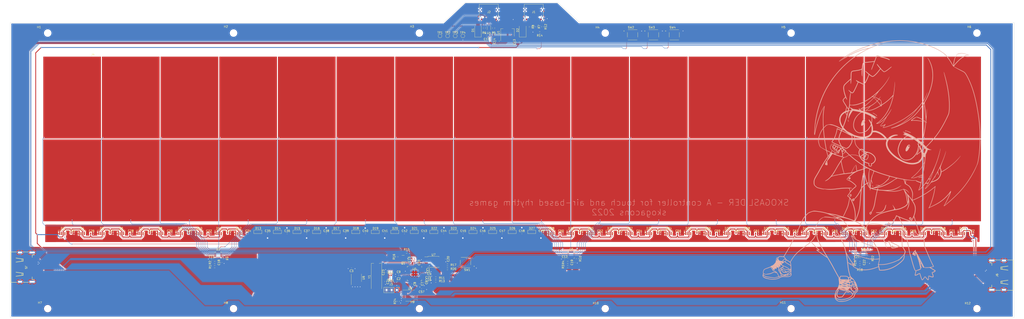
<source format=kicad_pcb>
(kicad_pcb (version 20211014) (generator pcbnew)
  (layers (0 "F.Cu" signal) (31 "B.Cu" signal) (34 "B.Paste" user) (35 "F.Paste" user) (36 "B.SilkS" user "B.Silkscreen") (37 "F.SilkS" user "F.Silkscreen") (38 "B.Mask" user) (39 "F.Mask" user) (44 "Edge.Cuts" user))
  (net 0 "")
  (net 1 "/XIN")
  (net 2 "+3V3")
  (net 3 "+1V1")
  (net 4 "/~{USB_BOOT}")
  (net 5 "/USB_D+")
  (net 6 "/USB_D-")
  (net 7 "/KEY_1")
  (net 8 "/KEY_2")
  (net 9 "/KEY_3")
  (net 10 "/KEY_4")
  (net 11 "/KEY_5")
  (net 12 "/KEY_6")
  (net 13 "/KEY_7")
  (net 14 "/KEY_8")
  (net 15 "/KEY_9")
  (net 16 "/KEY_10")
  (net 17 "/KEY_11")
  (net 18 "/KEY_12")
  (net 19 "/KEY_13")
  (net 20 "/KEY_14")
  (net 21 "/KEY_15")
  (net 22 "/KEY_16")
  (net 23 "/KEY_17")
  (net 24 "/KEY_18")
  (net 25 "/KEY_19")
  (net 26 "/KEY_20")
  (net 27 "/KEY_21")
  (net 28 "/KEY_22")
  (net 29 "/KEY_23")
  (net 30 "/KEY_24")
  (net 31 "/KEY_25")
  (net 32 "/KEY_26")
  (net 33 "/KEY_27")
  (net 34 "/KEY_28")
  (net 35 "/KEY_29")
  (net 36 "/KEY_30")
  (net 37 "/KEY_31")
  (net 38 "/KEY_32")
  (net 39 "/QSPI_SS")
  (net 40 "/XOUT")
  (net 41 "/QSPI_SD1")
  (net 42 "/QSPI_SD2")
  (net 43 "/QSPI_SD0")
  (net 44 "/QSPI_SCLK")
  (net 45 "/QSPI_SD3")
  (net 46 "/SWCLK")
  (net 47 "+5V")
  (net 48 "Net-(C18-Pad2)")
  (net 49 "Net-(C19-Pad2)")
  (net 50 "Net-(C22-Pad2)")
  (net 51 "Net-(C24-Pad1)")
  (net 52 "Net-(D3-Pad2)")
  (net 53 "/RGB_DO")
  (net 54 "Net-(D4-Pad2)")
  (net 55 "Net-(D5-Pad2)")
  (net 56 "Net-(D6-Pad2)")
  (net 57 "Net-(D7-Pad2)")
  (net 58 "Net-(D8-Pad2)")
  (net 59 "Net-(D10-Pad4)")
  (net 60 "Net-(D10-Pad2)")
  (net 61 "Net-(D11-Pad2)")
  (net 62 "Net-(D12-Pad2)")
  (net 63 "Net-(D13-Pad2)")
  (net 64 "Net-(D14-Pad2)")
  (net 65 "Net-(D15-Pad2)")
  (net 66 "Net-(D16-Pad2)")
  (net 67 "Net-(D17-Pad2)")
  (net 68 "Net-(D19-Pad2)")
  (net 69 "Net-(D20-Pad2)")
  (net 70 "Net-(D21-Pad2)")
  (net 71 "Net-(D22-Pad2)")
  (net 72 "Net-(D23-Pad2)")
  (net 73 "Net-(D24-Pad2)")
  (net 74 "Net-(D25-Pad2)")
  (net 75 "Net-(D26-Pad2)")
  (net 76 "Net-(D41-Pad2)")
  (net 77 "Net-(D27-Pad2)")
  (net 78 "Net-(D28-Pad2)")
  (net 79 "Net-(D29-Pad2)")
  (net 80 "Net-(D30-Pad2)")
  (net 81 "Net-(D31-Pad2)")
  (net 82 "Net-(D32-Pad2)")
  (net 83 "Net-(D33-Pad2)")
  (net 84 "Net-(D34-Pad2)")
  (net 85 "Net-(D35-Pad2)")
  (net 86 "Net-(D36-Pad2)")
  (net 87 "Net-(D37-Pad2)")
  (net 88 "Net-(D38-Pad2)")
  (net 89 "Net-(D39-Pad2)")
  (net 90 "Net-(D40-Pad2)")
  (net 91 "/SLIDER_RGB_DO")
  (net 92 "Net-(D42-Pad2)")
  (net 93 "Net-(D43-Pad2)")
  (net 94 "Net-(D44-Pad2)")
  (net 95 "Net-(D45-Pad2)")
  (net 96 "Net-(D46-Pad2)")
  (net 97 "Net-(D47-Pad2)")
  (net 98 "Net-(D48-Pad2)")
  (net 99 "Net-(J1-PadA5)")
  (net 103 "Net-(J1-PadB5)")
  (net 107 "Net-(J2-PadA5)")
  (net 108 "/PRE_USB_D-")
  (net 109 "/PRE_USB_D+")
  (net 111 "Net-(J2-PadB5)")
  (net 113 "/SWDIO")
  (net 114 "/AIR_SENSOR_5")
  (net 115 "/AIR_SENSOR_3")
  (net 116 "/AIR_SENSOR_1")
  (net 117 "/AIR_LED_0")
  (net 118 "/AIR_LED_2")
  (net 119 "/AIR_LED_4")
  (net 120 "/AIR_LED_5")
  (net 121 "/AIR_LED_3")
  (net 122 "/AIR_LED_1")
  (net 123 "/AIR_SENSOR_0")
  (net 124 "/AIR_SENSOR_2")
  (net 125 "/AIR_SENSOR_4")
  (net 126 "/RIGHT_RGB_DO")
  (net 127 "/RGB_LED")
  (net 128 "/SCL")
  (net 129 "/SDA")
  (net 130 "Net-(R9-Pad2)")
  (net 131 "Net-(R10-Pad2)")
  (net 132 "Net-(R11-Pad2)")
  (net 133 "Net-(R13-Pad2)")
  (net 134 "Net-(R21-Pad2)")
  (net 135 "Net-(R22-Pad2)")
  (net 136 "/SW_TEST")
  (net 137 "/SW_SVC")
  (net 138 "Net-(D18-Pad2)")
  (net 141 "/AUX_POWER_DETECT")
  (net 143 "Net-(R24-Pad1)")
  (net 147 "/MUX_0")
  (net 148 "/MUX_1")
  (net 149 "/MUX_2")
  (net 152 "/SW_FUNCTION")
  (net 158 "/AIR_SENSOR_IN")
  (net 166 "Net-(D1-Pad2)")
  (net 167 "Net-(D2-Pad2)")
  (net 169 "GND")
  (footprint "Skogaslider_Custom_Footprints:HDMI_Connector_SMD" (layer "F.Cu") (at 162.316622 308.41 -90)
    (fp_text reference "J5")
    (fp_text value "HDMI_A_No_Video")
  )
  (footprint "WS2812B-4020:WS2812B-4020" (layer "F.Cu") (at 492.876353 291.12)
    (fp_text reference "D35")
    (fp_text value "WS2812B" hide)
  )
  (footprint "Capacitor_SMD:C_0402_1005Metric" (layer "F.Cu") (at 188.356696 291.62)
    (fp_text reference "C25")
    (fp_text value "100nF")
  )
  (footprint "Capacitor_SMD:C_0805_2012Metric" (layer "F.Cu") (at 408.7 196.96 90)
    (fp_text reference "C13")
    (fp_text value "10u")
  )
  (footprint "Package_DFN_QFN:UQFN-20_3x3mm_P0.4mm" (layer "F.Cu") (at 260.597384 302.45 90)
    (fp_text reference "U2")
    (fp_text value "MPR121QR2" hide)
  )
  (footprint "Capacitor_SMD:C_0402_1005Metric" (layer "F.Cu") (at 304.356688 291.62)
    (fp_text reference "C37")
    (fp_text value "100nF")
  )
  (footprint "Resistor_SMD:R_0603_1608Metric" (layer "F.Cu") (at 368.137624 313.68 180)
    (fp_text reference "R11")
    (fp_text value "27")
  )
  (footprint "WS2812B-4020:WS2812B-4020" (layer "F.Cu") (at 347.876363 291.12)
    (fp_text reference "D20")
    (fp_text value "WS2812B" hide)
  )
  (footprint "MountingHole:MountingHole_3.2mm_M3" (layer "F.Cu") (at 268.176 192.534597)
    (fp_text reference "H2")
    (fp_text value "MountingHole")
  )
  (footprint "WS2812B-4020:WS2812B-4020" (layer "F.Cu") (at 270.543035 291.12)
    (fp_text reference "D12")
    (fp_text value "WS2812B" hide)
  )
  (footprint "Capacitor_SMD:C_0402_1005Metric" (layer "F.Cu") (at 362.356684 291.62)
    (fp_text reference "C43")
    (fp_text value "100nF")
  )
  (footprint "Resistor_SMD:R_0603_1608Metric" (layer "F.Cu") (at 349.547624 325.34 -90)
    (fp_text reference "R24")
    (fp_text value "10k")
  )
  (footprint "Capacitor_SMD:C_0402_1005Metric" (layer "F.Cu") (at 275.35669 291.62)
    (fp_text reference "C34")
    (fp_text value "100nF")
  )
  (footprint "Capacitor_SMD:C_0402_1005Metric" (layer "F.Cu") (at 360.267624 316.705 -90)
    (fp_text reference "C7")
    (fp_text value "100n")
  )
  (footprint "Package_SO:TSSOP-16_4.4x5mm_P0.65mm" (layer "F.Cu") (at 355.427624 322.51)
    (fp_text reference "U9")
    (fp_text value "74HC4051")
  )
  (footprint "Capacitor_SMD:C_0402_1005Metric" (layer "F.Cu") (at 449.356678 291.62)
    (fp_text reference "C52")
    (fp_text value "100nF")
  )
  (footprint "Resistor_SMD:R_0603_1608Metric" (layer "F.Cu") (at 258.852384 306.13)
    (fp_text reference "R2")
    (fp_text value "10k")
  )
  (footprint "RP2040_minimal:RP2040-QFN-56" (layer "F.Cu") (at 357.647624 311.56 -90)
    (fp_text reference "U5")
    (fp_text value "RP2040")
  )
  (footprint "WS2812B-4020:WS2812B-4020" (layer "F.Cu") (at 473.543021 291.12)
    (fp_text reference "D33")
    (fp_text value "WS2812B" hide)
  )
  (footprint "Resistor_SMD:R_0603_1608Metric" (layer "F.Cu") (at 263.597384 304.24 90)
    (fp_text reference "R9")
    (fp_text value "75k")
  )
  (footprint "Resistor_SMD:R_0603_1608Metric" (layer "F.Cu") (at 433.332624 308.175)
    (fp_text reference "R3")
    (fp_text value "10k")
  )
  (footprint "MountingHole:MountingHole_3.2mm_M3" (layer "F.Cu") (at 360.042 192.534597)
    (fp_text reference "H3")
    (fp_text value "MountingHole")
  )
  (footprint "MountingHole:MountingHole_3.2mm_M3" (layer "F.Cu") (at 268.176 328.969497)
    (fp_text reference "H8")
    (fp_text value "MountingHole")
  )
  (footprint "Capacitor_SMD:C_0402_1005Metric" (layer "F.Cu") (at 565.35667 291.62)
    (fp_text reference "C65")
    (fp_text value "100nF")
  )
  (footprint "WS2812B-4020:WS2812B-4020" (layer "F.Cu") (at 338.209697 291.12)
    (fp_text reference "D19")
    (fp_text value "WS2812B" hide)
  )
  (footprint "Resistor_SMD:R_0603_1608Metric" (layer "F.Cu") (at 438.077624 304.2375 90)
    (fp_text reference "R10")
    (fp_text value "75k")
  )
  (footprint "WS2812B-4020:WS2812B-4020" (layer "F.Cu") (at 618.543011 291.12)
    (fp_text reference "D48")
    (fp_text value "WS2812B" hide)
  )
  (footprint "WS2812B-4020:WS2812B-4020" (layer "F.Cu") (at 241.543037 291.12)
    (fp_text reference "D9")
    (fp_text value "WS2812B" hide)
  )
  (footprint "Diode_SMD:D_SMA" (layer "F.Cu") (at 411.117624 191.088802 90)
    (fp_text reference "D2")
    (fp_text value "D_Schottky")
  )
  (footprint "Package_SO:SOIC-8_5.23x5.23mm_P1.27mm" (layer "F.Cu") (at 367.007624 305.825)
    (fp_text reference "U7")
    (fp_text value "W25Q128JVS")
  )
  (footprint "Capacitor_SMD:C_0402_1005Metric" (layer "F.Cu") (at 478.356676 291.62)
    (fp_text reference "C55")
    (fp_text value "100nF")
  )
  (footprint "WS2812B-4020:WS2812B-4020" (layer "F.Cu") (at 425.209691 291.12)
    (fp_text reference "D28")
    (fp_text value "WS2812B" hide)
  )
  (footprint "MountingHole:MountingHole_3.2mm_M3" (layer "F.Cu") (at 451.908 192.534597)
    (fp_text reference "H4")
    (fp_text value "MountingHole")
  )
  (footprint "WS2812B-4020:WS2812B-4020" (layer "F.Cu") (at 599.209679 291.12)
    (fp_text reference "D46")
    (fp_text value "WS2812B" hide)
  )
  (footprint "TestPoint:TestPoint_Pad_D1.5mm" (layer "F.Cu") (at 381.516667 193.96)
    (fp_text reference "TP4")
    (fp_text value "TestPoint")
  )
  (footprint "Resistor_SMD:R_0603_1608Metric" (layer "F.Cu") (at 577.797624 306.13)
    (fp_text reference "R19")
    (fp_text value "10k")
  )
  (footprint "WS2812B-4020:WS2812B-4020" (layer "F.Cu") (at 251.209703 291.12)
    (fp_text reference "D10")
    (fp_text value "WS2812B" hide)
  )
  (footprint "Package_DFN_QFN:UQFN-20_3x3mm_P0.4mm" (layer "F.Cu") (at 435.077624 302.4475 90)
    (fp_text reference "U3")
    (fp_text value "MPR121QR2")
  )
  (footprint "Capacitor_SMD:C_0402_1005Metric" (layer "F.Cu") (at 257.351635 304.44)
    (fp_text reference "C11")
    (fp_text value "0.1u")
  )
  (footprint "Capacitor_SMD:C_0402_1005Metric" (layer "F.Cu") (at 265.690024 291.62)
    (fp_text reference "C33")
    (fp_text value "100nF")
  )
  (footprint "Capacitor_SMD:C_0402_1005Metric" (layer "F.Cu") (at 536.356672 291.62)
    (fp_text reference "C62")
    (fp_text value "100nF")
  )
  (footprint "WS2812B-4020:WS2812B-4020" (layer "F.Cu") (at 396.209693 291.12)
    (fp_text reference "D25")
    (fp_text value "WS2812B" hide)
  )
  (footprint "RP2040_minimal:Crystal_SMD_HC49-US" (layer "F.Cu") (at 338.817624 313.24 -90)
    (fp_text reference "Y1")
    (fp_text value "ABLS-12.000MHZ-B4-T")
  )
  (footprint "Capacitor_SMD:C_0402_1005Metric" (layer "F.Cu") (at 507.356674 291.62)
    (fp_text reference "C59")
    (fp_text value "100nF")
  )
  (footprint "TestPoint:TestPoint_Pad_D1.5mm" (layer "F.Cu") (at 373.998889 193.96)
    (fp_text reference "TP2")
    (fp_text value "TestPoint")
  )
  (footprint "Capacitor_SMD:C_0402_1005Metric" (layer "F.Cu") (at 633.023362 291.62)
    (fp_text reference "C72")
    (fp_text value "100nF")
  )
  (footprint "WS2812B-4020:WS2812B-4020" (layer "F.Cu") (at 183.543041 291.12)
    (fp_text reference "D3")
    (fp_text value "WS2812B" hide)
  )
  (footprint "Capacitor_SMD:C_0402_1005Metric" (layer "F.Cu") (at 227.02336 291.62)
    (fp_text reference "C29")
    (fp_text value "100nF")
  )
  (footprint "Capacitor_SMD:C_0402_1005Metric" (layer "F.Cu") (at 594.356668 291.62)
    (fp_text reference "C68")
    (fp_text value "100nF")
  )
  (footprint "WS2812B-4020:WS2812B-4020" (layer "F.Cu") (at 328.543031 291.12)
    (fp_text reference "D18")
    (fp_text value "WS2812B" hide)
  )
  (footprint "WS2812B-4020:WS2812B-4020" (layer "F.Cu") (at 309.209699 291.12)
    (fp_text reference "D16")
    (fp_text value "WS2812B" hide)
  )
  (footprint "Capacitor_SMD:C_0402_1005Metric" (layer "F.Cu") (at 364.83 312.93)
    (fp_text reference "C5")
    (fp_text value "100n")
  )
  (footprint "Resistor_SMD:R_0603_1608Metric" (layer "F.Cu") (at 582.542624 304.24 90)
    (fp_text reference "R22")
    (fp_text value "75k")
  )
  (footprint "Capacitor_SMD:C_0402_1005Metric" (layer "F.Cu") (at 431.82 304.4375)
    (fp_text reference "C12")
    (fp_text value "0.1u")
  )
  (footprint "Capacitor_SMD:C_0402_1005Metric" (layer "F.Cu") (at 349.777624 313.07 180)
    (fp_text reference "C2")
    (fp_text value "100n")
  )
  (footprint "Package_DFN_QFN:UQFN-20_3x3mm_P0.4mm" (layer "F.Cu") (at 579.542624 302.45 90)
    (fp_text reference "U8")
    (fp_text value "MPR121QR2")
  )
  (footprint "WS2812B-4020:WS2812B-4020" (layer "F.Cu") (at 463.876355 291.12)
    (fp_text reference "D32")
    (fp_text value "WS2812B" hide)
  )
  (footprint "Capacitor_SMD:C_0402_1005Metric" (layer "F.Cu") (at 356.647624 316.717781 -90)
    (fp_text reference "C8")
    (fp_text value "100n")
  )
  (footprint "Capacitor_SMD:C_0402_1005Metric" (layer "F.Cu") (at 352.690018 291.62)
    (fp_text reference "C42")
    (fp_text value "100nF")
  )
  (footprint "WS2812B-4020:WS2812B-4020" (layer "F.Cu") (at 589.543013 291.12)
    (fp_text reference "D45")
    (fp_text value "WS2812B" hide)
  )
  (footprint "Connector_USB:USB_C_Receptacle_HRO_TYPE-C-31-M-12" (layer "F.Cu") (at 416.557624 182.118802 180)
    (fp_text reference "J1")
    (fp_text value "USB_C_Receptacle_USB2.0")
  )
  (footprint "MountingHole:MountingHole_3.2mm_M3" (layer "F.Cu") (at 635.64 328.969497)
    (fp_text reference "H12")
    (fp_text value "MountingHole")
  )
  (footprint "WS2812B-4020:WS2812B-4020" (layer "F.Cu") (at 318.876365 291.12)
    (fp_text reference "D17")
    (fp_text value "WS2812B" hide)
  )
  (footprint "Capacitor_SMD:C_0402_1005Metric" (layer "F.Cu") (at 468.69001 291.62)
    (fp_text reference "C54")
    (fp_text value "100nF")
  )
  (footprint "Capacitor_SMD:C_0402_1005Metric" (layer "F.Cu") (at 613.69 291.62)
    (fp_text reference "C70")
    (fp_text value "100nF")
  )
  (footprint "Diode_SMD:D_SMA" (layer "F.Cu") (at 388.997624 191.088802 90)
    (fp_text reference "D1")
    (fp_text value "D_Schottky")
  )
  (footprint "Capacitor_SMD:C_0402_1005Metric" (layer "F.Cu") (at 362.397624 316.02 -90)
    (fp_text reference "C6")
    (fp_text value "100n")
  )
  (footprint "Capacitor_SMD:C_0402_1005Metric" (layer "F.Cu") (at 373.117624 304.39 -90)
    (fp_text reference "C20")
    (fp_text value "100n")
  )
  (footprint "Capacitor_SMD:C_0402_1005Metric" (layer "F.Cu") (at 623.37 291.62)
    (fp_text reference "C71")
    (fp_text value "100nF")
  )
  (footprint "Capacitor_SMD:C_0402_1005Metric" (layer "F.Cu") (at 236.690026 291.62)
    (fp_text reference "C30")
    (fp_text value "100nF")
  )
  (footprint "Capacitor_SMD:C_0402_1005Metric" (layer "F.Cu") (at 294.690022 291.62)
    (fp_text reference "C36")
    (fp_text value "100nF")
  )
  (footprint "WS2812B-4020:WS2812B-4020" (layer "F.Cu") (at 483.209687 291.12)
    (fp_text reference "D34")
    (fp_text value "WS2812B" hide)
  )
  (footprint "WS2812B-4020:WS2812B-4020" (layer "F.Cu") (at 405.876359 291.12)
    (fp_text reference "D26")
    (fp_text value "WS2812B" hide)
  )
  (footprint "Capacitor_SMD:C_0402_1005Metric" (layer "F.Cu") (at 262.127384 306.12 90)
    (fp_text reference "C18")
    (fp_text value "0.1u")
  )
  (footprint "Capacitor_SMD:C_0402_1005Metric" (layer "F.Cu") (at 333.356686 291.62)
    (fp_text reference "C40")
    (fp_text value "100nF")
  )
  (footprint "WS2812B-4020:WS2812B-4020" (layer "F.Cu") (at 231.876371 291.12)
    (fp_text reference "D8")
    (fp_text value "WS2812B" hide)
  )
  (footprint "Capacitor_SMD:C_0402_1005Metric" (layer "F.Cu") (at 323.69002 291.62)
    (fp_text reference "C39")
    (fp_text value "100nF")
  )
  (footprint "WS2812B-4020:WS2812B-4020" (layer "F.Cu") (at 444.543023 291.12)
    (fp_text reference "D30")
    (fp_text value "WS2812B" hide)
  )
  (footprint "WS2812B-4020:WS2812B-4020" (layer "F.Cu") (at 376.876361 291.12)
    (fp_text reference "D23")
    (fp_text value "WS2812B" hide)
  )
  (footprint "Resistor_SMD:R_0603_1608Metric" (layer "F.Cu") (at 373.887624 307.34 180)
    (fp_text reference "R17")
    (fp_text value "10k")
  )
  (footprint "Package_TO_SOT_SMD:SOT-23" (layer "F.Cu") (at 351.980124 304.12 180)
    (fp_text reference "Q1")
    (fp_text value "BSS138")
  )
  (footprint "Package_TO_SOT_SMD:SOT-666" (layer "F.Cu") (at 394.397624 190.068802 -90)
    (fp_text reference "U4")
    (fp_text value "USBLC6-2P6")
  )
  (footprint "Capacitor_SMD:C_0402_1005Metric" (layer "F.Cu") (at 343.307624 311.06 90)
    (fp_text reference "C23")
    (fp_text value "30pF")
  )
  (footprint "TS-1187A-B-A-B:SW_TS-1187A-B-A-B" (layer "F.Cu") (at 382.857624 306.115 180)
    (fp_text reference "SW1")
    (fp_text value "SW_Push")
  )
  (footprint "WS2812B-4020:WS2812B-4020" (layer "F.Cu") (at 454.209689 291.12)
    (fp_text reference "D31")
    (fp_text value "WS2812B" hide)
  )
  (footprint "Capacitor_SMD:C_0402_1005Metric" (layer "F.Cu") (at 314.023354 291.62)
    (fp_text reference "C38")
    (fp_text value "100nF")
  )
  (footprint "Capacitor_SMD:C_0402_1005Metric" (layer "F.Cu") (at 576.25 304.44)
    (fp_text reference "C21")
    (fp_text value "0.1u")
  )
  (footprint "Capacitor_SMD:C_0402_1005Metric" (layer "F.Cu") (at 364.417624 314.66)
    (fp_text reference "C15")
    (fp_text value "1u")
  )
  (footprint "Capacitor_SMD:C_0402_1005Metric" (layer "F.Cu") (at 604.023334 291.62)
    (fp_text reference "C69")
    (fp_text value "100nF")
  )
  (footprint "WS2812B-4020:WS2812B-4020" (layer "F.Cu") (at 579.876347 291.12)
    (fp_text reference "D44")
    (fp_text value "WS2812B" hide)
  )
  (footprint "Capacitor_SMD:C_0402_1005Metric" (layer "F.Cu") (at 488.023342 291.62)
    (fp_text reference "C56")
    (fp_text value "100nF")
  )
  (footprint "MountingHole:MountingHole_3.2mm_M3" (layer "F.Cu") (at 176.31 192.534597)
    (fp_text reference "H1")
    (fp_text value "MountingHole")
  )
  (footprint "MountingHole:MountingHole_3.2mm_M3" (layer "F.Cu") (at 360.042 328.969497)
    (fp_text reference "H9")
    (fp_text value "MountingHole")
  )
  (footprint "Capacitor_SMD:C_0402_1005Metric" (layer "F.Cu") (at 439.690012 291.62)
    (fp_text reference "C51")
    (fp_text value "100nF")
  )
  (footprint "WS2812B-4020:WS2812B-4020" (layer "F.Cu") (at 260.876369 291.12)
    (fp_text reference "D11")
    (fp_text value "WS2812B" hide)
  )
  (footprint "Capacitor_SMD:C_0402_1005Metric" (layer "F.Cu") (at 546.023338 291.62)
    (fp_text reference "C63")
    (fp_text value "100nF")
  )
  (footprint "TestPoint:TestPoint_Pad_D1.5mm" (layer "F.Cu") (at 377.757778 193.96)
    (fp_text reference "TP3")
    (fp_text value "TestPoint")
  )
  (footprint "MountingHole:MountingHole_3.2mm_M3" (layer "F.Cu") (at 543.774 328.969497)
    (fp_text reference "H11")
    (fp_text value "MountingHole")
  )
  (footprint "Capacitor_SMD:C_0402_1005Metric" (layer "F.Cu") (at 343.023352 291.62)
    (fp_text reference "C41")
    (fp_text value "100nF")
  )
  (footprint "WS2812B-4020:WS2812B-4020" (layer "F.Cu") (at 550.876349 291.12)
    (fp_text reference "D41")
    (fp_text value "WS2812B" hide)
  )
  (footprint "Skogaslider_Custom_Footprints:HDMI_Connector_SMD" (layer "F.Cu") (at 649.323399 312.43 90)
    (fp_text reference "J6")
    (fp_text value "HDMI_A_No_Video")
  )
  (footprint "Capacitor_SMD:C_0402_1005Metric" (layer "F.Cu") (at 410.690014 291.62)
    (fp_text reference "C48")
    (fp_text value "100nF")
  )
  (footprint "Resistor_SMD:R_0603_1608Metric" (layer "F.Cu") (at 396.697624 190.078802 -90)
    (fp_text reference "R5")
    (fp_text value "5.1k")
  )
  (footprint "WS2812B-4020:WS2812B-4020" (layer "F.Cu") (at 202.876373 291.12)
    (fp_text reference "D5")
    (fp_text value "WS2812B" hide)
  )
  (footprint "WS2812B-4020:WS2812B-4020" (layer "F.Cu") (at 280.209701 291.12)
    (fp_text reference "D13")
    (fp_text value "WS2812B" hide)
  )
  (footprint "Resistor_SMD:R_0603_1608Metric" (layer "F.Cu") (at 433.332624 306.1275)
    (fp_text reference "R4")
    (fp_text value "10k")
  )
  (footprint "WS2812B-4020:WS2812B-4020" (layer "F.Cu") (at 289.876367 291.12)
    (fp_text reference "D14")
    (fp_text value "WS2812B" hide)
  )
  (footprint "Resistor_SMD:R_0603_1608Metric" (layer "F.Cu") (at 368.127624 315.37 180)
    (fp_text reference "R13")
    (fp_text value "27")
  )
  (footprint "Capacitor_SMD:C_0402_1005Metric" (layer "F.Cu") (at 198.023362 291.62)
    (fp_text reference "C26")
    (fp_text value "100nF")
  )
  (footprint "Capacitor_SMD:C_0805_2012Metric" (layer "F.Cu") (at 398.79 196.51 90)
    (fp_text reference "C14")
    (fp_text value "10u")
  )
  (footprint "Capacitor_SMD:C_0402_1005Metric" (layer "F.Cu") (at 420.35668 291.62)
    (fp_text reference "C49")
    (fp_text value "100nF")
  )
  (footprint "TS-1187A-B-A-B:SW_TS-1187A-B-A-B" (layer "F.Cu") (at 486.03 193.39)
    (fp_text reference "SW4")
    (fp_text value "SW_Push")
  )
  (footprint "WS2812B-4020:WS2812B-4020" (layer "F.Cu") (at 512.209685 291.12)
    (fp_text reference "D37")
    (fp_text value "WS2812B" hide)
  )
  (footprint "MountingHole:MountingHole_3.2mm_M3" (layer "F.Cu") (at 176.31 328.969497)
    (fp_text reference "H7")
    (fp_text value "MountingHole")
  )
  (footprint "Capacitor_SMD:C_0402_1005Metric" (layer "F.Cu") (at 326.47 309.18 180)
    (fp_text reference "C3")
    (fp_text value "100n")
  )
  (footprint "WS2812B-4020:WS2812B-4020" (layer "F.Cu") (at 367.209695 291.12)
    (fp_text reference "D22")
    (fp_text value "WS2812B" hide)
  )
  (footprint "TS-1187A-B-A-B:SW_TS-1187A-B-A-B" (layer "F.Cu") (at 475.735 193.39)
    (fp_text reference "SW3")
    (fp_text value "SW_Push")
  )
  (footprint "WS2812B-4020:WS2812B-4020" (layer "F.Cu") (at 212.543039 291.12)
    (fp_text reference "D6")
    (fp_text value "WS2812B" hide)
  )
  (footprint "Capacitor_SMD:C_0402_1005Metric" (layer "F.Cu") (at 343.287624 315.507262 -90)
    (fp_text reference "C24")
    (fp_text value "30pF")
  )
  (footprint "WS2812B-4020:WS2812B-4020" (layer "F.Cu") (at 541.209683 291.12)
    (fp_text reference "D40")
    (fp_text value "WS2812B" hide)
  )
  (footprint "Capacitor_SMD:C_0402_1005Metric" (layer "F.Cu") (at 246.356692 291.62)
    (fp_text reference "C31")
    (fp_text value "100nF")
  )
  (footprint "Connector_USB:USB_C_Receptacle_HRO_TYPE-C-31-M-12" (layer "F.Cu") (at 394.387624 182.118802 180)
    (fp_text reference "J2")
    (fp_text value "USB_C_Receptacle_USB2.0")
  )
  (footprint "Capacitor_SMD:C_0402_1005Metric" (layer "F.Cu") (at 393.247624 193.568802)
    (fp_text reference "C17")
    (fp_text value "0.1u")
  )
  (footprint "WS2812B-4020:WS2812B-4020" (layer "F.Cu") (at 299.543033 291.12)
    (fp_text reference "D15")
    (fp_text value "WS2812B" hide)
  )
  (footprint "Resistor_SMD:R_0603_1608Metric" (layer "F.Cu") (at 417.807624 189.398802 -90)
    (fp_text reference "R7")
    (fp_text value "5.1k")
  )
  (footprint "Capacitor_SMD:C_0402_1005Metric" (layer "F.Cu") (at 361.087624 319.5 180)
    (fp_text reference "C57")
    (fp_text value "100nF")
  )
  (footprint "MountingHole:MountingHole_3.2mm_M3" (layer "F.Cu") (at 451.908 328.969497)
    (fp_text reference "H10")
    (fp_text value "MountingHole")
  )
  (footprint "Capacitor_SMD:C_0402_1005Metric" (layer "F.Cu") (at 517.02334 291.62)
    (fp_text reference "C60")
    (fp_text value "100nF")
  )
  (footprint "Capacitor_SMD:C_0402_1005Metric" (layer "F.Cu") (at 581.072624 306.12 90)
    (fp_text reference "C22")
    (fp_text value "0.1u")
  )
  (footprint "Capacitor_SMD:C_0402_1005Metric" (layer "F.Cu") (at 401.023348 291.62)
    (fp_text reference "C47")
    (fp_text value "100nF")
  )
  (footprint "WS2812B-4020:WS2812B-4020" (layer "F.Cu") (at 222.209705 291.12)
    (fp_text reference "D7")
    (fp_text value "WS2812B" hide)
  )
  (footprint "WS2812B-4020:WS2812B-4020" (layer "F.Cu") (at 502.543019 291.12)
    (fp_text reference "D36")
    (fp_text value "WS2812B" hide)
  )
  (footprint "Resistor_SMD:R_0603_1608Metric" (layer "F.Cu") (at 258.852384 308.18)
    (fp_text reference "R1")
    (fp_text value "10k")
  )
  (footprint "Resistor_SMD:R_0402_1005Metric" (layer "F.Cu") (at 345.587624 312.48 180)
    (fp_text reference "R23")
    (fp_text value "1k")
  )
  (footprint "Connector_PinHeader_2.54mm:PinHeader_1x03_P2.54mm_Vertical" (layer "F.Cu") (at 348.882624 319.73 -90)
    (fp_text reference "J3")
    (fp_text value "Conn_01x03")
  )
  (footprint "WS2812B-4020:WS2812B-4020" (layer "F.Cu") (at 357.543029 291.12)
    (fp_text reference "D21")
    (fp_text value "WS2812B" hide)
  )
  (footprint "TestPoint:TestPoint_Pad_D1.5mm" (layer "F.Cu") (at 370.24 193.96)
    (fp_text reference "TP1")
    (fp_text value "TestPoint")
  )
  (footprint "Capacitor_SMD:C_0402_1005Metric" (layer "F.Cu") (at 361.037624 306.17 90)
    (fp_text reference "C10")
    (fp_text value "100n")
  )
  (footprint "Resistor_SMD:R_0603_1608Metric" (layer "F.Cu") (at 577.797624 308.1775)
    (fp_text reference "R18")
    (fp_text value "10k")
  )
  (footprint "Capacitor_SMD:C_0402_1005Metric" (layer "F.Cu") (at 381.690016 291.62)
    (fp_text reference "C45")
    (fp_text value "100nF")
  )
  (footprint "WS2812B-4020:WS2812B-4020" (layer "F.Cu") (at 608.876345 291.12)
    (fp_text reference "D47")
    (fp_text value "WS2812B" hide)
  )
  (footprint "Capacitor_SMD:C_0402_1005Metric" (layer "F.Cu") (at 497.690008 291.62)
    (fp_text reference "C58")
    (fp_text value "100nF")
  )
  (footprint "WS2812B-4020:WS2812B-4020" (layer "F.Cu") (at 560.543015 291.12)
    (fp_text reference "D42")
    (fp_text value "WS2812B" hide)
  )
  (footprint "Capacitor_SMD:C_0402_1005Metric" (layer "F.Cu") (at 217.356694 291.62)
    (fp_text reference "C28")
    (fp_text value "100nF")
  )
  (footprint "Resistor_SMD:R_0603_1608Metric" (layer "F.Cu") (at 421.037624 189.398802 -90)
    (fp_text reference "R12")
    (fp_text value "1k")
  )
  (footprint "Package_SO:SOIC-8_3.9x4.9mm_P1.27mm" (layer "F.Cu") (at 328.857624 313.72 90)
    (fp_text reference "U6")
    (fp_text value "M24C02-RMN")
  )
  (footprint "WS2812B-4020:WS2812B-4020" (layer "F.Cu") (at 570.209681 291.12)
    (fp_text reference "D43")
    (fp_text value "WS2812B" hide)
  )
  (footprint "Capacitor_SMD:C_0402_1005Metric" (layer "F.Cu") (at 391.356682 291.62)
    (fp_text reference "C46")
    (fp_text value "100nF")
  )
  (footprint "Resistor_SMD:R_0603_1608Metric" (layer "F.Cu") (at 373.887624 309.3)
    (fp_text reference "R20")
    (fp_text value "1k")
  )
  (footprint "Capacitor_SMD:C_0402_1005Metric" (layer "F.Cu") (at 459.023344 291.62)
    (fp_text reference "C53")
    (fp_text value "100nF")
  )
  (footprint "Capacitor_SMD:C_0402_1005Metric" (layer "F.Cu") (at 364.42 315.89)
    (fp_text reference "C16")
    (fp_text value "1u")
  )
  (footprint "Package_TO_SOT_SMD:SOT-223-3_TabPin2" (layer "F.Cu") (at 403.6 192.29 90)
    (fp_text reference "U1")
    (fp_text value "NCP1117-3.3_SOT223")
  )
  (footprint "Resistor_SMD:R_0603_1608Metric" (layer "F.Cu") (at 349.097624 315.18)
    (fp_text reference "R21")
    (fp_text value "50k")
  )
  (footprint "WS2812B-4020:WS2812B-4020" (layer "F.Cu") (at 531.543017 291.12)
    (fp_text reference "D39")
    (fp_text value "WS2812B" hide)
  )
  (footprint "Capacitor_SMD:C_0402_1005Metric" (layer "F.Cu") (at 207.690028 291.62)
    (fp_text reference "C27")
    (fp_text value "100nF")
  )
  (footprint "TS-1187A-B-A-B:SW_TS-1187A-B-A-B" (layer "F.Cu") (at 465.44 193.39)
    (fp_text reference "SW2")
    (fp_text value "SW_Push")
  )
  (footprint "Capacitor_SMD:C_0402_1005Metric" (layer "F.Cu") (at 372.02335 291.62)
    (fp_text reference "C44")
    (fp_text value "100nF")
  )
  (footprint "Capacitor_SMD:C_0402_1005Metric" (layer "F.Cu") (at 526.690006 291.62)
    (fp_text reference "C61")
    (fp_text value "100nF")
  )
  (footprint "Resistor_SMD:R_0603_1608Metric" (layer "F.Cu") (at 348.930124 303.3 90)
    (fp_text reference "R16")
    (fp_text value "10k")
  )
  (footprint "Capacitor_SMD:C_0402_1005Metric" (layer "F.Cu") (at 575.023336 291.62)
    (fp_text reference "C66")
    (fp_text value "100nF")
  )
  (footprint "Capacitor_SMD:C_0402_1005Metric" (layer "F.Cu") (at 584.690002 291.62)
    (fp_text reference "C67")
    (fp_text value "100nF")
  )
  (footprint "Capacitor_SMD:C_0402_1005Metric" (layer "F.Cu") (at 364.387624 311.796666)
    (fp_text reference "C4")
    (fp_text value "100n")
  )
  (footprint "Capacitor_SMD:C_0402_1005Metric" (layer "F.Cu") (at 356.15 304.7 90)
    (fp_text reference "C73")
    (fp_text value "100n")
  )
  (footprint "Capacitor_SMD:C_0402_1005Metric" (layer "F.Cu") (at 256.023358 291.62)
    (fp_text reference "C32")
    (fp_text value "100nF")
  )
  (footprint "WS2812B-4020:WS2812B-4020" (layer "F.Cu") (at 386.543027 291.12)
    (fp_text reference "D24")
    (fp_text value "WS2812B" hide)
  )
  (footprint "WS2812B-4020:WS2812B-4020" (layer "F.Cu") (at 193.209707 291.12)
    (fp_text reference "D4")
    (fp_text value "WS2812B" hide)
  )
  (footprint "Capacitor_SMD:C_0402_1005Metric" (layer "F.Cu") (at 364.367624 310.73)
    (fp_text reference "C1")
    (fp_text value "100n")
  )
  (footprint "Capacitor_SMD:C_0402_1005Metric" (layer "F.Cu") (at 555.690004 291.62)
    (fp_text reference "C64")
    (fp_text value "100nF")
  )
  (footprint "WS2812B-4020:WS2812B-4020" (layer "F.Cu") (at 628.209707 291.12)
    (fp_text reference "D49")
    (fp_text value "WS2812B" hide)
  )
  (footprint "Capacitor_SMD:C_0402_1005Metric" (layer "F.Cu") (at 349.787624 311.96 180)
    (fp_text reference "C9")
    (fp_text value "100n")
  )
  (footprint "Capacitor_SMD:C_0402_1005Metric" (layer "F.Cu") (at 436.607624 306.1175 90)
    (fp_text reference "C19")
    (fp_text value "0.1u")
  )
  (footprint "Chunithm_Touch_Pad:Pads" (layer "F.Cu") (at 174.126374 204.22)
    (fp_text reference "J4")
    (fp_text value "Conn_02x16_Top_Bottom")
  )
  (footprint "WS2812B-4020:WS2812B-4020" (layer "F.Cu") (at 415.543025 291.12)
    (fp_text reference "D27")
    (fp_text value "WS2812B" hide)
  )
  (footprint "MountingHole:MountingHole_3.2mm_M3" (layer "F.Cu") (at 543.774 192.534597)
    (fp_text reference "H5")
    (fp_text value "MountingHole")
  )
  (footprint "Capacitor_SMD:C_0402_1005Metric" (layer "F.Cu") (at 285.023356 291.62)
    (fp_text reference "C35")
    (fp_text value "100nF")
  )
  (footprint "WS2812B-4020:WS2812B-4020" (layer "F.Cu") (at 521.876351 291.12)
    (fp_text reference "D38")
    (fp_text value "WS2812B" hide)
  )
  (footprint "WS2812B-4020:WS2812B-4020" (layer "F.Cu") (at 434.876357 291.12)
    (fp_text reference "D29")
    (fp_text value "WS2812B" hide)
  )
  (footprint "Resistor_SMD:R_0603_1608Metric" (layer "F.Cu") (at 353.740124 301.12)
    (fp_text reference "R15")
    (fp_text value "10k")
  )
  (footprint "MountingHole:MountingHole_3.2mm_M3" (layer "F.Cu") (at 635.64 192.534597)
    (fp_text reference "H6")
    (fp_text value "MountingHole")
  )
  (footprint "Resistor_SMD:R_0603_1608Metric" (layer "F.Cu") (at 419.517624 192.328802 180)
    (fp_text reference "R14")
    (fp_text value "2k")
  )
  (footprint "Resistor_SMD:R_0603_1608Metric" (layer "F.Cu") (at 392.097624 190.058802 -90)
    (fp_text reference "R6")
    (fp_text value "5.1k")
  )
  (footprint "Capacitor_SMD:C_0402_1005Metric" (layer "F.Cu") (at 430.023346 291.62)
    (fp_text reference "C50")
    (fp_text value "100nF")
  )
  (footprint "Resistor_SMD:R_0603_1608Metric" (layer "F.Cu") (at 414.807624 189.448802 -90)
    (fp_text reference "R8")
    (fp_text value "5.1k")
  )
  (footprint "Skogaslider_Custom_Footprints:skogacons_logo" (layer "B.Cu") (at 575.18 255.4 180)
    (fp_text reference "G***" hide)
    (fp_text value "LOGO" hide)
  )
  (gr_poly (pts (xy 439.19 187.31) (xy 654.01 187.31) (xy 654.01 333.35) (xy 157.8 333.35) (xy 157.8 187.32) (xy 371.94 187.32) (xy 382.57 177.45) (xy 428.57 177.45)) (layer "Edge.Cuts") (width 0.1) (fill none))
  (gr_text "SKOGASLIDER - A controller for touch and air-based rhythm games\nskogacons 2022" (at 463.67 278.87) (layer "B.SilkS") (effects (font (size 3 3)) (justify mirror)))
  (segment (start 343.297624 311.54) (end 343.307624 311.54) (width 0.15) (layer "F.Cu") (net 1))
  (segment (start 346.614038 311.54) (end 347.178079 310.97596) (width 0.15) (layer "F.Cu") (net 1))
  (segment (start 354.194164 310.97596) (end 354.210124 310.96) (width 0.15) (layer "F.Cu") (net 1))
  (segment (start 339.927624 312.45) (end 342.387624 312.45) (width 0.15) (layer "F.Cu") (net 1))
  (segment (start 338.817624 308.74) (end 338.817624 311.34) (width 0.15) (layer "F.Cu") (net 1))
  (segment (start 347.178079 310.97596) (end 354.194164 310.97596) (width 0.15) (layer "F.Cu") (net 1))
  (segment (start 343.307624 311.54) (end 346.614038 311.54) (width 0.15) (layer "F.Cu") (net 1))
  (segment (start 342.387624 312.45) (end 343.297624 311.54) (width 0.15) (layer "F.Cu") (net 1))
  (segment (start 338.817624 311.34) (end 339.927624 312.45) (width 0.15) (layer "F.Cu") (net 1))
  (segment (start 363.85 312.93) (end 364.35 312.93) (width 0.2) (layer "F.Cu") (net 2))
  (segment (start 360.297624 314.16) (end 360.247624 314.21) (width 0.2) (layer "F.Cu") (net 2))
  (segment (start 326.952624 311.245) (end 326.952624 309.205) (width 0.2) (layer "F.Cu") (net 2))
  (segment (start 356.647624 308.1225) (end 356.647624 308.87) (width 0.2) (layer "F.Cu") (net 2))
  (segment (start 361.085124 314.16) (end 361.467624 314.16) (width 0.2) (layer "F.Cu") (net 2))
  (segment (start 360.027624 311.33) (end 360.027624 311.92) (width 0.2) (layer "F.Cu") (net 2))
  (segment (start 355.827624 309.14) (end 356.327624 309.14) (width 0.2) (layer "F.Cu") (net 2))
  (segment (start 361.085124 311.76) (end 364.030958 311.76) (width 0.2) (layer "F.Cu") (net 2))
  (segment (start 356.647624 314.9975) (end 356.647624 316.397781) (width 0.2) (layer "F.Cu") (net 2))
  (segment (start 354.677624 311.76) (end 354.671209 311.76) (width 0.2) (layer "F.Cu") (net 2))
  (segment (start 355.297624 311.133585) (end 355.297624 309.67) (width 0.2) (layer "F.Cu") (net 2))
  (segment (start 258.027384 306.13) (end 258.027384 304.73) (width 0.2) (layer "F.Cu") (net 2))
  (segment (start 356.647624 314.9975) (end 356.647624 314.028521) (width 0.2) (layer "F.Cu") (net 2))
  (segment (start 360.267624 312.16) (end 361.085124 312.16) (width 0.2) (layer "F.Cu") (net 2))
  (segment (start 356.647624 308.87) (end 356.377624 309.14) (width 0.2) (layer "F.Cu") (net 2))
  (segment (start 576.972624 304.73) (end 576.682624 304.44) (width 0.2) (layer "F.Cu") (net 2))
  (segment (start 398.686322 197.46) (end 398.677624 197.451302) (width 0.4) (layer "F.Cu") (net 2))
  (segment (start 166.22 201.55) (end 165.57 202.2) (width 1) (layer "F.Cu") (net 2))
  (segment (start 356.647624 314.028521) (end 355.067624 312.448521) (width 0.2) (layer "F.Cu") (net 2))
  (segment (start 360.027624 311.92) (end 360.267624 312.16) (width 0.2) (layer "F.Cu") (net 2))
  (segment (start 258.027384 304.73) (end 257.737384 304.44) (width 0.2) (layer "F.Cu") (net 2))
  (segment (start 361.085124 313.76) (end 361.81 313.76) (width 0.2) (layer "F.Cu") (net 2))
  (segment (start 360.697624 313.76) (end 360.297624 314.16) (width 0.2) (layer "F.Cu") (net 2))
  (segment (start 356.897624 313.77) (end 359.807624 313.77) (width 0.2) (layer "F.Cu") (net 2))
  (segment (start 361.085124 312.16) (end 363.08 312.16) (width 0.2) (layer "F.Cu") (net 2))
  (segment (start 359.807624 313.77) (end 360.247624 314.21) (width 0.2) (layer "F.Cu") (net 2))
  (segment (start 360.247624 308.63) (end 360.247624 308.1225) (width 0.2) (layer "F.Cu") (net 2))
  (segment (start 356.917624 309.14) (end 359.737624 309.14) (width 0.2) (layer "F.Cu") (net 2))
  (segment (start 402.6 197.46) (end 398.686322 197.46) (width 1) (layer "F.Cu") (net 2))
  (segment (start 361.037624 306.57) (end 360.247624 307.36) (width 0.2) (layer "F.Cu") (net 2))
  (segment (start 576.972624 306.13) (end 576.972624 304.73) (width 0.2) (layer "F.Cu") (net 2))
  (segment (start 358.290124 320.235) (end 359.577624 320.235) (width 0.2) (layer "F.Cu") (net 2))
  (segment (start 373.167624 303.92) (end 373.177624 303.93) (width 0.2) (layer "F.Cu") (net 2))
  (segment (start 360.027624 309.43) (end 360.027624 311.33) (width 0.2) (layer "F.Cu") (net 2))
  (segment (start 433.690124 303.25) (end 432.787624 303.25) (width 0.2) (layer "F.Cu") (net 2))
  (segment (start 355.067624 312.448521) (end 355.067624 312.15) (width 0.2) (layer "F.Cu") (net 2))
  (segment (start 576.972624 306.13) (end 576.972624 308.18) (width 0.2) (layer "F.Cu") (net 2))
  (segment (start 370.607624 303.92) (end 373.167624 303.92) (width 0.2) (layer "F.Cu") (net 2))
  (segment (start 577.252624 303.25) (end 576.682624 303.82) (width 0.2) (layer "F.Cu") (net 2))
  (segment (start 165.56 293.95) (end 165.56 299.43) (width 1) (layer "F.Cu") (net 2))
  (segment (start 352.057624 311.76) (end 354.210124 311.76) (width 0.2) (layer "F.Cu") (net 2))
  (segment (start 361.467624 314.16) (end 362.397624 315.09) (width 0.2) (layer "F.Cu") (net 2))
  (segment (start 356.647624 306.187624) (end 356.15 305.69) (width 0.2) (layer "F.Cu") (net 2))
  (segment (start 432.217624 303.82) (end 432.217624 304.44) (width 0.2) (layer "F.Cu") (net 2))
  (segment (start 360.247624 316.365) (end 360.267624 316.385) (width 0.2) (layer "F.Cu") (net 2))
  (segment (start 361.085124 314.16) (end 360.297624 314.16) (width 0.2) (layer "F.Cu") (net 2))
  (segment (start 432.787624 303.25) (end 432.217624 303.82) (width 0.2) (layer "F.Cu") (net 2))
  (segment (start 362.397624 315.09) (end 362.397624 315.7) (width 0.2) (layer "F.Cu") (net 2))
  (segment (start 356.647624 314.02) (end 356.897624 313.77) (width 0.2) (layer "F.Cu") (net 2))
  (segment (start 359.577624 320.235) (end 360.312624 319.5) (width 0.2) (layer "F.Cu") (net 2))
  (segment (start 257.737384 303.82) (end 257.737384 304.44) (width 0.2) (layer "F.Cu") (net 2))
  (segment (start 576.682624 303.82) (end 576.682624 304.44) (width 0.2) (layer "F.Cu") (net 2))
  (segment (start 432.507624 304.73) (end 432.217624 304.44) (width 0.2) (layer "F.Cu") (net 2))
  (segment (start 359.737624 309.14) (end 360.247624 308.63) (width 0.2) (layer "F.Cu") (net 2))
  (segment (start 361.085124 313.76) (end 360.697624 313.76) (width 0.2) (layer "F.Cu") (net 2))
  (segment (start 355.067624 312.15) (end 354.677624 311.76) (width 0.2) (layer "F.Cu") (net 2))
  (segment (start 356.15 305.69) (end 356.15 305.02) (width 0.2) (layer "F.Cu") (net 2))
  (segment (start 354.671209 311.76) (end 355.297624 311.133585) (width 0.2) (layer "F.Cu") (net 2))
  (segment (start 361.81 313.76) (end 363.94 315.89) (width 0.2) (layer "F.Cu") (net 2))
  (segment (start 356.647624 308.1225) (end 356.647624 306.187624) (width 0.2) (layer "F.Cu") (net 2))
  (segment (start 360.247624 307.36) (end 360.247624 308.1225) (width 0.2) (layer "F.Cu") (net 2))
  (segment (start 403.647624 188.838802) (end 403.647624 195.138802) (width 0.8) (layer "F.Cu") (net 2))
  (segment (start 356.647624 308.87) (end 356.917624 309.14) (width 0.2) (layer "F.Cu") (net 2))
  (segment (start 356.647624 314.028521) (end 356.647624 314.02) (width 0.2) (layer "F.Cu") (net 2))
  (segment (start 432.507624 306.13) (end 432.507624 308.18) (width 0.2) (layer "F.Cu") (net 2))
  (segment (start 360.247624 314.9975) (end 360.247624 316.365) (width 0.2) (layer "F.Cu") (net 2))
  (segment (start 398.677624 197.451302) (end 170.318698 197.451302) (width 1) (layer "F.Cu") (net 2))
  (segment (start 258.307384 303.25) (end 257.737384 303.82) (width 0.2) (layer "F.Cu") (net 2))
  (segment (start 355.297624 309.67) (end 355.827624 309.14) (width 0.2) (layer "F.Cu") (net 2))
  (segment (start 359.737624 309.14) (end 360.027624 309.43) (width 0.2) (layer "F.Cu") (net 2))
  (segment (start 259.209884 303.25) (end 258.307384 303.25) (width 0.2) (layer "F.Cu") (net 2))
  (segment (start 403.647624 196.412376) (end 402.6 197.46) (width 1) (layer "F.Cu") (net 2))
  (segment (start 360.457624 311.76) (end 360.027624 311.33) (width 0.2) (layer "F.Cu") (net 2))
  (segment (start 432.507624 306.13) (end 432.507624 304.73) (width 0.2) (layer "F.Cu") (net 2))
  (segment (start 165.57 293.94) (end 165.56 293.95) (width 1) (layer "F.Cu") (net 2))
  (segment (start 354.210124 311.76) (end 354.671209 311.76) (width 0.2) (layer "F.Cu") (net 2))
  (segment (start 360.247624 314.21) (end 360.247624 314.9975) (width 0.2) (layer "F.Cu") (net 2))
  (segment (start 361.085124 311.76) (end 360.457624 311.76) (width 0.2) (layer "F.Cu") (net 2))
  (segment (start 165.57 202.2) (end 165.57 293.94) (width 1) (layer "F.Cu") (net 2))
  (segment (start 356.377624 309.14) (end 356.327624 309.14) (width 0.2) (layer "F.Cu") (net 2))
  (segment (start 258.027384 306.13) (end 258.027384 308.18) (width 0.2) (layer "F.Cu") (net 2))
  (segment (start 363.08 312.16) (end 363.85 312.93) (width 0.2) (layer "F.Cu") (net 2))
  (segment (start 578.155124 303.25) (end 577.252624 303.25) (width 0.2) (layer "F.Cu") (net 2))
  (segment (start 170.318698 197.451302) (end 166.22 201.55) (width 1) (layer "F.Cu") (net 2))
  (segment (start 403.647624 195.138802) (end 403.647624 196.412376) (width 1) (layer "F.Cu") (net 2))
  (segment (start 350.663418 313.07) (end 351.161442 312.571976) (width 0.15) (layer "F.Cu") (net 3))
  (segment (start 361.085124 311.36) (end 363.037624 311.36) (width 0.15) (layer "F.Cu") (net 3))
  (segment (start 360.137624 313.36) (end 359.667624 312.89) (width 0.15) (layer "F.Cu") (net 3))
  (segment (start 351.573418 312.16) (end 351.161442 312.571976) (width 0.15) (layer "F.Cu") (net 3))
  (segment (start 355.627624 309.970058) (end 355.987202 309.61048) (width 0.15) (layer "F.Cu") (net 3))
  (segment (start 361.085124 313.36) (end 362.629274 313.36) (width 0.15) (layer "F.Cu") (net 3))
  (segment (start 363.929274 314.66) (end 362.629274 313.36) (width 0.15) (layer "F.Cu") (net 3))
  (segment (start 361.085124 313.36) (end 360.137624 313.36) (width 0.15) (layer "F.Cu") (net 3))
  (segment (start 354.210124 312.16) (end 351.573418 312.16) (width 0.15) (layer "F.Cu") (net 3))
  (segment (start 350.257624 313.07) (end 350.663418 313.07) (width 0.15) (layer "F.Cu") (net 3))
  (segment (start 363.517624 311.26) (end 363.137624 311.26) (width 0.15) (layer "F.Cu") (net 3))
  (segment (start 364.047624 310.73) (end 363.517624 311.26) (width 0.15) (layer "F.Cu") (net 3))
  (segment (start 359.308046 309.61048) (end 359.667624 309.970058) (width 0.15) (layer "F.Cu") (net 3))
  (segment (start 355.987202 309.61048) (end 359.308046 309.61048) (width 0.15) (layer "F.Cu") (net 3))
  (segment (start 359.667624 309.970058) (end 359.667624 312.89) (width 0.15) (layer "F.Cu") (net 3))
  (segment (start 355.627624 312.19) (end 355.627624 309.970058) (width 0.15) (layer "F.Cu") (net 3))
  (segment (start 363.037624 311.36) (end 363.137624 311.26) (width 0.15) (layer "F.Cu") (net 3))
  (via (at 363.137624 311.26) (size 0.4) (drill 0.3) (layers "F.Cu" "B.Cu") (net 3))
  (via (at 359.667624 312.89) (size 0.4) (drill 0.3) (layers "F.Cu" "B.Cu") (net 3))
  (via (at 351.161442 312.571976) (size 0.4) (drill 0.3) (layers "F.Cu" "B.Cu") (net 3))
  (via (at 355.627624 312.19) (size 0.4) (drill 0.3) (layers "F.Cu" "B.Cu") (net 3))
  (segment (start 360.707624 311.26) (end 359.667624 312.3) (width 0.4) (layer "B.Cu") (net 3))
  (segment (start 351.543418 312.19) (end 351.161442 312.571976) (width 0.4) (layer "B.Cu") (net 3))
  (segment (start 363.137624 311.26) (end 360.707624 311.26) (width 0.4) (layer "B.Cu") (net 3))
  (segment (start 355.627624 312.19) (end 351.543418 312.19) (width 0.4) (layer "B.Cu") (net 3))
  (segment (start 359.667624 312.3) (end 359.667624 312.89) (width 0.4) (layer "B.Cu") (net 3))
  (segment (start 379.857624 306.1) (end 379.857624 304.24) (width 0.15) (layer "F.Cu") (net 4))
  (segment (start 376.657624 309.3) (end 379.857624 306.1) (width 0.15) (layer "F.Cu") (net 4))
  (segment (start 374.712624 309.3) (end 376.657624 309.3) (width 0.15) (layer "F.Cu") (net 4))
  (segment (start 379.857624 304.24) (end 385.857624 304.24) (width 0.15) (layer "F.Cu") (net 4))
  (segment (start 376.68 313.31) (end 369.332624 313.31) (width 0.4) (layer "F.Cu") (net 5))
  (segment (start 395.337624 192.00386) (end 395.337623 192.573744) (width 0.15) (layer "F.Cu") (net 5))
  (segment (start 395.492358 194.075266) (end 395.492358 194.517642) (width 0.15) (layer "F.Cu") (net 5))
  (segment (start 395.492358 194.517642) (end 395.49 194.52) (width 0.15) (layer "F.Cu") (net 5))
  (segment (start 394.995604 190.91934) (end 394.995604 191.66184) (width 0.15) (layer "F.Cu") (net 5))
  (segment (start 369.332624 313.31) (end 368.962624 313.68) (width 0.4) (layer "F.Cu") (net 5))
  (segment (start 395.492358 192.728479) (end 395.492358 194.075266) (width 0.15) (layer "F.Cu") (net 5))
  (segment (start 395.337623 192.573744) (end 395.492358 192.728479) (width 0.15) (layer "F.Cu") (net 5))
  (segment (start 394.995604 191.66184) (end 395.337624 192.00386) (width 0.15) (layer "F.Cu") (net 5))
  (via (at 395.49 194.52) (size 0.6) (drill 0.35) (layers "F.Cu" "B.Cu") (net 5))
  (via (at 376.68 313.31) (size 0.6) (drill 0.35) (layers "F.Cu" "B.Cu") (net 5))
  (segment (start 387.73 302.2) (end 385.85 304.08) (width 0.4) (layer "B.Cu") (net 5))
  (segment (start 377.617383 312.3745) (end 377.6155 312.3745) (width 0.4) (layer "B.Cu") (net 5))
  (segment (start 643.61 299.35) (end 640.76 302.2) (width 0.4) (layer "B.Cu") (net 5))
  (segment (start 640.88 197.67) (end 643.61 200.4) (width 0.4) (layer "B.Cu") (net 5))
  (segment (start 395.49 196.87) (end 396.29 197.67) (width 0.4) (layer "B.Cu") (net 5))
  (segment (start 643.61 200.4) (end 643.61 299.35) (width 0.4) (layer "B.Cu") (net 5))
  (segment (start 396.29 197.67) (end 640.88 197.67) (width 0.4) (layer "B.Cu") (net 5))
  (segment (start 385.85 304.08) (end 385.85 304.141883) (width 0.4) (layer "B.Cu") (net 5))
  (segment (start 395.49 194.52) (end 395.49 196.87) (width 0.4) (layer "B.Cu") (net 5))
  (segment (start 640.76 302.2) (end 387.73 302.2) (width 0.4) (layer "B.Cu") (net 5))
  (segment (start 377.6155 312.3745) (end 376.68 313.31) (width 0.4) (layer "B.Cu") (net 5))
  (segment (start 385.85 304.141883) (end 377.617383 312.3745) (width 0.4) (layer "B.Cu") (net 5))
  (segment (start 393.860124 191.661302) (end 394.202144 192.003322) (width 0.15) (layer "F.Cu") (net 6))
  (segment (start 394.343336 192.714399) (end 394.343336 193.445712) (width 0.15) (layer "F.Cu") (net 6))
  (segment (start 375.03 315.37) (end 368.952624 315.37) (width 0.4) (layer "F.Cu") (net 6))
  (segment (start 394.202143 192.573206) (end 394.343336 192.714399) (width 0.15) (layer "F.Cu") (net 6))
  (segment (start 394.343336 194.526664) (end 394.34 194.53) (width 0.15) (layer "F.Cu") (net 6))
  (segment (start 393.860124 190.918802) (end 393.860124 191.661302) (width 0.15) (layer "F.Cu") (net 6))
  (segment (start 394.202144 192.003322) (end 394.202143 192.573206) (width 0.15) (layer "F.Cu") (net 6))
  (segment (start 394.343336 194.054288) (end 394.343336 194.526664) (width 0.15) (layer "F.Cu") (net 6))
  (segment (start 394.343336 193.445712) (end 394.343336 194.054288) (width 0.15) (layer "F.Cu") (net 6))
  (via (at 375.03 315.37) (size 0.6) (drill 0.35) (layers "F.Cu" "B.Cu") (net 6))
  (via (at 394.34 194.53) (size 0.6) (drill 0.35) (layers "F.Cu" "B.Cu") (net 6))
  (segment (start 395.77 198.49) (end 640.28 198.49) (width 0.4) (layer "B.Cu") (net 6))
  (segment (start 640 300.95) (end 387.063365 300.95) (width 0.4) (layer "B.Cu") (net 6))
  (segment (start 375.96 312.053365) (end 375.96 314.44) (width 0.4) (layer "B.Cu") (net 6))
  (segment (start 387.063365 300.95) (end 375.96 312.053365) (width 0.4) (layer "B.Cu") (net 6))
  (segment (start 375.96 314.44) (end 375.03 315.37) (width 0.4) (layer "B.Cu") (net 6))
  (segment (start 642.49 298.46) (end 640 300.95) (width 0.4) (layer "B.Cu") (net 6))
  (segment (start 640.28 198.49) (end 642.49 200.7) (width 0.4) (layer "B.Cu") (net 6))
  (segment (start 642.49 200.7) (end 642.49 298.46) (width 0.4) (layer "B.Cu") (net 6))
  (segment (start 394.34 197.06) (end 395.77 198.49) (width 0.4) (layer "B.Cu") (net 6))
  (segment (start 394.34 194.53) (end 394.34 197.06) (width 0.4) (layer "B.Cu") (net 6))
  (segment (start 254.41 302.85) (end 259.209884 302.85) (width 0.15) (layer "F.Cu") (net 7))
  (segment (start 250.04 298.48) (end 254.41 302.85) (width 0.15) (layer "F.Cu") (net 7))
  (via (at 174.626374 244.21) (size 0.4) (drill 0.3) (layers "F.Cu" "B.Cu") (net 7))
  (via (at 250.04 298.48) (size 0.4) (drill 0.3) (layers "F.Cu" "B.Cu") (net 7))
  (segment (start 174.05 244.77) (end 173.89 244.93) (width 0.15) (layer "B.Cu") (net 7))
  (segment (start 174.626374 244.21) (end 174.61 244.21) (width 0.15) (layer "B.Cu") (net 7))
  (segment (start 175.13 287.92) (end 239.94 287.92) (width 0.15) (layer "B.Cu") (net 7))
  (segment (start 173.89 244.93) (end 173.89 245.49) (width 0.15) (layer "B.Cu") (net 7))
  (segment (start 174.61 244.21) (end 174.05 244.77) (width 0.15) (layer "B.Cu") (net 7))
  (segment (start 250.02 296.08) (end 250.04 296.1) (width 0.15) (layer "B.Cu") (net 7))
  (segment (start 250.04 296.1) (end 250.04 298.48) (width 0.15) (layer "B.Cu") (net 7))
  (segment (start 173.89 286.68) (end 175.13 287.92) (width 0.15) (layer "B.Cu") (net 7))
  (segment (start 241.86 287.92) (end 250.02 296.08) (width 0.15) (layer "B.Cu") (net 7))
  (segment (start 239.94 287.92) (end 241.86 287.92) (width 0.15) (layer "B.Cu") (net 7))
  (segment (start 173.89 245.49) (end 173.89 286.68) (width 0.15) (layer "B.Cu") (net 7))
  (segment (start 251.02 298.51) (end 254.96 302.45) (width 0.15) (layer "F.Cu") (net 8))
  (segment (start 254.96 302.45) (end 259.209884 302.45) (width 0.15) (layer "F.Cu") (net 8))
  (via (at 188.376374 285.018999) (size 0.4) (drill 0.3) (layers "F.Cu" "B.Cu") (net 8))
  (via (at 251.02 298.51) (size 0.4) (drill 0.3) (layers "F.Cu" "B.Cu") (net 8))
  (segment (start 188.376374 285.018999) (end 188.376374 286.826374) (width 0.15) (layer "B.Cu") (net 8))
  (segment (start 188.376374 286.826374) (end 189.17048 287.62048) (width 0.15) (layer "B.Cu") (net 8))
  (segment (start 251.04 298.49) (end 251.02 298.51) (width 0.15) (layer "B.Cu") (net 8))
  (segment (start 239.69048 287.62048) (end 242.68048 287.62048) (width 0.15) (layer "B.Cu") (net 8))
  (segment (start 242.68048 287.62048) (end 251.04 295.98) (width 0.15) (layer "B.Cu") (net 8))
  (segment (start 251.04 295.98) (end 251.04 298.49) (width 0.15) (layer "B.Cu") (net 8))
  (segment (start 191.07 287.62048) (end 239.69048 287.62048) (width 0.15) (layer "B.Cu") (net 8))
  (segment (start 189.17048 287.62048) (end 191.07 287.62048) (width 0.15) (layer "B.Cu") (net 8))
  (segment (start 255.6 302.05) (end 259.209884 302.05) (width 0.15) (layer "F.Cu") (net 9))
  (segment (start 252.07 298.52) (end 255.6 302.05) (width 0.15) (layer "F.Cu") (net 9))
  (via (at 203.626374 244.21) (size 0.4) (drill 0.3) (layers "F.Cu" "B.Cu") (net 9))
  (via (at 252.07 298.52) (size 0.4) (drill 0.3) (layers "F.Cu" "B.Cu") (net 9))
  (segment (start 202.88 244.94) (end 202.88 245.8) (width 0.15) (layer "B.Cu") (net 9))
  (segment (start 203.61 244.21) (end 203.08 244.74) (width 0.15) (layer "B.Cu") (net 9))
  (segment (start 202.88 245.8) (end 202.88 286.38) (width 0.15) (layer "B.Cu") (net 9))
  (segment (start 205.58 287.32096) (end 239.78096 287.32096) (width 0.15) (layer "B.Cu") (net 9))
  (segment (start 202.88 286.38) (end 203.82096 287.32096) (width 0.15) (layer "B.Cu") (net 9))
  (segment (start 203.82096 287.32096) (end 205.58 287.32096) (width 0.15) (layer "B.Cu") (net 9))
  (segment (start 243.44096 287.32096) (end 252.09 295.97) (width 0.15) (layer "B.Cu") (net 9))
  (segment (start 203.626374 244.21) (end 203.61 244.21) (width 0.15) (layer "B.Cu") (net 9))
  (segment (start 203.08 244.74) (end 202.88 244.94) (width 0.15) (layer "B.Cu") (net 9))
  (segment (start 252.09 298.5) (end 252.07 298.52) (width 0.15) (layer "B.Cu") (net 9))
  (segment (start 239.78096 287.32096) (end 243.44096 287.32096) (width 0.15) (layer "B.Cu") (net 9))
  (segment (start 252.09 295.97) (end 252.09 298.5) (width 0.15) (layer "B.Cu") (net 9))
  (segment (start 256.19 301.65) (end 259.209884 301.65) (width 0.15) (layer "F.Cu") (net 10))
  (segment (start 253.05 298.51) (end 256.19 301.65) (width 0.15) (layer "F.Cu") (net 10))
  (via (at 253.05 298.51) (size 0.4) (drill 0.3) (layers "F.Cu" "B.Cu") (net 10))
  (via (at 217.376374 285.018999) (size 0.4) (drill 0.3) (layers "F.Cu" "B.Cu") (net 10))
  (segment (start 221.51 287.02144) (end 239.83 287.02144) (width 0.15) (layer "B.Cu") (net 10))
  (segment (start 253.07 298.49) (end 253.05 298.51) (width 0.15) (layer "B.Cu") (net 10))
  (segment (start 253.07 296.01) (end 253.07 298.49) (width 0.15) (layer "B.Cu") (net 10))
  (segment (start 217.376374 286.396374) (end 218.00144 287.02144) (width 0.15) (layer "B.Cu") (net 10))
  (segment (start 239.83 287.02144) (end 244.08144 287.02144) (width 0.15) (layer "B.Cu") (net 10))
  (segment (start 217.376374 285.018999) (end 217.376374 286.396374) (width 0.15) (layer "B.Cu") (net 10))
  (segment (start 244.08144 287.02144) (end 253.07 296.01) (width 0.15) (layer "B.Cu") (net 10))
  (segment (start 218.00144 287.02144) (end 221.51 287.02144) (width 0.15) (layer "B.Cu") (net 10))
  (segment (start 255.71 300.17) (end 259.58 300.17) (width 0.15) (layer "F.Cu") (net 11))
  (segment (start 259.58 300.17) (end 259.8 300.39) (width 0.15) (layer "F.Cu") (net 11))
  (segment (start 259.8 301.059884) (end 259.797384 301.0625) (width 0.15) (layer "F.Cu") (net 11))
  (segment (start 259.8 300.39) (end 259.8 301.059884) (width 0.15) (layer "F.Cu") (net 11))
  (segment (start 254.06 298.52) (end 255.71 300.17) (width 0.15) (layer "F.Cu") (net 11))
  (via (at 254.06 298.52) (size 0.4) (drill 0.3) (layers "F.Cu" "B.Cu") (net 11))
  (via (at 232.626374 244.21) (size 0.4) (drill 0.3) (layers "F.Cu" "B.Cu") (net 11))
  (segment (start 254.06 296.01) (end 254.06 298.52) (width 0.15) (layer "B.Cu") (net 11))
  (segment (start 232.626374 244.21) (end 232.62 244.21) (width 0.15) (layer "B.Cu") (net 11))
  (segment (start 231.93 244.9) (end 231.88 244.95) (width 0.15) (layer "B.Cu") (net 11))
  (segment (start 231.88 244.95) (end 231.88 245.82) (width 0.15) (layer "B.Cu") (net 11))
  (segment (start 232.62 244.21) (end 231.93 244.9) (width 0.15) (layer "B.Cu") (net 11))
  (segment (start 239.8 286.72192) (end 244.77192 286.72192) (width 0.15) (layer "B.Cu") (net 11))
  (segment (start 233.63 286.72192) (end 239.8 286.72192) (width 0.15) (layer "B.Cu") (net 11))
  (segment (start 232.23192 286.72192) (end 233.63 286.72192) (width 0.15) (layer "B.Cu") (net 11))
  (segment (start 231.88 245.82) (end 231.88 286.37) (width 0.15) (layer "B.Cu") (net 11))
  (segment (start 244.77192 286.72192) (end 254.06 296.01) (width 0.15) (layer "B.Cu") (net 11))
  (segment (start 231.88 286.37) (end 232.23192 286.72192) (width 0.15) (layer "B.Cu") (net 11))
  (segment (start 255.16 298.49) (end 256.35 299.68) (width 0.15) (layer "F.Cu") (net 12))
  (segment (start 260.2 301.059884) (end 260.197384 301.0625) (width 0.15) (layer "F.Cu") (net 12))
  (segment (start 260.2 300.12) (end 260.2 301.059884) (width 0.15) (layer "F.Cu") (net 12))
  (segment (start 256.35 299.68) (end 259.76 299.68) (width 0.15) (layer "F.Cu") (net 12))
  (segment (start 259.76 299.68) (end 260.2 300.12) (width 0.15) (layer "F.Cu") (net 12))
  (via (at 246.376374 285.018999) (size 0.4) (drill 0.3) (layers "F.Cu" "B.Cu") (net 12))
  (via (at 255.16 298.49) (size 0.4) (drill 0.3) (layers "F.Cu" "B.Cu") (net 12))
  (segment (start 246.376374 285.018999) (end 246.376374 287.166374) (width 0.15) (layer "B.Cu") (net 12))
  (segment (start 255.17 295.96) (end 255.17 298.48) (width 0.15) (layer "B.Cu") (net 12))
  (segment (start 255.17 298.48) (end 255.16 298.49) (width 0.15) (layer "B.Cu") (net 12))
  (segment (start 246.376374 287.166374) (end 255.17 295.96) (width 0.15) (layer "B.Cu") (net 12))
  (segment (start 260.61 298.49) (end 260.597384 298.502616) (width 0.15) (layer "F.Cu") (net 13))
  (segment (start 260.597384 298.502616) (end 260.597384 301.0625) (width 0.15) (layer "F.Cu") (net 13))
  (via (at 261.626374 244.21) (size 0.4) (drill 0.3) (layers "F.Cu" "B.Cu") (net 13))
  (via (at 260.61 298.49) (size 0.4) (drill 0.3) (layers "F.Cu" "B.Cu") (net 13))
  (segment (start 260.88 244.96) (end 260.88 246) (width 0.15) (layer "B.Cu") (net 13))
  (segment (start 260.88 298.22) (end 260.61 298.49) (width 0.15) (layer "B.Cu") (net 13))
  (segment (start 260.94 244.9) (end 260.88 244.96) (width 0.15) (layer "B.Cu") (net 13))
  (segment (start 260.88 297.51) (end 260.88 298.22) (width 0.15) (layer "B.Cu") (net 13))
  (segment (start 261.626374 244.21) (end 261.626374 244.213626) (width 0.15) (layer "B.Cu") (net 13))
  (segment (start 261.626374 244.213626) (end 260.94 244.9) (width 0.15) (layer "B.Cu") (net 13))
  (segment (start 260.88 246) (end 260.88 297.51) (width 0.15) (layer "B.Cu") (net 13))
  (segment (start 260.997384 301.0625) (end 260.997384 299.232616) (width 0.15) (layer "F.Cu") (net 14))
  (segment (start 261.96 298.27) (end 263.97 298.27) (width 0.15) (layer "F.Cu") (net 14))
  (segment (start 260.997384 299.232616) (end 261.6 298.63) (width 0.15) (layer "F.Cu") (net 14))
  (segment (start 261.6 298.63) (end 261.96 298.27) (width 0.15) (layer "F.Cu") (net 14))
  (via (at 275.376374 285.018999) (size 0.4) (drill 0.3) (layers "F.Cu" "B.Cu") (net 14))
  (via (at 263.97 298.27) (size 0.4) (drill 0.3) (layers "F.Cu" "B.Cu") (net 14))
  (segment (start 263.97 298.27) (end 264.11 298.27) (width 0.15) (layer "B.Cu") (net 14))
  (segment (start 264.11 298.27) (end 275.376374 287.003626) (width 0.15) (layer "B.Cu") (net 14))
  (segment (start 275.376374 287.003626) (end 275.376374 285.018999) (width 0.15) (layer "B.Cu") (net 14))
  (segment (start 266.01 299.9) (end 261.8 299.9) (width 0.15) (layer "F.Cu") (net 15))
  (segment (start 261.8 299.9) (end 261.39 300.31) (width 0.15) (layer "F.Cu") (net 15))
  (segment (start 261.39 301.055116) (end 261.397384 301.0625) (width 0.15) (layer "F.Cu") (net 15))
  (segment (start 261.39 300.31) (end 261.39 301.055116) (width 0.15) (layer "F.Cu") (net 15))
  (segment (start 267.4 298.51) (end 266.01 299.9) (width 0.15) (layer "F.Cu") (net 15))
  (via (at 290.626374 244.21) (size 0.4) (drill 0.3) (layers "F.Cu" "B.Cu") (net 15))
  (via (at 267.4 298.51) (size 0.4) (drill 0.3) (layers "F.Cu" "B.Cu") (net 15))
  (segment (start 290.626374 244.21) (end 290.626374 244.223626) (width 0.15) (layer "B.Cu") (net 15))
  (segment (start 289.99 244.86) (end 289.88 244.97) (width 0.15) (layer "B.Cu") (net 15))
  (segment (start 289.19856 286.98144) (end 288.18 286.98144) (width 0.15) (layer "B.Cu") (net 15))
  (segment (start 267.39 295.97) (end 267.39 298.5) (width 0.15) (layer "B.Cu") (net 15))
  (segment (start 289.88 245.95) (end 289.88 286.3) (width 0.15) (layer "B.Cu") (net 15))
  (segment (start 276.37856 286.98144) (end 267.39 295.97) (width 0.15) (layer "B.Cu") (net 15))
  (segment (start 284.32856 286.98144) (end 276.37856 286.98144) (width 0.15) (layer "B.Cu") (net 15))
  (segment (start 289.88 244.97) (end 289.88 245.95) (width 0.15) (layer "B.Cu") (net 15))
  (segment (start 288.18 286.98144) (end 284.32856 286.98144) (width 0.15) (layer "B.Cu") (net 15))
  (segment (start 289.88 286.3) (end 289.19856 286.98144) (width 0.15) (layer "B.Cu") (net 15))
  (segment (start 267.39 298.5) (end 267.4 298.51) (width 0.15) (layer "B.Cu") (net 15))
  (segment (start 290.626374 244.223626) (end 289.99 244.86) (width 0.15) (layer "B.Cu") (net 15))
  (segment (start 265.34 301.65) (end 261.984884 301.65) (width 0.15) (layer "F.Cu") (net 16))
  (segment (start 268.47 298.52) (end 265.34 301.65) (width 0.15) (layer "F.Cu") (net 16))
  (via (at 304.376374 285.018999) (size 0.4) (drill 0.3) (layers "F.Cu" "B.Cu") (net 16))
  (via (at 268.47 298.52) (size 0.4) (drill 0.3) (layers "F.Cu" "B.Cu") (net 16))
  (segment (start 277.15904 287.28096) (end 268.47 295.97) (width 0.15) (layer "B.Cu") (net 16))
  (segment (start 304.376374 285.018999) (end 304.376374 286.663626) (width 0.15) (layer "B.Cu") (net 16))
  (segment (start 304.376374 286.663626) (end 303.75904 287.28096) (width 0.15) (layer "B.Cu") (net 16))
  (segment (start 268.47 295.97) (end 268.47 298.52) (width 0.15) (layer "B.Cu") (net 16))
  (segment (start 284.06096 287.28096) (end 277.15904 287.28096) (width 0.15) (layer "B.Cu") (net 16))
  (segment (start 300.22 287.28096) (end 284.06096 287.28096) (width 0.15) (layer "B.Cu") (net 16))
  (segment (start 303.75904 287.28096) (end 300.22 287.28096) (width 0.15) (layer "B.Cu") (net 16))
  (segment (start 269.44 298.51) (end 265.9 302.05) (width 0.15) (layer "F.Cu") (net 17))
  (segment (start 265.9 302.05) (end 261.984884 302.05) (width 0.15) (layer "F.Cu") (net 17))
  (via (at 319.626374 244.21) (size 0.4) (drill 0.3) (layers "F.Cu" "B.Cu") (net 17))
  (via (at 269.44 298.51) (size 0.4) (drill 0.3) (layers "F.Cu" "B.Cu") (net 17))
  (segment (start 319.09 244.73) (end 318.87 244.95) (width 0.15) (layer "B.Cu") (net 17))
  (segment (start 317.72952 287.58048) (end 314.53 287.58048) (width 0.15) (layer "B.Cu") (net 17))
  (segment (start 319.626374 244.21) (end 319.61 244.21) (width 0.15) (layer "B.Cu") (net 17))
  (segment (start 314.53 287.58048) (end 284 287.58048) (width 0.15) (layer "B.Cu") (net 17))
  (segment (start 277.80952 287.58048) (end 269.43 295.96) (width 0.15) (layer "B.Cu") (net 17))
  (segment (start 269.43 295.96) (end 269.43 298.5) (width 0.15) (layer "B.Cu") (net 17))
  (segment (start 284 287.58048) (end 277.80952 287.58048) (width 0.15) (layer "B.Cu") (net 17))
  (segment (start 318.87 245.67) (end 318.87 286.44) (width 0.15) (layer "B.Cu") (net 17))
  (segment (start 318.87 286.44) (end 317.72952 287.58048) (width 0.15) (layer "B.Cu") (net 17))
  (segment (start 318.87 244.95) (end 318.87 245.67) (width 0.15) (layer "B.Cu") (net 17))
  (segment (start 269.43 298.5) (end 269.44 298.51) (width 0.15) (layer "B.Cu") (net 17))
  (segment (start 319.61 244.21) (end 319.09 244.73) (width 0.15) (layer "B.Cu") (net 17))
  (segment (start 270.42 298.55) (end 266.52 302.45) (width 0.15) (layer "F.Cu") (net 18))
  (segment (start 270.42 298.51) (end 270.42 298.55) (width 0.15) (layer "F.Cu") (net 18))
  (segment (start 266.52 302.45) (end 261.984884 302.45) (width 0.15) (layer "F.Cu") (net 18))
  (via (at 333.376374 285.018999) (size 0.4) (drill 0.3) (layers "F.Cu" "B.Cu") (net 18))
  (via (at 270.42 298.51) (size 0.4) (drill 0.3) (layers "F.Cu" "B.Cu") (net 18))
  (segment (start 283.89 287.88) (end 278.62 287.88) (width 0.15) (layer "B.Cu") (net 18))
  (segment (start 270.56 295.94) (end 270.42 296.08) (width 0.15) (layer "B.Cu") (net 18))
  (segment (start 333.376374 285.018999) (end 333.376374 287.143626) (width 0.15) (layer "B.Cu") (net 18))
  (segment (start 278.62 287.88) (end 270.56 295.94) (width 0.15) (layer "B.Cu") (net 18))
  (segment (start 332.64 287.88) (end 283.89 287.88) (width 0.15) (layer "B.Cu") (net 18))
  (segment (start 333.376374 287.143626) (end 332.67 287.85) (width 0.15) (layer "B.Cu") (net 18))
  (segment (start 270.42 296.08) (end 270.42 298.51) (width 0.15) (layer "B.Cu") (net 18))
  (segment (start 332.67 287.85) (end 332.64 287.88) (width 0.15) (layer "B.Cu") (net 18))
  (segment (start 426.02 299.99) (end 428.8775 302.8475) (width 0.15) (layer "F.Cu") (net 19))
  (segment (start 428.8775 302.8475) (end 433.690124 302.8475) (width 0.15) (layer "F.Cu") (net 19))
  (via (at 426.02 299.99) (size 0.4) (drill 0.3) (layers "F.Cu" "B.Cu") (net 19))
  (via (at 348.626374 244.21) (size 0.4) (drill 0.3) (layers "F.Cu" "B.Cu") (net 19))
  (segment (start 347.87 285.85) (end 348 285.98) (width 0.15) (layer "B.Cu") (net 19))
  (segment (start 349.74 287.72) (end 417.27 287.72) (width 0.15) (layer "B.Cu") (net 19))
  (segment (start 347.87 246.02) (end 347.87 285.85) (width 0.15) (layer "B.Cu") (net 19))
  (segment (start 348.626374 244.243626) (end 347.89 244.98) (width 0.15) (layer "B.Cu") (net 19))
  (segment (start 348 285.98) (end 349.74 287.72) (width 0.15) (layer "B.Cu") (net 19))
  (segment (start 347.89 244.98) (end 347.87 245) (width 0.15) (layer "B.Cu") (net 19))
  (segment (start 347.87 245) (end 347.87 246.02) (width 0.15) (layer "B.Cu") (net 19))
  (segment (start 426.02 296.47) (end 426.02 299.99) (width 0.15) (layer "B.Cu") (net 19))
  (segment (start 348.626374 244.21) (end 348.626374 244.243626) (width 0.15) (layer "B.Cu") (net 19))
  (segment (start 417.27 287.72) (end 426.02 296.47) (width 0.15) (layer "B.Cu") (net 19))
  (segment (start 433.690124 302.4475) (end 429.3575 302.4475) (width 0.15) (layer "F.Cu") (net 20))
  (segment (start 429.3575 302.4475) (end 426.89 299.98) (width 0.15) (layer "F.Cu") (net 20))
  (via (at 426.89 299.98) (size 0.4) (drill 0.3) (layers "F.Cu" "B.Cu") (net 20))
  (via (at 362.376374 285.018999) (size 0.4) (drill 0.3) (layers "F.Cu" "B.Cu") (net 20))
  (segment (start 417.84048 287.42048) (end 426.89 296.47) (width 0.15) (layer "B.Cu") (net 20))
  (segment (start 362.376374 286.676374) (end 363.12048 287.42048) (width 0.15) (layer "B.Cu") (net 20))
  (segment (start 363.12048 287.42048) (end 417.84048 287.42048) (width 0.15) (layer "B.Cu") (net 20))
  (segment (start 426.89 296.47) (end 426.89 299.98) (width 0.15) (layer "B.Cu") (net 20))
  (segment (start 362.376374 285.018999) (end 362.376374 286.676374) (width 0.15) (layer "B.Cu") (net 20))
  (segment (start 433.690124 302.0475) (end 429.8775 302.0475) (width 0.15) (layer "F.Cu") (net 21))
  (segment (start 429.8775 302.0475) (end 427.84 300.01) (width 0.15) (layer "F.Cu") (net 21))
  (via (at 377.626374 244.21) (size 0.4) (drill 0.3) (layers "F.Cu" "B.Cu") (net 21))
  (via (at 427.84 300.01) (size 0.4) (drill 0.3) (layers "F.Cu" "B.Cu") (net 21))
  (segment (start 377.59 244.21) (end 376.87 244.93) (width 0.15) (layer "B.Cu") (net 21))
  (segment (start 376.87 244.93) (end 376.87 286.62) (width 0.15) (layer "B.Cu") (net 21))
  (segment (start 377.37096 287.12096) (end 418.48096 287.12096) (width 0.15) (layer "B.Cu") (net 21))
  (segment (start 427.84 296.48) (end 427.84 300.01) (width 0.15) (layer "B.Cu") (net 21))
  (segment (start 376.87 286.62) (end 377.37096 287.12096) (width 0.15) (layer "B.Cu") (net 21))
  (segment (start 418.48096 287.12096) (end 427.84 296.48) (width 0.15) (layer "B.Cu") (net 21))
  (segment (start 377.626374 244.21) (end 377.59 244.21) (width 0.15) (layer "B.Cu") (net 21))
  (segment (start 430.4675 301.6475) (end 428.82 300) (width 0.15) (layer "F.Cu") (net 22))
  (segment (start 433.690124 301.6475) (end 430.4675 301.6475) (width 0.15) (layer "F.Cu") (net 22))
  (via (at 391.376374 285.018999) (size 0.4) (drill 0.3) (layers "F.Cu" "B.Cu") (net 22))
  (via (at 428.82 300) (size 0.4) (drill 0.3) (layers "F.Cu" "B.Cu") (net 22))
  (segment (start 419.17144 286.82144) (end 428.82 296.47) (width 0.15) (layer "B.Cu") (net 22))
  (segment (start 391.376374 285.018999) (end 391.376374 286.096374) (width 0.15) (layer "B.Cu") (net 22))
  (segment (start 392.10144 286.82144) (end 419.17144 286.82144) (width 0.15) (layer "B.Cu") (net 22))
  (segment (start 428.82 296.47) (end 428.82 300) (width 0.15) (layer "B.Cu") (net 22))
  (segment (start 391.376374 286.096374) (end 392.10144 286.82144) (width 0.15) (layer "B.Cu") (net 22))
  (segment (start 434.28 300.41) (end 434.28 301.057624) (width 0.15) (layer "F.Cu") (net 23))
  (segment (start 429.99 300.01) (end 430.24 300.26) (width 0.15) (layer "F.Cu") (net 23))
  (segment (start 434.28 301.057624) (end 434.277624 301.06) (width 0.15) (layer "F.Cu") (net 23))
  (segment (start 434.13 300.26) (end 434.28 300.41) (width 0.15) (layer "F.Cu") (net 23))
  (segment (start 430.24 300.26) (end 434.13 300.26) (width 0.15) (layer "F.Cu") (net 23))
  (via (at 429.99 300.01) (size 0.4) (drill 0.3) (layers "F.Cu" "B.Cu") (net 23))
  (via (at 406.626374 244.21) (size 0.4) (drill 0.3) (layers "F.Cu" "B.Cu") (net 23))
  (segment (start 405.88 244.91) (end 405.88 286.01) (width 0.15) (layer "B.Cu") (net 23))
  (segment (start 406.58 244.21) (end 405.88 244.91) (width 0.15) (layer "B.Cu") (net 23))
  (segment (start 406.626374 244.21) (end 406.58 244.21) (width 0.15) (layer "B.Cu") (net 23))
  (segment (start 420.00192 286.52192) (end 429.95 296.47) (width 0.15) (layer "B.Cu") (net 23))
  (segment (start 406.39192 286.52192) (end 420.00192 286.52192) (width 0.15) (layer "B.Cu") (net 23))
  (segment (start 429.95 296.47) (end 429.95 299.97) (width 0.15) (layer "B.Cu") (net 23))
  (segment (start 429.95 299.97) (end 429.99 300.01) (width 0.15) (layer "B.Cu") (net 23))
  (segment (start 405.88 286.01) (end 406.39192 286.52192) (width 0.15) (layer "B.Cu") (net 23))
  (segment (start 434.68 300.13) (end 434.68 301.057624) (width 0.15) (layer "F.Cu") (net 24))
  (segment (start 430.87 299.5) (end 431.11 299.74) (width 0.15) (layer "F.Cu") (net 24))
  (segment (start 431.11 299.74) (end 434.29 299.74) (width 0.15) (layer "F.Cu") (net 24))
  (segment (start 434.29 299.74) (end 434.68 300.13) (width 0.15) (layer "F.Cu") (net 24))
  (segment (start 434.68 301.057624) (end 434.677624 301.06) (width 0.15) (layer "F.Cu") (net 24))
  (via (at 420.376374 285.018999) (size 0.4) (drill 0.3) (layers "F.Cu" "B.Cu") (net 24))
  (via (at 430.87 299.5) (size 0.4) (drill 0.3) (layers "F.Cu" "B.Cu") (net 24))
  (segment (start 430.84 296.47) (end 430.84 299.47) (width 0.15) (layer "B.Cu") (net 24))
  (segment (start 420.376374 286.006374) (end 430.84 296.47) (width 0.15) (layer "B.Cu") (net 24))
  (segment (start 430.84 299.47) (end 430.87 299.5) (width 0.15) (layer "B.Cu") (net 24))
  (segment (start 420.376374 285.018999) (end 420.376374 286.006374) (width 0.15) (layer "B.Cu") (net 24))
  (segment (start 435.09 301.047624) (end 435.077624 301.06) (width 0.15) (layer "F.Cu") (net 25))
  (segment (start 435.09 299.79) (end 435.09 301.047624) (width 0.15) (layer "F.Cu") (net 25))
  (via (at 435.626374 244.21) (size 0.4) (drill 0.3) (layers "F.Cu" "B.Cu") (net 25))
  (via (at 435.09 299.79) (size 0.4) (drill 0.3) (layers "F.Cu" "B.Cu") (net 25))
  (segment (start 435.626374 244.21) (end 435.626374 244.213626) (width 0.15) (layer "B.Cu") (net 25))
  (segment (start 434.87 244.97) (end 434.87 245.93) (width 0.15) (layer "B.Cu") (net 25))
  (segment (start 435 244.84) (end 434.87 244.97) (width 0.15) (layer "B.Cu") (net 25))
  (segment (start 434.87 245.93) (end 434.87 299.57) (width 0.15) (layer "B.Cu") (net 25))
  (segment (start 434.87 299.57) (end 435.09 299.79) (width 0.15) (layer "B.Cu") (net 25))
  (segment (start 435.626374 244.213626) (end 435 244.84) (width 0.15) (layer "B.Cu") (net 25))
  (segment (start 435.93 299.69) (end 435.477624 300.142376) (width 0.15) (layer "F.Cu") (net 26))
  (segment (start 438.01 299.27) (end 437.59 299.69) (width 0.15) (layer "F.Cu") (net 26))
  (segment (start 437.59 299.69) (end 435.93 299.69) (width 0.15) (layer "F.Cu") (net 26))
  (segment (start 435.477624 300.142376) (end 435.477624 301.06) (width 0.15) (layer "F.Cu") (net 26))
  (via (at 449.376374 285.018999) (size 0.4) (drill 0.3) (layers "F.Cu" "B.Cu") (net 26))
  (via (at 438.01 299.27) (size 0.4) (drill 0.3) (layers "F.Cu" "B.Cu") (net 26))
  (segment (start 449.37 285.025373) (end 449.37 286.25) (width 0.15) (layer "B.Cu") (net 26))
  (segment (start 449.376374 285.018999) (end 449.37 285.025373) (width 0.15) (layer "B.Cu") (net 26))
  (segment (start 437.98 296.49) (end 437.98 299.24) (width 0.15) (layer "B.Cu") (net 26))
  (segment (start 449.06808 286.57192) (end 449.01 286.57192) (width 0.15) (layer "B.Cu") (net 26))
  (segment (start 449.37 286.25) (end 449.37 286.27) (width 0.15) (layer "B.Cu") (net 26))
  (segment (start 449.01 286.57192) (end 447.89808 286.57192) (width 0.15) (layer "B.Cu") (net 26))
  (segment (start 437.98 299.24) (end 438.01 299.27) (width 0.15) (layer "B.Cu") (net 26))
  (segment (start 447.89808 286.57192) (end 437.98 296.49) (width 0.15) (layer "B.Cu") (net 26))
  (segment (start 449.37 286.27) (end 449.06808 286.57192) (width 0.15) (layer "B.Cu") (net 26))
  (segment (start 438.24 300.25) (end 438.79 300.25) (width 0.15) (layer "F.Cu") (net 27))
  (segment (start 435.97 300.28) (end 436 300.25) (width 0.15) (layer "F.Cu") (net 27))
  (segment (start 435.877624 301.06) (end 435.877624 300.372376) (width 0.15) (layer "F.Cu") (net 27))
  (segment (start 436 300.25) (end 438.24 300.25) (width 0.15) (layer "F.Cu") (net 27))
  (segment (start 438.79 300.25) (end 439.02 300.02) (width 0.15) (layer "F.Cu") (net 27))
  (segment (start 435.877624 300.372376) (end 435.97 300.28) (width 0.15) (layer "F.Cu") (net 27))
  (via (at 439.02 300.02) (size 0.4) (drill 0.3) (layers "F.Cu" "B.Cu") (net 27))
  (via (at 464.626374 244.21) (size 0.4) (drill 0.3) (layers "F.Cu" "B.Cu") (net 27))
  (segment (start 464.626374 244.21) (end 464.62 244.21) (width 0.15) (layer "B.Cu") (net 27))
  (segment (start 463.32856 286.87144) (end 448.73856 286.87144) (width 0.15) (layer "B.Cu") (net 27))
  (segment (start 463.87 244.96) (end 463.87 286.33) (width 0.15) (layer "B.Cu") (net 27))
  (segment (start 463.87 286.33) (end 463.32856 286.87144) (width 0.15) (layer "B.Cu") (net 27))
  (segment (start 448.73856 286.87144) (end 439.02 296.59) (width 0.15) (layer "B.Cu") (net 27))
  (segment (start 464.62 244.21) (end 463.87 244.96) (width 0.15) (layer "B.Cu") (net 27))
  (segment (start 439.02 296.59) (end 439.02 300.02) (width 0.15) (layer "B.Cu") (net 27))
  (segment (start 438.3625 301.6475) (end 440.01 300) (width 0.15) (layer "F.Cu") (net 28))
  (segment (start 436.465124 301.6475) (end 438.3625 301.6475) (width 0.15) (layer "F.Cu") (net 28))
  (via (at 440.01 300) (size 0.4) (drill 0.3) (layers "F.Cu" "B.Cu") (net 28))
  (via (at 478.376374 285.018999) (size 0.4) (drill 0.3) (layers "F.Cu" "B.Cu") (net 28))
  (segment (start 440.01 296.59) (end 449.42904 287.17096) (width 0.15) (layer "B.Cu") (net 28))
  (segment (start 477.63904 287.17096) (end 478.376374 286.433626) (width 0.15) (layer "B.Cu") (net 28))
  (segment (start 478.376374 286.433626) (end 478.376374 285.018999) (width 0.15) (layer "B.Cu") (net 28))
  (segment (start 440.01 300) (end 440.01 296.59) (width 0.15) (layer "B.Cu") (net 28))
  (segment (start 449.42904 287.17096) (end 477.63904 287.17096) (width 0.15) (layer "B.Cu") (net 28))
  (segment (start 436.465124 302.0475) (end 438.9625 302.0475) (width 0.15) (layer "F.Cu") (net 29))
  (segment (start 438.9625 302.0475) (end 441 300.01) (width 0.15) (layer "F.Cu") (net 29))
  (via (at 493.626374 244.21) (size 0.4) (drill 0.3) (layers "F.Cu" "B.Cu") (net 29))
  (via (at 441 300.01) (size 0.4) (drill 0.3) (layers "F.Cu" "B.Cu") (net 29))
  (segment (start 492.88 286.87) (end 492.27952 287.47048) (width 0.15) (layer "B.Cu") (net 29))
  (segment (start 441 296.61) (end 441 300.01) (width 0.15) (layer "B.Cu") (net 29))
  (segment (start 492.27952 287.47048) (end 450.13952 287.47048) (width 0.15) (layer "B.Cu") (net 29))
  (segment (start 493.626374 244.21) (end 493.62 244.21) (width 0.15) (layer "B.Cu") (net 29))
  (segment (start 450.13952 287.47048) (end 441 296.61) (width 0.15) (layer "B.Cu") (net 29))
  (segment (start 492.88 244.95) (end 492.88 286.87) (width 0.15) (layer "B.Cu") (net 29))
  (segment (start 493.62 244.21) (end 492.88 244.95) (width 0.15) (layer "B.Cu") (net 29))
  (segment (start 436.465124 302.4475) (end 439.5325 302.4475) (width 0.15) (layer "F.Cu") (net 30))
  (segment (start 439.5325 302.4475) (end 441.98 300) (width 0.15) (layer "F.Cu") (net 30))
  (via (at 441.98 300) (size 0.4) (drill 0.3) (layers "F.Cu" "B.Cu") (net 30))
  (via (at 507.376374 285.018999) (size 0.4) (drill 0.3) (layers "F.Cu" "B.Cu") (net 30))
  (segment (start 450.86 287.77) (end 455.55 287.77) (width 0.15) (layer "B.Cu") (net 30))
  (segment (start 507.376374 286.703626) (end 506.31 287.77) (width 0.15) (layer "B.Cu") (net 30))
  (segment (start 459.99 287.77) (end 455.55 287.77) (width 0.15) (layer "B.Cu") (net 30))
  (segment (start 441.98 296.65) (end 450.86 287.77) (width 0.15) (layer "B.Cu") (net 30))
  (segment (start 507.376374 285.018999) (end 507.376374 286.703626) (width 0.15) (layer "B.Cu") (net 30))
  (segment (start 441.98 300) (end 441.98 296.65) (width 0.15) (layer "B.Cu") (net 30))
  (segment (start 506.31 287.77) (end 459.99 287.77) (width 0.15) (layer "B.Cu") (net 30))
  (segment (start 578.155124 302.85) (end 575.2595 302.85) (width 0.15) (layer "F.Cu") (net 31))
  (segment (start 575.2595 302.85) (end 572.76 300.3505) (width 0.15) (layer "F.Cu") (net 31))
  (via (at 522.626374 244.21) (size 0.4) (drill 0.3) (layers "F.Cu" "B.Cu") (net 31))
  (via (at 572.76 300.3505) (size 0.4) (drill 0.3) (layers "F.Cu" "B.Cu") (net 31))
  (segment (start 572.76 300.3505) (end 572.76 295.98) (width 0.15) (layer "B.Cu") (net 31))
  (segment (start 522.62 244.21) (end 522.626374 244.21) (width 0.15) (layer "B.Cu") (net 31))
  (segment (start 521.88 286.98) (end 521.88 244.95) (width 0.15) (layer "B.Cu") (net 31))
  (segment (start 522.67 287.77) (end 521.88 286.98) (width 0.15) (layer "B.Cu") (net 31))
  (segment (start 564.55 287.77) (end 522.67 287.77) (width 0.15) (layer "B.Cu") (net 31))
  (segment (start 572.76 295.98) (end 564.55 287.77) (width 0.15) (layer "B.Cu") (net 31))
  (segment (start 521.88 244.95) (end 522.62 244.21) (width 0.15) (layer "B.Cu") (net 31))
  (segment (start 578.155124 302.45) (end 576.0895 302.45) (width 0.15) (layer "F.Cu") (net 32))
  (segment (start 576.0895 302.45) (end 573.99 300.3505) (width 0.15) (layer "F.Cu") (net 32))
  (via (at 573.99 300.3505) (size 0.4) (drill 0.3) (layers "F.Cu" "B.Cu") (net 32))
  (via (at 536.376374 285.018999) (size 0.4) (drill 0.3) (layers "F.Cu" "B.Cu") (net 32))
  (segment (start 536.376374 286.896374) (end 536.376374 285.018999) (width 0.15) (layer "B.Cu") (net 32))
  (segment (start 573.99 296.02) (end 565.44048 287.47048) (width 0.15) (layer "B.Cu") (net 32))
  (segment (start 565.44048 287.47048) (end 536.95048 287.47048) (width 0.15) (layer "B.Cu") (net 32))
  (segment (start 573.99 300.3505) (end 573.99 296.02) (width 0.15) (layer "B.Cu") (net 32))
  (segment (start 536.95048 287.47048) (end 536.376374 286.896374) (width 0.15) (layer "B.Cu") (net 32))
  (segment (start 578.155124 302.05) (end 576.7095 302.05) (width 0.15) (layer "F.Cu") (net 33))
  (segment (start 576.7095 302.05) (end 575.01 300.3505) (width 0.15) (layer "F.Cu") (net 33))
  (via (at 575.01 300.3505) (size 0.4) (drill 0.3) (layers "F.Cu" "B.Cu") (net 33))
  (via (at 551.626374 244.21) (size 0.4) (drill 0.3) (layers "F.Cu" "B.Cu") (net 33))
  (segment (start 550.88 286.6) (end 550.88 244.95) (width 0.15) (layer "B.Cu") (net 33))
  (segment (start 551.45096 287.17096) (end 550.88 286.6) (width 0.15) (layer "B.Cu") (net 33))
  (segment (start 575.01 300.3505) (end 575.01 296.02) (width 0.15) (layer "B.Cu") (net 33))
  (segment (start 550.88 244.95) (end 551.62 244.21) (width 0.15) (layer "B.Cu") (net 33))
  (segment (start 566.16096 287.17096) (end 551.45096 287.17096) (width 0.15) (layer "B.Cu") (net 33))
  (segment (start 551.62 244.21) (end 551.626374 244.21) (width 0.15) (layer "B.Cu") (net 33))
  (segment (start 575.01 296.02) (end 566.16096 287.17096) (width 0.15) (layer "B.Cu") (net 33))
  (segment (start 577.2895 301.65) (end 575.99 300.3505) (width 0.15) (layer "F.Cu") (net 34))
  (segment (start 578.155124 301.65) (end 577.2895 301.65) (width 0.15) (layer "F.Cu") (net 34))
  (via (at 565.376374 285.018999) (size 0.4) (drill 0.3) (layers "F.Cu" "B.Cu") (net 34))
  (via (at 575.99 300.3505) (size 0.4) (drill 0.3) (layers "F.Cu" "B.Cu") (net 34))
  (segment (start 565.38 285.022625) (end 565.376374 285.018999) (width 0.15) (layer "B.Cu") (net 34))
  (segment (start 566.85144 286.87144) (end 566.07 286.87144) (width 0.15) (layer "B.Cu") (net 34))
  (segment (start 575.99 300.3505) (end 575.99 296.01) (width 0.15) (layer "B.Cu") (net 34))
  (segment (start 575.99 296.01) (end 566.85144 286.87144) (width 0.15) (layer "B.Cu") (net 34))
  (segment (start 566.07 286.87144) (end 565.38 286.18144) (width 0.15) (layer "B.Cu") (net 34))
  (segment (start 565.38 286.18144) (end 565.38 285.022625) (width 0.15) (layer "B.Cu") (net 34))
  (segment (start 578.742624 299.327376) (end 578.742624 301.0625) (width 0.15) (layer "F.Cu") (net 35))
  (segment (start 578.76 299.31) (end 578.742624 299.327376) (width 0.15) (layer "F.Cu") (net 35))
  (via (at 580.626374 244.21) (size 0.4) (drill 0.3) (layers "F.Cu" "B.Cu") (net 35))
  (via (at 578.76 299.31) (size 0.4) (drill 0.3) (layers "F.Cu" "B.Cu") (net 35))
  (segment (start 580.61 244.21) (end 579.94 244.88) (width 0.15) (layer "B.Cu") (net 35))
  (segment (start 579.88 298.19) (end 578.76 299.31) (width 0.15) (layer "B.Cu") (net 35))
  (segment (start 579.88 246.21) (end 579.88 298.19) (width 0.15) (layer "B.Cu") (net 35))
  (segment (start 579.94 244.88) (end 579.88 244.94) (width 0.15) (layer "B.Cu") (net 35))
  (segment (start 579.88 244.94) (end 579.88 246.21) (width 0.15) (layer "B.Cu") (net 35))
  (segment (start 580.626374 244.21) (end 580.61 244.21) (width 0.15) (layer "B.Cu") (net 35))
  (segment (start 581.39 299.41) (end 581.71 299.09) (width 0.15) (layer "F.Cu") (net 36))
  (segment (start 579.142624 301.0625) (end 579.142624 300.097376) (width 0.15) (layer "F.Cu") (net 36))
  (segment (start 579.142624 300.097376) (end 579.83 299.41) (width 0.15) (layer "F.Cu") (net 36))
  (segment (start 579.83 299.41) (end 581.39 299.41) (width 0.15) (layer "F.Cu") (net 36))
  (via (at 581.71 299.09) (size 0.4) (drill 0.3) (layers "F.Cu" "B.Cu") (net 36))
  (via (at 594.376374 285.018999) (size 0.4) (drill 0.3) (layers "F.Cu" "B.Cu") (net 36))
  (segment (start 594.376374 285.018999) (end 594.376374 286.613626) (width 0.15) (layer "B.Cu") (net 36))
  (segment (start 594.376374 286.613626) (end 593.86904 287.12096) (width 0.15) (layer "B.Cu") (net 36))
  (segment (start 581.71 295.89) (end 581.71 299.09) (width 0.15) (layer "B.Cu") (net 36))
  (segment (start 593.86904 287.12096) (end 590.47904 287.12096) (width 0.15) (layer "B.Cu") (net 36))
  (segment (start 590.47904 287.12096) (end 581.71 295.89) (width 0.15) (layer "B.Cu") (net 36))
  (segment (start 579.542624 300.367376) (end 580.08 299.83) (width 0.15) (layer "F.Cu") (net 37))
  (segment (start 582.82 299.39) (end 582.82 299.37) (width 0.15) (layer "F.Cu") (net 37))
  (segment (start 580.08 299.83) (end 580.19 299.72) (width 0.15) (layer "F.Cu") (net 37))
  (segment (start 580.19 299.72) (end 582.49 299.72) (width 0.15) (layer "F.Cu") (net 37))
  (segment (start 582.49 299.72) (end 582.82 299.39) (width 0.15) (layer "F.Cu") (net 37))
  (segment (start 579.542624 301.0625) (end 579.542624 300.367376) (width 0.15) (layer "F.Cu") (net 37))
  (via (at 609.626374 244.21) (size 0.4) (drill 0.3) (layers "F.Cu" "B.Cu") (net 37))
  (via (at 582.82 299.37) (size 0.4) (drill 0.3) (layers "F.Cu" "B.Cu") (net 37))
  (segment (start 608.88 244.98) (end 608.88 286.75) (width 0.15) (layer "B.Cu") (net 37))
  (segment (start 609.626374 244.21) (end 609.626374 244.233626) (width 0.15) (layer "B.Cu") (net 37))
  (segment (start 582.82 296) (end 582.82 299.37) (width 0.15) (layer "B.Cu") (net 37))
  (segment (start 608.88 286.75) (end 608.20952 287.42048) (width 0.15) (layer "B.Cu") (net 37))
  (segment (start 591.39952 287.42048) (end 582.82 296) (width 0.15) (layer "B.Cu") (net 37))
  (segment (start 609.626374 244.233626) (end 608.88 244.98) (width 0.15) (layer "B.Cu") (net 37))
  (segment (start 608.20952 287.42048) (end 591.39952 287.42048) (width 0.15) (layer "B.Cu") (net 37))
  (segment (start 580.358537 300.19) (end 583.08 300.19) (width 0.15) (layer "F.Cu") (net 38))
  (segment (start 583.08 300.19) (end 583.3 300.19) (width 0.15) (layer "F.Cu") (net 38))
  (segment (start 579.942624 300.605913) (end 580.358537 300.19) (width 0.15) (layer "F.Cu") (net 38))
  (segment (start 579.942624 301.0625) (end 579.942624 300.605913) (width 0.15) (layer "F.Cu") (net 38))
  (segment (start 583.3 300.19) (end 583.76 299.73) (width 0.15) (layer "F.Cu") (net 38))
  (via (at 623.376374 285.018999) (size 0.4) (drill 0.3) (layers "F.Cu" "B.Cu") (net 38))
  (via (at 583.76 299.73) (size 0.4) (drill 0.3) (layers "F.Cu" "B.Cu") (net 38))
  (segment (start 623.376374 287.183626) (end 623.376374 285.018999) (width 0.15) (layer "B.Cu") (net 38))
  (segment (start 592.1 287.72) (end 622.84 287.72) (width 0.15) (layer "B.Cu") (net 38))
  (segment (start 583.76 296.06) (end 592.1 287.72) (width 0.15) (layer "B.Cu") (net 38))
  (segment (start 622.84 287.72) (end 623.376374 287.183626) (width 0.15) (layer "B.Cu") (net 38))
  (segment (start 583.76 299.73) (end 583.76 296.06) (width 0.15) (layer "B.Cu") (net 38))
  (segment (start 361.777624 305.490349) (end 361.777624 308.82) (width 0.15) (layer "F.Cu") (net 39))
  (segment (start 361.637624 308.96) (end 361.085124 308.96) (width 0.15) (layer "F.Cu") (net 39))
  (segment (start 363.407624 303.92) (end 363.347973 303.92) (width 0.15) (layer "F.Cu") (net 39))
  (segment (start 372.583113 305.435489) (end 372.583113 306.860489) (width 0.15) (layer "F.Cu") (net 39))
  (segment (start 365.387624 303.92) (end 366.007624 304.54) (width 0.15) (layer "F.Cu") (net 39))
  (segment (start 366.007624 304.54) (end 371.687624 304.54) (width 0.15) (layer "F.Cu") (net 39))
  (segment (start 373.062624 307.34) (end 373.062624 309.3) (width 0.15) (layer "F.Cu") (net 39))
  (segment (start 363.347973 303.92) (end 361.777624 305.490349) (width 0.15) (layer "F.Cu") (net 39))
  (segment (start 371.687624 304.54) (end 372.583113 305.435489) (width 0.15) (layer "F.Cu") (net 39))
  (segment (start 361.777624 308.82) (end 361.637624 308.96) (width 0.15) (layer "F.Cu") (net 39))
  (segment (start 372.583113 306.860489) (end 373.062624 307.34) (width 0.15) (layer "F.Cu") (net 39))
  (segment (start 363.407624 303.92) (end 365.387624 303.92) (width 0.15) (layer "F.Cu") (net 39))
  (segment (start 346.097624 312.48) (end 347.302144 311.27548) (width 0.15) (layer "F.Cu") (net 40))
  (segment (start 352.887624 311.36) (end 354.210124 311.36) (width 0.15) (layer "F.Cu") (net 40))
  (segment (start 347.302144 311.27548) (end 352.803104 311.27548) (width 0.15) (layer "F.Cu") (net 40))
  (segment (start 352.803104 311.27548) (end 352.887624 311.36) (width 0.15) (layer "F.Cu") (net 40))
  (segment (start 362.078104 306.459869) (end 362.078104 309.19952) (width 0.15) (layer "F.Cu") (net 41))
  (segment (start 363.407624 305.19) (end 363.347973 305.19) (width 0.15) (layer "F.Cu") (net 41))
  (segment (start 361.917624 309.36) (end 361.085124 309.36) (width 0.15) (layer "F.Cu") (net 41))
  (segment (start 362.078104 309.19952) (end 361.917624 309.36) (width 0.15) (layer "F.Cu") (net 41))
  (segment (start 363.347973 305.19) (end 362.078104 306.459869) (width 0.15) (layer "F.Cu") (net 41))
  (segment (start 362.187624 309.76) (end 361.085124 309.76) (width 0.15) (layer "F.Cu") (net 42))
  (segment (start 363.407624 306.46) (end 363.347973 306.46) (width 0.15) (layer "F.Cu") (net 42))
  (segment (start 362.377624 309.57) (end 362.187624 309.76) (width 0.15) (layer "F.Cu") (net 42))
  (segment (start 363.347973 306.46) (end 362.377624 307.430349) (width 0.15) (layer "F.Cu") (net 42))
  (segment (start 362.377624 307.430349) (end 362.377624 309.57) (width 0.15) (layer "F.Cu") (net 42))
  (segment (start 362.747624 308.972829) (end 363.410453 308.31) (width 0.15) (layer "F.Cu") (net 43))
  (segment (start 368.537624 308.31) (end 369.117624 307.73) (width 0.15) (layer "F.Cu") (net 43))
  (segment (start 362.217624 310.16) (end 362.747624 309.63) (width 0.15) (layer "F.Cu") (net 43))
  (segment (start 363.410453 308.31) (end 368.537624 308.31) (width 0.15) (layer "F.Cu") (net 43))
  (segment (start 361.085124 310.16) (end 362.217624 310.16) (width 0.15) (layer "F.Cu") (net 43))
  (segment (start 369.117624 307.73) (end 370.607624 307.73) (width 0.15) (layer "F.Cu") (net 43))
  (segment (start 362.747624 309.63) (end 362.747624 308.972829) (width 0.15) (layer "F.Cu") (net 43))
  (segment (start 362.24121 310.56) (end 361.085124 310.56) (width 0.15) (layer "F.Cu") (net 44))
  (segment (start 371.268104 308.60952) (end 363.534518 308.60952) (width 0.15) (layer "F.Cu") (net 44))
  (segment (start 371.487624 306.46) (end 371.787624 306.76) (width 0.15) (layer "F.Cu") (net 44))
  (segment (start 370.607624 306.46) (end 371.487624 306.46) (width 0.15) (layer "F.Cu") (net 44))
  (segment (start 363.047144 309.096894) (end 363.047144 309.754066) (width 0.15) (layer "F.Cu") (net 44))
  (segment (start 371.787624 308.09) (end 371.268104 308.60952) (width 0.15) (layer "F.Cu") (net 44))
  (segment (start 363.047144 309.754066) (end 362.24121 310.56) (width 0.15) (layer "F.Cu") (net 44))
  (segment (start 371.787624 306.76) (end 371.787624 308.09) (width 0.15) (layer "F.Cu") (net 44))
  (segment (start 363.534518 308.60952) (end 363.047144 309.096894) (width 0.15) (layer "F.Cu") (net 44))
  (segment (start 372.087144 308.214066) (end 371.39217 308.90904) (width 0.15) (layer "F.Cu") (net 45))
  (segment (start 372.087624 305.62) (end 372.087624 306.72904) (width 0.15) (layer "F.Cu") (net 45))
  (segment (start 370.607624 305.19) (end 371.657624 305.19) (width 0.15) (layer "F.Cu") (net 45))
  (segment (start 363.346664 309.22096) (end 363.346664 309.94096) (width 0.15) (layer "F.Cu") (net 45))
  (segment (start 372.087624 306.72904) (end 372.087144 306.72952) (width 0.15) (layer "F.Cu") (net 45))
  (segment (start 371.657624 305.19) (end 372.087624 305.62) (width 0.15) (layer "F.Cu") (net 45))
  (segment (start 362.327624 310.96) (end 361.085124 310.96) (width 0.15) (layer "F.Cu") (net 45))
  (segment (start 363.346664 309.94096) (end 362.327624 310.96) (width 0.15) (layer "F.Cu") (net 45))
  (segment (start 363.658584 308.90904) (end 363.346664 309.22096) (width 0.15) (layer "F.Cu") (net 45))
  (segment (start 371.39217 308.90904) (end 363.658584 308.90904) (width 0.15) (layer "F.Cu") (net 45))
  (segment (start 372.087144 306.72952) (end 372.087144 308.214066) (width 0.15) (layer "F.Cu") (net 45))
  (segment (start 343.802624 317.315) (end 343.802624 319.73) (width 0.15) (layer "F.Cu") (net 46))
  (segment (start 351.937624 312.56) (end 350.827624 313.67) (width 0.15) (layer "F.Cu") (net 46))
  (segment (start 350.827624 313.67) (end 347.447624 313.67) (width 0.15) (layer "F.Cu") (net 46))
  (segment (start 354.210124 312.56) (end 351.937624 312.56) (width 0.15) (layer "F.Cu") (net 46))
  (segment (start 347.447624 313.67) (end 343.802624 317.315) (width 0.15) (layer "F.Cu") (net 46))
  (segment (start 280.636375 290.81) (end 280.636375 291.826667) (width 0.4) (layer "F.Cu") (net 47))
  (segment (start 400.569707 291.66) (end 400.569707 290.16) (width 0.4) (layer "F.Cu") (net 47))
  (segment (start 207.226374 290.13) (end 207.769707 289.586667) (width 0.4) (layer "F.Cu") (net 47))
  (segment (start 622.90304 291.65) (end 622.90304 293.146666) (width 0.4) (layer "F.Cu") (net 47))
  (segment (start 608.956373 293.57048) (end 609.306372 293.220481) (width 0.4) (layer "F.Cu") (net 47))
  (segment (start 439.226373 290.15) (end 438.68304 289.606667) (width 0.4) (layer "F.Cu") (net 47))
  (segment (start 628.286374 293.56048) (end 628.636373 293.210481) (width 0.4) (layer "F.Cu") (net 47))
  (segment (start 393.260604 190.325822) (end 393.667624 189.918802) (width 0.4) (layer "F.Cu") (net 47))
  (segment (start 584.656853 293.56048) (end 584.886853 293.56048) (width 0.4) (layer "F.Cu") (net 47))
  (segment (start 236.236374 293.13) (end 236.646854 293.54048) (width 0.4) (layer "F.Cu") (net 47))
  (segment (start 521.02304 289.616667) (end 517.499707 289.616667) (width 0.4) (layer "F.Cu") (net 47))
  (segment (start 506.893039 293.166666) (end 506.896373 293.17) (width 0.4) (layer "F.Cu") (net 47))
  (segment (start 236.23304 293.126666) (end 236.236374 293.13) (width 0.4) (layer "F.Cu") (net 47))
  (segment (start 361.24304 289.606667) (end 359.19304 289.606667) (width 0.4) (layer "F.Cu") (net 47))
  (segment (start 281.849708 289.596667) (end 280.636375 290.81) (width 0.4) (layer "F.Cu") (net 47))
  (segment (start 328.959708 292.813333) (end 329.706855 293.56048) (width 0.4) (layer "F.Cu") (net 47))
  (segment (start 309.629708 291.84) (end 309.629708 292.803333) (width 0.4) (layer "F.Cu") (net 47))
  (segment (start 211.69304 289.586667) (end 208.169707 289.586667) (width 0.4) (layer "F.Cu") (net 47))
  (segment (start 564.906373 293.15) (end 565.316853 293.56048) (width 0.4) (layer "F.Cu") (net 47))
  (segment (start 169.446622 304.429) (end 171.67529 304.429) (width 0.4) (layer "F.Cu") (net 47))
  (segment (start 303.896375 290.14) (end 304.439708 289.596667) (width 0.4) (layer "F.Cu") (net 47))
  (segment (start 425.646374 291.836667) (end 425.646374 290.886667) (width 0.4) (layer "F.Cu") (net 47))
  (segment (start 613.779707 289.606667) (end 614.179707 289.606667) (width 0.4) (layer "F.Cu") (net 47))
  (segment (start 271.706855 293.54048) (end 274.335895 293.54048) (width 0.4) (layer "F.Cu") (net 47))
  (segment (start 598.373039 289.616667) (end 594.849706 289.616667) (width 0.4) (layer "F.Cu") (net 47))
  (segment (start 589.626373 293.56048) (end 589.976372 293.210481) (width 0.4) (layer "F.Cu") (net 47))
  (segment (start 270.973041 290.866667) (end 269.693041 289.586667) (width 0.4) (layer "F.Cu") (net 47))
  (segment (start 536.449706 289.596667) (end 536.849706 289.596667) (width 0.4) (layer "F.Cu") (net 47))
  (segment (start 241.976374 290.81) (end 241.976374 291.826667) (width 0.4) (layer "F.Cu") (net 47))
  (segment (start 171.22481 304.87948) (end 169.446622 304.87948) (width 0.4) (layer "F.Cu") (net 47))
  (segment (start 496.68304 289.626667) (end 496.569706 289.626667) (width 0.4) (layer "F.Cu") (net 47))
  (segment (start 439.226373 290.15) (end 439.769706 289.606667) (width 0.4) (layer "F.Cu") (net 47))
  (segment (start 448.485893 293.56048) (end 448.335893 293.56048) (width 0.4) (layer "F.Cu") (net 47))
  (segment (start 487.566373 293.16) (end 487.155893 293.57048) (width 0.4) (layer "F.Cu") (net 47))
  (segment (start 516.556374 291.66) (end 516.556374 290.16) (width 0.4) (layer "F.Cu") (net 47))
  (segment (start 391.320187 293.56048) (end 391.550187 293.56048) (width 0.4) (layer "F.Cu") (net 47))
  (segment (start 202.946374 293.53048) (end 203.296373 293.180481) (width 0.4) (layer "F.Cu") (net 47))
  (segment (start 255.976854 293.55048) (end 256.206854 293.55048) (width 0.4) (layer "F.Cu") (net 47))
  (segment (start 188.439707 289.576667) (end 188.839707 289.576667) (width 0.4) (layer "F.Cu") (net 47))
  (segment (start 386.97304 291.85) (end 386.97304 292.813333) (width 0.4) (layer "F.Cu") (net 47))
  (segment (start 261.296373 293.200481) (end 261.296373 291.84) (width 0.4) (layer "F.Cu") (net 47))
  (segment (start 367.63304 291.85) (end 367.63304 292.813333) (width 0.4) (layer "F.Cu") (net 47))
  (segment (start 408.697624 198.217624) (end 408.697624 198.262376) (width 0.4) (layer "F.Cu") (net 47))
  (segment (start 564.903039 293.146666) (end 564.906373 293.15) (width 0.4) (layer "F.Cu") (net 47))
  (segment (start 473.606373 293.57048) (end 473.956372 293.220481) (width 0.4) (layer "F.Cu") (net 47))
  (segment (start 274.893041 291.63) (end 274.893041 293.126666) (width 0.4) (layer "F.Cu") (net 47))
  (segment (start 448.896373 293.15) (end 449.306853 293.56048) (width 0.4) (layer "F.Cu") (net 47))
  (segment (start 275.536855 293.54048) (end 280.276375 293.54048) (width 0.4) (layer "F.Cu") (net 47))
  (segment (start 506.893039 291.67) (end 506.893039 293.166666) (width 0.4) (layer "F.Cu") (net 47))
  (segment (start 377.319707 290.82) (end 377.319707 291.836667) (width 0.4) (layer "F.Cu") (net 47))
  (segment (start 377.299706 293.210481) (end 377.299706 291.85) (width 0.4) (layer "F.Cu") (net 47))
  (segment (start 542.386853 293.55048) (end 545.015893 293.55048) (width 0.4) (layer "F.Cu") (net 47))
  (segment (start 522.30304 291.846667) (end 522.30304 290.896667) (width 0.4) (layer "F.Cu") (net 47))
  (segment (start 390.499227 293.56048) (end 390.349227 293.56048) (width 0.4) (layer "F.Cu") (net 47))
  (segment (start 603.986853 293.57048) (end 604.216853 293.57048) (width 0.4) (layer "F.Cu") (net 47))
  (segment (start 212.959707 291.83) (end 212.959707 292.793333) (width 0.4) (layer "F.Cu") (net 47))
  (segment (start 459.099706 289.616667) (end 459.499706 289.616667) (width 0.4) (layer "F.Cu") (net 47))
  (segment (start 483.643039 291.846667) (end 483.643039 290.896667) (width 0.4) (layer "F.Cu") (net 47))
  (segment (start 367.646373 290.886667) (end 366.366373 289.606667) (width 0.4) (layer "F.Cu") (net 47))
  (segment (start 493.306373 290.84) (end 493.306373 291.856667) (width 0.4) (layer "F.Cu") (net 47))
  (segment (start 284.556375 290.14) (end 284.013042 289.596667) (width 0.4) (layer "F.Cu") (net 47))
  (segment (start 187.896374 290.12) (end 187.353041 289.576667) (width 0.4) (layer "F.Cu") (net 47))
  (segment (start 425.646374 290.886667) (end 424.366374 289.606667) (width 0.4) (layer "F.Cu") (net 47))
  (segment (start 496.569706 289.626667) (end 494.519706 289.626667) (width 0.4) (layer "F.Cu") (net 47))
  (segment (start 303.239708 289.596667) (end 301.189708 289.596667) (width 0.4) (layer "F.Cu") (net 47))
  (segment (start 522.289707 291.86) (end 522.289707 292.823333) (width 0.4) (layer "F.Cu") (net 47))
  (segment (start 343.11304 289.596667) (end 343.51304 289.596667) (width 0.4) (layer "F.Cu") (net 47))
  (segment (start 444.973039 290.886667) (end 443.693039 289.606667) (width 0.4) (layer "F.Cu") (net 47))
  (segment (start 458.556373 290.16) (end 459.099706 289.616667) (width 0.4) (layer "F.Cu") (net 47))
  (segment (start 531.606374 293.57048) (end 531.956373 293.220481) (width 0.4) (layer "F.Cu") (net 47))
  (segment (start 603.165893 293.57048) (end 603.015893 293.57048) (width 0.4) (layer "F.Cu") (net 47))
  (segment (start 526.636854 293.57048) (end 526.866854 293.57048) (width 0.4) (layer "F.Cu") (net 47))
  (segment (start 251.629707 291.84) (end 251.629707 292.803333) (width 0.4) (layer "F.Cu") (net 47))
  (segment (start 171.16 292.32) (end 171.16 296.673378) (width 0.4) (layer "F.Cu") (net 47))
  (segment (start 352.239707 293.14) (end 351.829227 293.55048) (width 0.4) (layer "F.Cu") (net 47))
  (segment (start 628.629707 291.82) (end 628.629707 290.87) (width 0.4) (layer "F.Cu") (net 47))
  (segment (start 522.30304 290.896667) (end 521.02304 289.616667) (width 0.4) (layer "F.Cu") (net 47))
  (segment (start 394.397624 191.66915) (end 394.917847 192.189374) (width 0.2) (layer "F.Cu") (net 47))
  (segment (start 270.973041 291.816667) (end 270.973041 290.866667) (width 0.4) (layer "F.Cu") (net 47))
  (segment (start 406.316373 290.896667) (end 405.036373 289.616667) (width 0.4) (layer "F.Cu") (net 47))
  (segment (start 599.639706 292.823333) (end 600.386853 293.57048) (width 0.4) (layer "F.Cu") (net 47))
  (segment (start 455.849706 289.616667) (end 454.636373 290.83) (width 0.4) (layer "F.Cu") (net 47))
  (segment (start 502.973039 291.856667) (end 502.973039 290.906667) (width 0.4) (layer "F.Cu") (net 47))
  (segment (start 400.569707 290.16) (end 400.026374 289.616667) (width 0.4) (layer "F.Cu") (net 47))
  (segment (start 255.566374 293.14) (end 255.155894 293.55048) (width 0.4) (layer "F.Cu") (net 47))
  (segment (start 357.969706 293.200481) (end 357.969706 291.84) (width 0.4) (layer "F.Cu") (net 47))
  (segment (start 170.38 291.54) (end 170.38 202.35) (width 0.4) (layer "F.Cu") (net 47))
  (segment (start 293.815895 293.55048) (end 293.665895 293.55048) (width 0.4) (layer "F.Cu") (net 47))
  (segment (start 313.976855 293.55048) (end 314.206855 293.55048) (width 0.4) (layer "F.Cu") (net 47))
  (segment (start 309.643041 291.826667) (end 309.643041 290.876667) (width 0.4) (layer "F.Cu") (net 47))
  (segment (start 359.19304 289.606667) (end 357.979707 290.82) (width 0.4) (layer "F.Cu") (net 47))
  (segment (start 448.896373 293.15) (end 448.485893 293.56048) (width 0.4) (layer "F.Cu") (net 47))
  (segment (start 217.536854 293.54048) (end 222.276374 293.54048) (width 0.4) (layer "F.Cu") (net 47))
  (segment (start 584.246373 293.15) (end 583.835893 293.56048) (width 0.4) (layer "F.Cu") (net 47))
  (segment (start 419.356375 289.606667) (end 419.243041 289.606667) (width 0.4) (layer "F.Cu") (net 47))
  (segment (start 386.97304 292.813333) (end 387.720187 293.56048) (width 0.4) (layer "F.Cu") (net 47))
  (segment (start 454.636373 290.83) (end 454.636373 291.846667) (width 0.4) (layer "F.Cu") (net 47))
  (segment (start 294.866855 293.55048) (end 299.606375 293.55048) (width 0.4) (layer "F.Cu") (net 47))
  (segment (start 502.973039 290.906667) (end 501.693039 289.626667) (width 0.4) (layer "F.Cu") (net 47))
  (segment (start 217.306854 293.54048) (end 217.536854 293.54048) (width 0.4) (layer "F.Cu") (net 47))
  (segment (start 342.569707 290.14) (end 343.11304 289.596667) (width 0.4) (layer "F.Cu") (net 47))
  (segment (start 304.439708 289.596667) (end 304.839708 289.596667) (width 0.4) (layer "F.Cu") (net 47))
  (segment (start 348.30304 291.84) (end 348.30304 292.803333) (width 0.4) (layer "F.Cu") (net 47))
  (segment (start 468.866853 293.57048) (end 473.606373 293.57048) (width 0.4) (layer "F.Cu") (net 47))
  (segment (start 371.566373 293.146666) (end 371.569707 293.15) (width 0.4) (layer "F.Cu") (net 47))
  (segment (start 405.947624 196.718802) (end 406.897624 197.668802) (width 0.4) (layer "F.Cu") (net 47))
  (segment (start 352.239707 293.14) (end 352.650187 293.55048) (width 0.4) (layer "F.Cu") (net 47))
  (segment (start 473.976373 290.83) (end 473.976373 291.846667) (width 0.4) (layer "F.Cu") (net 47))
  (segment (start 618.98304 291.836667) (end 618.98304 290.886667) (width 0.4) (layer "F.Cu") (net 47))
  (segment (start 507.536853 293.58048) (end 512.276373 293.58048) (width 0.4) (layer "F.Cu") (net 47))
  (segment (start 512.626372 293.230481) (end 512.626372 291.87) (width 0.4) (layer "F.Cu") (net 47))
  (segment (start 366.366373 289.606667) (end 362.84304 289.606667) (width 0.4) (layer "F.Cu") (net 47))
  (segment (start 531.956373 293.220481) (end 531.956373 291.86) (width 0.4) (layer "F.Cu") (net 47))
  (segment (start 274.893041 293.126666) (end 274.896375 293.13) (width 0.4) (layer "F.Cu") (net 47))
  (segment (start 256.206854 293.55048) (end 260.946374 293.55048) (width 0.4) (layer "F.Cu") (net 47))
  (segment (start 526.226374 293.16) (end 525.815894 293.57048) (width 0.4) (layer "F.Cu") (net 47))
  (segment (start 465.036853 293.57048) (end 467.665893 293.57048) (width 0.4) (layer "F.Cu") (net 47))
  (segment (start 419.899708 290.15) (end 420.443041 289.606667) (width 0.4) (layer "F.Cu") (net 47))
  (segment (start 223.859707 289.586667) (end 222.646374 290.8) (width 0.4) (layer "F.Cu") (net 47))
  (segment (start 222.276374 293.54048) (end 222.626373 293.190481) (width 0.4) (layer "F.Cu") (net 47))
  (segment (start 589.986373 290.83) (end 589.986373 291.846667) (width 0.4) (layer "F.Cu") (net 47))
  (segment (start 591.199706 289.616667) (end 589.986373 290.83) (width 0.4) (layer "F.Cu") (net 47))
  (segment (start 506.896373 293.17) (end 507.306853 293.58048) (width 0.4) (layer "F.Cu") (net 47))
  (segment (start 308.363041 289.596667) (end 304.839708 289.596667) (width 0.4) (layer "F.Cu") (net 47))
  (segment (start 560.969706 292.813333) (end 561.716853 293.56048) (width 0.4) (layer "F.Cu") (net 47))
  (segment (start 385.706373 289.606667) (end 382.18304 289.606667) (width 0.4) (layer "F.Cu") (net 47))
  (segment (start 183.963041 292.92) (end 183.963041 291.82) (width 0.4) (layer "F.Cu") (net 47))
  (segment (start 216.896374 293.13) (end 217.306854 293.54048) (width 0.4) (layer "F.Cu") (net 47))
  (segment (start 410.880187 293.57048) (end 415.619707 293.57048) (width 0.4) (layer "F.Cu") (net 47))
  (segment (start 429.159228 293.56048) (end 429.009228 293.56048) (width 0.4) (layer "F.Cu") (net 47))
  (segment (start 603.573039 291.66) (end 603.573039 293.156666) (width 0.4) (layer "F.Cu") (net 47))
  (segment (start 408.697624 198.262376) (end 408.697624 198.802376) (width 0.4) (layer "F.Cu") (net 47))
  (segment (start 291.036855 293.55048) (end 293.665895 293.55048) (width 0.4) (layer "F.Cu") (net 47))
  (segment (start 290.303041 291.826667) (end 290.303041 290.876667) (width 0.4) (layer "F.Cu") (net 47))
  (segment (start 593.36304 289.616667) (end 593.249706 289.616667) (width 0.4) (layer "F.Cu") (net 47))
  (segment (start 332.893041 291.65) (end 332.893041 293.146666) (width 0.4) (layer "F.Cu") (net 47))
  (segment (start 197.56304 291.62) (end 197.56304 293.116666) (width 0.4) (layer "F.Cu") (net 47))
  (segment (start 555.236373 290.15) (end 555.779706 289.606667) (width 0.4) (layer "F.Cu") (net 47))
  (segment (start 400.569707 290.16) (end 401.11304 289.616667) (width 0.4) (layer "F.Cu") (net 47))
  (segment (start 516.013041 289.616667) (end 515.899707 289.616667) (width 0.4) (layer "F.Cu") (net 47))
  (segment (start 517.099707 289.616667) (end 517.499707 289.616667) (width 0.4) (layer "F.Cu") (net 47))
  (segment (start 559.703039 289.606667) (end 556.179706 289.606667) (width 0.4) (layer "F.Cu") (net 47))
  (segment (start 216.89304 293.126666) (end 216.896374 293.13) (width 0.4) (layer "F.Cu") (net 47))
  (segment (start 262.519708 289.586667) (end 261.306375 290.8) (width 0.4) (layer "F.Cu") (net 47))
  (segment (start 348.316373 290.876667) (end 347.036373 289.596667) (width 0.4) (layer "F.Cu") (net 47))
  (segment (start 371.980187 293.56048) (end 372.210187 293.56048) (width 0.4) (layer "F.Cu") (net 47))
  (segment (start 560.969706 291.85) (end 560.969706 292.813333) (width 0.4) (layer "F.Cu") (net 47))
  (segment (start 342.026374 289.596667) (end 341.91304 289.596667) (width 0.4) (layer "F.Cu") (net 47))
  (segment (start 394.917847 192.189374) (end 394.917847 193.374954) (width 0.2) (layer "F.Cu") (net 47))
  (segment (start 352.236373 291.64) (end 352.236373 293.136666) (width 0.4) (layer "F.Cu") (net 47))
  (segment (start 639.258067 308.409) (end 642.193399 308.409) (width 0.4) (layer "F.Cu") (net 47))
  (segment (start 439.226373 291.65) (end 439.226373 290.15) (width 0.4) (layer "F.Cu") (net 47))
  (segment (start 323.769708 289.606667) (end 324.169708 289.606667) (width 0.4) (layer "F.Cu") (net 47))
  (segment (start 410.239707 293.16) (end 410.650187 293.57048) (width 0.4) (layer "F.Cu") (net 47))
  (segment (start 599.639706 291.86) (end 599.639706 292.823333) (width 0.4) (layer "F.Cu") (net 47))
  (segment (start 522.289707 292.823333) (end 523.036854 293.57048) (width 0.4) (layer "F.Cu") (net 47))
  (segment (start 494.519706 289.626667) (end 493.306373 290.84) (width 0.4) (layer "F.Cu") (net 47))
  (segment (start 487.976853 293.57048) (end 488.206853 293.57048) (width 0.4) (layer "F.Cu") (net 47))
  (segment (start 322.569708 289.606667) (end 320.519708 289.606667) (width 0.4) (layer "F.Cu") (net 47))
  (segment (start 618.969707 291.85) (end 618.969707 292.813333) (width 0.4) (layer "F.Cu") (net 47))
  (segment (start 283.899708 289.596667) (end 281.849708 289.596667) (width 0.4) (layer "F.Cu") (net 47))
  (segment (start 236.236374 293.13) (end 235.825894 293.54048) (width 0.4) (layer "F.Cu") (net 47))
  (segment (start 265.226375 291.63) (end 265.226375 290.13) (width 0.4) (layer "F.Cu") (net 47))
  (segment (start 405.947624 193.908802) (end 405.947624 196.718802) (width 0.4) (layer "F.Cu") (net 47))
  (segment (start 637.407769 308.409) (end 639.258067 308.409) (width 0.4) (layer "F.Cu") (net 47))
  (segment (start 197.566374 293.12) (end 197.155894 293.53048) (width 0.4) (layer "F.Cu") (net 47))
  (segment (start 309.629708 292.803333) (end 310.376855 293.55048) (width 0.4) (layer "F.Cu") (net 47))
  (segment (start 226.566374 290.13) (end 227.109707 289.586667) (width 0.4) (layer "F.Cu") (net 47))
  (segment (start 541.653039 290.876667) (end 540.373039 289.596667) (width 0.4) (layer "F.Cu") (net 47))
  (segment (start 407.050187 293.57048) (end 409.679227 293.57048) (width 0.4) (layer "F.Cu") (net 47))
  (segment (start 314.206855 293.55048) (end 318.946375 293.55048) (width 0.4) (layer "F.Cu") (net 47))
  (segment (start 429.569708 293.15) (end 429.980188 293.56048) (width 0.4) (layer "F.Cu") (net 47))
  (segment (start 342.569707 290.14) (end 342.026374 289.596667) (width 0.4) (layer "F.Cu") (net 47))
  (segment (start 319.296374 293.200481) (end 319.296374 291.84) (width 0.4) (layer "F.Cu") (net 47))
  (segment (start 487.563039 293.156666) (end 487.566373 293.16) (width 0.4) (layer "F.Cu") (net 47))
  (segment (start 434.949708 293.56048) (end 435.299707 293.210481) (width 0.4) (layer "F.Cu") (net 47))
  (segment (start 497.226373 290.17) (end 496.68304 289.626667) (width 0.4) (layer "F.Cu") (net 47))
  (segment (start 212.97304 290.866667) (end 211.69304 289.586667) (width 0.4) (layer "F.Cu") (net 47))
  (segment (start 264.683042 289.586667) (end 264.569708 289.586667) (width 0.4) (layer "F.Cu") (net 47))
  (segment (start 216.896374 293.13) (end 216.485894 293.54048) (width 0.4) (layer "F.Cu") (net 47))
  (segment (start 274.485895 293.54048) (end 274.335895 293.54048) (width 0.4) (layer "F.Cu") (net 47))
  (segment (start 371.159227 293.56048) (end 371.009227 293.56048) (width 0.4) (layer "F.Cu") (net 47))
  (segment (start 397.86304 289.616667) (end 396.649707 290.83) (width 0.4) (layer "F.Cu") (net 47))
  (segment (start 445.706853 293.56048) (end 448.335893 293.56048) (width 0.4) (layer "F.Cu") (net 47))
  (segment (start 206.569707 289.586667) (end 204.519707 289.586667) (width 0.4) (layer "F.Cu") (net 47))
  (segment (start 290.289708 291.84) (end 290.289708 292.803333) (width 0.4) (layer "F.Cu") (net 47))
  (segment (start 265.226375 290.13) (end 265.769708 289.586667) (width 0.4) (layer "F.Cu") (net 47))
  (segment (start 603.573039 293.156666) (end 603.576373 293.16) (width 0.4) (layer "F.Cu") (net 47))
  (segment (start 497.226373 291.67) (end 497.226373 290.17) (width 0.4) (layer "F.Cu") (net 47))
  (segment (start 492.946373 293.57048) (end 493.296372 293.220481) (width 0.4) (layer "F.Cu") (net 47))
  (segment (start 449.536853 293.56048) (end 454.276373 293.56048) (width 0.4) (layer "F.Cu") (net 47))
  (segment (start 546.216853 293.55048) (end 550.956373 293.55048) (width 0.4) (layer "F.Cu") (net 47))
  (segment (start 622.90304 293.146666) (end 622.906374 293.15) (width 0.4) (layer "F.Cu") (net 47))
  (segment (start 408.697624 198.802376) (end 407.8 199.7) (width 0.4) (layer "F.Cu") (net 47))
  (segment (start 303.896375 291.64) (end 303.896375 290.14) (width 0.4) (layer "F.Cu") (net 47))
  (segment (start 243.189707 289.596667) (end 241.976374 290.81) (width 0.4) (layer "F.Cu") (net 47))
  (segment (start 387.720187 293.56048) (end 390.349227 293.56048) (width 0.4) (layer "F.Cu") (net 47))
  (segment (start 584.230002 293.133629) (end 584.246373 293.15) (width 0.4) (layer "F.Cu") (net 47))
  (segment (start 339.86304 289.596667) (end 338.649707 290.81) (width 0.4) (layer "F.Cu") (net 47))
  (segment (start 639.708547 308.85948) (end 642.193399 308.85948) (width 0.4) (layer "F.Cu") (net 47))
  (segment (start 274.896375 293.13) (end 275.306855 293.54048) (width 0.4) (layer "F.Cu") (net 47))
  (segment (start 417.193041 289.606667) (end 415.979708 290.82) (width 0.4) (layer "F.Cu") (net 47))
  (segment (start 251.629707 292.803333) (end 252.376854 293.55048) (width 0.4) (layer "F.Cu") (net 47))
  (segment (start 523.036854 293.57048) (end 525.665894 293.57048) (width 0.4) (layer "F.Cu") (net 47))
  (segment (start 484.376853 293.57048) (end 487.005893 293.57048) (width 0.4) (layer "F.Cu") (net 47))
  (segment (start 599.653039 290.896667) (end 598.373039 289.616667) (width 0.4) (layer "F.Cu") (net 47))
  (segment (start 554.579706 289.606667) (end 552.529706 289.606667) (width 0.4) (layer "F.Cu") (net 47))
  (segment (start 475.189706 289.616667) (end 473.976373 290.83) (width 0.4) (layer "F.Cu") (net 47))
  (segment (start 232.299707 292.793333) (end 233.046854 293.54048) (width 0.4) (layer "F.Cu") (net 47))
  (segment (start 545.576373 293.14) (end 545.165893 293.55048) (width 0.4) (layer "F.Cu") (net 47))
  (segment (start 231.03304 289.586667) (end 227.509707 289.586667) (width 0.4) (layer "F.Cu") (net 47))
  (segment (start 628.629707 290.87) (end 629.219707 290.28) (width 0.4) (layer "F.Cu") (net 47))
  (segment (start 406.30304 291.86) (end 406.30304 292.823333) (width 0.4) (layer "F.Cu") (net 47))
  (segment (start 507.306853 293.58048) (end 507.536853 293.58048) (width 0.4) (layer "F.Cu") (net 47))
  (segment (start 284.013042 289.596667) (end 283.899708 289.596667) (width 0.4) (layer "F.Cu") (net 47))
  (segment (start 502.959706 292.833333) (end 503.706853 293.58048) (width 0.4) (layer "F.Cu") (net 47))
  (segment (start 506.896373 293.17) (end 506.485893 293.58048) (width 0.4) (layer "F.Cu") (net 47))
  (segment (start 405.427624 193.388802) (end 405.947624 193.908802) (width 0.4) (layer "F.Cu") (net 47))
  (segment (start 203.306374 290.8) (end 203.306374 291.816667) (width 0.4) (layer "F.Cu") (net 47))
  (segment (start 332.485895 293.56048) (end 332.335895 293.56048) (width 0.4) (layer "F.Cu") (net 47))
  (segment (start 252.376854 293.55048) (end 255.005894 293.55048) (width 0.4) (layer "F.Cu") (net 47))
  (segment (start 294.226375 293.14) (end 293.815895 293.55048) (width 0.4) (layer "F.Cu") (net 47))
  (segment (start 415.979708 290.82) (end 415.979708 291.836667) (width 0.4) (layer "F.Cu") (net 47))
  (segment (start 193.629707 291.82) (end 193.629707 292.783333) (width 0.4) (layer "F.Cu") (net 47))
  (segment (start 207.226374 290.13) (end 206.683041 289.586667) (width 0.4) (layer "F.Cu") (net 47))
  (segment (start 565.316853 293.56048) (end 565.546853 293.56048) (width 0.4) (layer "F.Cu") (net 47))
  (segment (start 545.986853 293.55048) (end 546.216853 293.55048) (width 0.4) (layer "F.Cu") (net 47))
  (segment (start 512.636374 290.83) (end 512.636374 291.846667) (width 0.4) (layer "F.Cu") (net 47))
  (segment (start 352.650187 293.55048) (end 352.880187 293.55048) (width 0.4) (layer "F.Cu") (net 47))
  (segment (start 419.899708 290.15) (end 419.356375 289.606667) (width 0.4) (layer "F.Cu") (net 47))
  (segment (start 409.829227 293.57048) (end 409.679227 293.57048) (width 0.4) (layer "F.Cu") (net 47))
  (segment (start 284.556375 290.14) (end 285.099708 289.596667) (width 0.4) (layer "F.Cu") (net 47))
  (segment (start 261.306375 290.8) (end 261.306375 291.816667) (width 0.4) (layer "F.Cu") (net 47))
  (segment (start 468.636853 293.57048) (end 468.866853 293.57048) (width 0.4) (layer "F.Cu") (net 47))
  (segment (start 260.946374 293.55048) (end 261.296373 293.200481) (width 0.4) (layer "F.Cu") (net 47))
  (segment (start 351.829227 293.55048) (end 351.679227 293.55048) (width 0.4) (layer "F.Cu") (net 47))
  (segment (start 323.226375 291.65) (end 323.226375 290.15) (width 0.4) (layer "F.Cu") (net 47))
  (segment (start 483.629706 292.823333) (end 484.376853 293.57048) (width 0.4) (layer "F.Cu") (net 47))
  (segment (start 639.758067 307.909) (end 639.258067 308.409) (width 0.4) (layer "F.Cu") (net 47))
  (segment (start 642.193399 307.909) (end 639.758067 307.909) (width 0.4) (layer "F.Cu") (net 47))
  (segment (start 310.376855 293.55048) (end 313.005895 293.55048) (width 0.4) (layer "F.Cu") (net 47))
  (segment (start 333.306855 293.56048) (end 333.536855 293.56048) (width 0.4) (layer "F.Cu") (net 47))
  (segment (start 419.899708 291.65) (end 419.899708 290.15) (width 0.4) (layer "F.Cu") (net 47))
  (segment (start 570.656373 290.82) (end 570.656373 291.836667) (width 0.4) (layer "F.Cu") (net 47))
  (segment (start 429.566374 293.146666) (end 429.569708 293.15) (width 0.4) (layer "F.Cu") (net 47))
  (segment (start 255.155894 293.55048) (end 255.005894 293.55048) (width 0.4) (layer "F.Cu") (net 47))
  (segment (start 406.897624 197.668802) (end 408.148802 197.668802) (width 0.4) (layer "F.Cu") (net 47))
  (segment (start 329.706855 293.56048) (end 332.335895 293.56048) (width 0.4) (layer "F.Cu") (net 47))
  (segment (start 280.276375 293.54048) (end 280.626374 293.190481) (width 0.4) (layer "F.Cu") (net 47))
  (segment (start 226.566374 291.63) (end 226.566374 290.13) (width 0.4) (layer "F.Cu") (net 47))
  (segment (start 584.886853 293.56048) (end 589.626373 293.56048) (width 0.4) (layer "F.Cu") (net 47))
  (segment (start 216.485894 293.54048) (end 216.335894 293.54048) (width 0.4) (layer "F.Cu") (net 47))
  (segment (start 193.64304 290.856667) (end 192.36304 289.576667) (width 0.4) (layer "F.Cu") (net 47))
  (segment (start 564.495893 293.56048) (end 564.345893 293.56048) (width 0.4) (layer "F.Cu") (net 47))
  (segment (start 513.849707 289.616667) (end 512.636374 290.83) (width 0.4) (layer "F.Cu") (net 47))
  (segment (start 516.556374 290.16) (end 516.013041 289.616667) (width 0.4) (layer "F.Cu") (net 47))
  (segment (start 623.546854 293.56048) (end 628.286374 293.56048) (width 0.4) (layer "F.Cu") (net 47))
  (segment (start 241.966373 293.190481) (end 241.966373 291.83) (width 0.4) (layer "F.Cu") (net 47))
  (segment (start 541.653039 291.826667) (end 541.653039 290.876667) (width 0.4) (layer "F.Cu") (net 47))
  (segment (start 294.226375 293.14) (end 294.636855 293.55048) (width 0.4) (layer "F.Cu") (net 47))
  (segment (start 393.727624 193.823219) (end 393.727624 193.568802) (width 0.4) (layer "F.Cu") (net 47))
  (segment (start 561.716853 293.56048) (end 564.345893 293.56048) (width 0.4) (layer "F.Cu") (net 47))
  (segment (start 343.92 302.46) (end 348.915124 302.46) (width 0.4) (layer "F.Cu") (net 47))
  (segment (start 251.64304 291.826667) (end 251.64304 290.876667) (width 0.4) (layer "F.Cu") (net 47))
  (segment (start 390.906373 293.146666) (end 390.909707 293.15) (width 0.4) (layer "F.Cu") (net 47))
  (segment (start 303.896375 290.14) (end 303.353042 289.596667) (width 0.4) (layer "F.Cu") (net 47))
  (segment (start 185.189707 289.576667) (end 183.976374 290.79) (width 0.4) (layer "F.Cu") (net 47))
  (segment (start 194.376854 293.53048) (end 197.005894 293.53048) (width 0.4) (layer "F.Cu") (net 47))
  (segment (start 405.036373 289.616667) (end 401.51304 289.616667) (width 0.4) (layer "F.Cu") (net 47))
  (segment (start 367.646373 291.836667) (end 367.646373 290.886667) (width 0.4) (layer "F.Cu") (net 47))
  (segment (start 613.236374 290.15) (end 613.779707 289.606667) (width 0.4) (layer "F.Cu") (net 47))
  (segment (start 570.636372 293.210481) (end 570.636372 291.85) (width 0.4) (layer "F.Cu") (net 47))
  (segment (start 533.199706 289.596667) (end 531.986373 290.81) (width 0.4) (layer "F.Cu") (net 47))
  (segment (start 235.825894 293.54048) (end 235.675894 293.54048) (width 0.4) (layer "F.Cu") (net 47))
  (segment (start 609.316374 290.82) (end 609.316374 291.836667) (width 0.4) (layer "F.Cu") (net 47))
  (segment (start 401.11304 289.616667) (end 401.51304 289.616667) (width 0.4) (layer "F.Cu") (net 47))
  (segment (start 444.959706 291.85) (end 444.959706 292.813333) (width 0.4) (layer "F.Cu") (net 47))
  (segment (start 332.896375 293.15) (end 332.485895 293.56048) (width 0.4) (layer "F.Cu") (net 47))
  (segment (start 425.633041 291.85) (end 425.633041 292.813333) (width 0.4) (layer "F.Cu") (net 47))
  (segment (start 197.566374 293.12) (end 197.976854 293.53048) (width 0.4) (layer "F.Cu") (net 47))
  (segment (start 410.650187 293.57048) (end 410.880187 293.57048) (width 0.4) (layer "F.Cu") (net 47))
  (segment (start 435.306373 290.82) (end 435.306373 291.836667) (width 0.4) (layer "F.Cu") (net 47))
  (segment (start 226.566374 290.13) (end 226.023041 289.586667) (width 0.4) (layer "F.Cu") (net 47))
  (segment (start 187.353041 289.576667) (end 187.239707 289.576667) (width 0.4) (layer "F.Cu") (net 47))
  (segment (start 593.906373 291.66) (end 593.906373 290.16) (width 0.4) (layer "F.Cu") (net 47))
  (segment (start 349.050187 293.55048) (end 351.679227 293.55048) (width 0.4) (layer "F.Cu") (net 47))
  (segment (start 332.896375 293.15) (end 333.306855 293.56048) (width 0.4) (layer "F.Cu") (net 47))
  (segment (start 394.397624 190.993802) (end 394.397624 191.66915) (width 0.2) (layer "F.Cu") (net 47))
  (segment (start 512.276373 293.58048) (end 512.626372 293.230481) (width 0.4) (layer "F.Cu") (net 47))
  (segment (start 454.276373 293.56048) (end 454.626372 293.210481) (width 0.4) (layer "F.Cu") (net 47))
  (segment (start 603.576373 293.16) (end 603.986853 293.57048) (width 0.4) (layer "F.Cu") (net 47))
  (segment (start 583.835893 293.56048) (end 583.685893 293.56048) (width 0.4) (layer "F.Cu") (net 47))
  (segment (start 604.216853 293.57048) (end 608.956373 293.57048) (width 0.4) (layer "F.Cu") (net 47))
  (segment (start 320.519708 289.606667) (end 319.306375 290.82) (width 0.4) (layer "F.Cu") (net 47))
  (segment (start 444.959706 292.813333) (end 445.706853 293.56048) (width 0.4) (layer "F.Cu") (net 47))
  (segment (start 477.896373 291.66) (end 477.896373 290.16) (width 0.4) (layer "F.Cu") (net 47))
  (segment (start 531.986373 290.81) (end 531.986373 291.826667) (width 0.4) (layer "F.Cu") (net 47))
  (segment (start 193.629707 292.783333) (end 194.376854 293.53048) (width 0.4) (layer "F.Cu") (net 47))
  (segment (start 342.569707 291.64) (end 342.569707 290.14) (width 0.4) (layer "F.Cu") (net 47))
  (segment (start 420.443041 289.606667) (end 420.843041 289.606667) (width 0.4) (layer "F.Cu") (net 47))
  (segment (start 371.569707 293.15) (end 371.159227 293.56048) (width 0.4) (layer "F.Cu") (net 47))
  (segment (start 255.56304 291.64) (end 255.56304 293.136666) (width 0.4) (layer "F.Cu") (net 47))
  (segment (start 241.616374 293.54048) (end 241.966373 293.190481) (width 0.4) (layer "F.Cu") (net 47))
  (segment (start 408.148802 197.668802) (end 408.697624 198.217624) (width 0.4) (layer "F.Cu") (net 47))
  (segment (start 245.896374 290.14) (end 246.439707 289.596667) (width 0.4) (layer "F.Cu") (net 47))
  (segment (start 265.769708 289.586667) (end 266.169708 289.586667) (width 0.4) (layer "F.Cu") (net 47))
  (segment (start 464.289706 291.86) (end 464.289706 292.823333) (width 0.4) (layer "F.Cu") (net 47))
  (segment (start 551.316373 290.82) (end 551.316373 291.836667) (width 0.4) (layer "F.Cu") (net 47))
  (segment (start 458.01304 289.616667) (end 457.899706 289.616667) (width 0.4) (layer "F.Cu") (net 47))
  (segment (start 193.64304 291.806667) (end 193.64304 290.856667) (width 0.4) (layer "F.Cu") (net 47))
  (segment (start 535.36304 289.596667) (end 535.249706 289.596667) (width 0.4) (layer "F.Cu") (net 47))
  (segment (start 313.155895 293.55048) (end 313.005895 293.55048) (width 0.4) (layer "F.Cu") (net 47))
  (segment (start 581.056853 293.56048) (end 583.685893 293.56048) (width 0.4) (layer "F.Cu") (net 47))
  (segment (start 473.956372 293.220481) (end 473.956372 291.86) (width 0.4) (layer "F.Cu") (net 47))
  (segment (start 192.36304 289.576667) (end 188.839707 289.576667) (width 0.4) (layer "F.Cu") (net 47))
  (segment (start 631.996374 290.28) (end 632.566374 290.85) (width 0.4) (layer "F.Cu") (net 47))
  (segment (start 333.536855 293.56048) (end 338.276375 293.56048) (width 0.4) (layer "F.Cu") (net 47))
  (segment (start 313.563041 291.64) (end 313.563041 293.136666) (width 0.4) (layer "F.Cu") (net 47))
  (segment (start 483.643039 290.896667) (end 482.363039 289.616667) (width 0.4) (layer "F.Cu") (net 47))
  (segment (start 554.69304 289.606667) (end 554.579706 289.606667) (width 0.4) (layer "F.Cu") (net 47))
  (segment (start 487.155893 293.57048) (end 487.005893 293.57048) (width 0.4) (layer "F.Cu") (net 47))
  (segment (start 393.667624 189.918802) (end 393.783006 189.918802) (width 0.4) (layer "F.Cu") (net 47))
  (segment (start 429.566374 291.65) (end 429.566374 293.146666) (width 0.4) (layer "F.Cu") (net 47))
  (segment (start 535.249706 289.596667) (end 533.199706 289.596667) (width 0.4) (layer "F.Cu") (net 47))
  (segment (start 612.693041 289.606667) (end 612.579707 289.606667) (width 0.4) (layer "F.Cu") (net 47))
  (segment (start 171.67529 304.429) (end 172.515622 304.429) (width 0.4) (layer "F.Cu") (net 47))
  (segment (start 600.386853 293.57048) (end 603.015893 293.57048) (width 0.4) (layer "F.Cu") (net 47))
  (segment (start 552.529706 289.606667) (end 551.316373 290.82) (width 0.4) (layer "F.Cu") (net 47))
  (segment (start 182.04 293.48) (end 183.403041 293.48) (width 0.4) (layer "F.Cu") (net 47))
  (segment (start 406.316373 291.846667) (end 406.316373 290.896667) (width 0.4) (layer "F.Cu") (net 47))
  (segment (start 593.906373 290.16) (end 594.449706 289.616667) (width 0.4) (layer "F.Cu") (net 47))
  (segment (start 226.023041 289.586667) (end 225.909707 289.586667) (width 0.4) (layer "F.Cu") (net 47))
  (segment (start 488.206853 293.57048) (end 492.946373 293.57048) (width 0.4) (layer "F.Cu") (net 47))
  (segment (start 245.896374 291.64) (end 245.896374 290.14) (width 0.4) (layer "F.Cu") (net 47))
  (segment (start 540.373039 289.596667) (end 536.849706 289.596667) (width 0.4) (layer "F.Cu") (net 47))
  (segment (start 348.316373 291.826667) (end 348.316373 290.876667) (width 0.4) (layer "F.Cu") (net 47))
  (segment (start 603.576373 293.16) (end 603.165893 293.57048) (width 0.4) (layer "F.Cu") (net 47))
  (segment (start 255.56304 293.136666) (end 255.566374 293.14) (width 0.4) (layer "F.Cu") (net 47))
  (segment (start 206.683041 289.586667) (end 206.569707 289.586667) (width 0.4) (layer "F.Cu") (net 47))
  (segment (start 464.289706 292.823333) (end 465.036853 293.57048) (width 0.4) (layer "F.Cu") (net 47))
  (segment (start 477.35304 289.616667) (end 477.239706 289.616667) (width 0.4) (layer "F.Cu") (net 47))
  (segment (start 357.979707 290.82) (end 357.979707 291.836667) (width 0.4) (layer "F.Cu") (net 47))
  (segment (start 629.219707 290.28) (end 631.996374 290.28) (width 0.4) (layer "F.Cu") (net 47))
  (segment (start 396.649707 290.83) (end 396.649707 291.846667) (width 0.4) (layer "F.Cu") (net 47))
  (segment (start 482.363039 289.616667) (end 478.839706 289.616667) (width 0.4) (layer "F.Cu") (net 47))
  (segment (start 545.576373 293.14) (end 545.986853 293.55048) (width 0.4) (layer "F.Cu") (net 47))
  (segment (start 635.1 306.103231) (end 637.406769 308.41) (width 0.4) (layer "F.Cu") (net 47))
  (segment (start 628.636373 293.210481) (end 628.636373 291.85) (width 0.4) (layer "F.Cu") (net 47))
  (segment (start 393.727624 192.376652) (end 393.260604 191.909631) (width 0.4) (layer "F.Cu") (net 47))
  (segment (start 613.236374 291.65) (end 613.236374 290.15) (width 0.4) (layer "F.Cu") (net 47))
  (segment (start 322.683042 289.606667) (end 322.569708 289.606667) (width 0.4) (layer "F.Cu") (net 47))
  (segment (start 348.30304 292.803333) (end 349.050187 293.55048) (width 0.4) (layer "F.Cu") (net 47))
  (segment (start 197.56304 293.116666) (end 197.566374 293.12) (width 0.4) (layer "F.Cu") (net 47))
  (segment (start 381.239707 291.65) (end 381.239707 290.15) (width 0.4) (layer "F.Cu") (net 47))
  (segment (start 564.906373 293.15) (end 564.495893 293.56048) (width 0.4) (layer "F.Cu") (net 47))
  (segment (start 390.287144 194.378322) (end 393.172521 194.378322) (width 0.4) (layer "F.Cu") (net 47))
  (segment (start 425.633041 292.813333) (end 426.380188 293.56048) (width 0.4) (layer "F.Cu") (net 47))
  (segment (start 448.893039 291.65) (end 448.893039 293.146666) (width 0.4) (layer "F.Cu") (net 47))
  (segment (start 503.706853 293.58048) (end 506.335893 293.58048) (width 0.4) (layer "F.Cu") (net 47))
  (segment (start 487.563039 291.66) (end 487.563039 293.156666) (width 0.4) (layer "F.Cu") (net 47))
  (segment (start 285.099708 289.596667) (end 285.499708 289.596667) (width 0.4) (layer "F.Cu") (net 47))
  (segment (start 265.226375 290.13) (end 264.683042 289.586667) (width 0.4) (layer "F.Cu") (net 47))
  (segment (start 426.380188 293.56048) (end 429.009228 293.56048) (width 0.4) (layer "F.Cu") (net 47))
  (segment (start 396.289707 293.56048) (end 396.639706 293.210481) (width 0.4) (layer "F.Cu") (net 47))
  (segment (start 264.569708 289.586667) (end 262.519708 289.586667) (width 0.4) (layer "F.Cu") (net 47))
  (segment (start 198.206854 293.53048) (end 202.946374 293.53048) (width 0.4) (layer "F.Cu") (net 47))
  (segment (start 487.566373 293.16) (end 487.976853 293.57048) (width 0.4) (layer "F.Cu") (net 47))
  (segment (start 187.896374 290.12) (end 188.439707 289.576667) (width 0.4) (layer "F.Cu") (net 47))
  (segment (start 232.31304 290.866667) (end 231.03304 289.586667) (width 0.4) (layer "F.Cu") (net 47))
  (segment (start 372.210187 293.56048) (end 376.949707 293.56048) (width 0.4) (layer "F.Cu") (net 47))
  (segment (start 609.306372 293.220481) (end 609.306372 291.86) (width 0.4) (layer "F.Cu") (net 47))
  (segment (start 393.172521 194.378322) (end 393.727624 193.823219) (width 0.4) (layer "F.Cu") (net 47))
  (segment (start 341.91304 289.596667) (end 339.86304 289.596667) (width 0.4) (layer "F.Cu") (net 47))
  (segment (start 386.986373 290.886667) (end 385.706373 289.606667) (width 0.4) (layer "F.Cu") (net 47))
  (segment (start 477.896373 290.16) (end 478.439706 289.616667) (width 0.4) (layer "F.Cu") (net 47))
  (segment (start 376.949707 293.56048) (end 377.299706 293.210481) (width 0.4) (layer "F.Cu") (net 47))
  (segment (start 555.236373 291.65) (end 555.236373 290.15) (width 0.4) (layer "F.Cu") (net 47))
  (segment (start 284.556375 291.64) (end 284.556375 290.14) (width 0.4) (layer "F.Cu") (net 47))
  (segment (start 313.563041 293.136666) (end 313.566375 293.14) (width 0.4) (layer "F.Cu") (net 47))
  (segment (start 338.626374 293.210481) (end 338.626374 291.85) (width 0.4) (layer "F.Cu") (net 47))
  (segment (start 245.353041 289.596667) (end 245.239707 289.596667) (width 0.4) (layer "F.Cu") (net 47))
  (segment (start 468.223039 293.156666) (end 468.226373 293.16) (width 0.4) (layer "F.Cu") (net 47))
  (segment (start 236.23304 291.63) (end 236.23304 293.126666) (width 0.4) (layer "F.Cu") (net 47))
  (segment (start 411.117624 196.808802) (end 410.257624 197.668802) (width 0.4) (layer "F.Cu") (net 47))
  (segment (start 618.969707 292.813333) (end 619.716854 293.56048) (width 0.4) (layer "F.Cu") (net 47))
  (segment (start 444.973039 291.836667) (end 444.973039 290.886667) (width 0.4) (layer "F.Cu") (net 47))
  (segment (start 222.646374 290.8) (end 222.646374 291.816667) (width 0.4) (layer "F.Cu") (net 47))
  (segment (start 352.880187 293.55048) (end 357.619707 293.55048) (width 0.4) (layer "F.Cu") (net 47))
  (segment (start 612.579707 289.606667) (end 610.529707 289.606667) (width 0.4) (layer "F.Cu") (net 47))
  (segment (start 171.16 292.32) (end 170.38 291.54) (width 0.4) (layer "F.Cu") (net 47))
  (segment (start 468.226373 293.16) (end 467.815893 293.57048) (width 0.4) (layer "F.Cu") (net 47))
  (segment (start 396.639706 293.210481) (end 396.639706 291.85) (width 0.4) (layer "F.Cu") (net 47))
  (segment (start 309.643041 290.876667) (end 308.363041 289.596667) (width 0.4) (layer "F.Cu") (net 47))
  (segment (start 204.519707 289.586667) (end 203.306374 290.8) (width 0.4) (layer "F.Cu") (net 47))
  (segment (start 618.98304 290.886667) (end 617.70304 289.606667) (width 0.4) (layer "F.Cu") (net 47))
  (segment (start 361.899707 290.15) (end 362.44304 289.606667) (width 0.4) (layer "F.Cu") (net 47))
  (segment (start 622.906374 293.15) (end 622.495894 293.56048) (width 0.4) (layer "F.Cu") (net 47))
  (segment (start 555.236373 290.15) (end 554.69304 289.606667) (width 0.4) (layer "F.Cu") (net 47))
  (segment (start 468.226373 293.16) (end 468.636853 293.57048) (width 0.4) (layer "F.Cu") (net 47))
  (segment (start 506.485893 293.58048) (end 506.335893 293.58048) (width 0.4) (layer "F.Cu") (net 47))
  (segment (start 619.716854 293.56048) (end 622.345894 293.56048) (width 0.4) (layer "F.Cu") (net 47))
  (segment (start 371.569707 293.15) (end 371.980187 293.56048) (width 0.4) (layer "F.Cu") (net 47))
  (segment (start 381.239707 290.15) (end 381.78304 289.606667) (width 0.4) (layer "F.Cu") (net 47))
  (segment (start 236.876854 293.54048) (end 241.616374 293.54048) (width 0.4) (layer "F.Cu") (net 47))
  (segment (start 275.306855 293.54048) (end 275.536855 293.54048) (width 0.4) (layer "F.Cu") (net 47))
  (segment (start 361.899707 290.15) (end 361.356374 289.606667) (width 0.4) (layer "F.Cu") (net 47))
  (segment (start 535.906373 291.64) (end 535.906373 290.14) (width 0.4) (layer "F.Cu") (net 47))
  (segment (start 294.636855 293.55048) (end 294.866855 293.55048) (width 0.4) (layer "F.Cu") (net 47))
  (segment (start 478.439706 289.616667) (end 478.839706 289.616667) (width 0.4) (layer "F.Cu") (net 47))
  (segment (start 183.403041 293.48) (end 183.963041 292.92) (width 0.4) (layer "F.Cu") (net 47))
  (segment (start 313.566375 293.14) (end 313.976855 293.55048) (width 0.4) (layer "F.Cu") (net 47))
  (segment (start 535.906373 290.14) (end 535.36304 289.596667) (width 0.4) (layer "F.Cu") (net 47))
  (segment (start 574.03304 289.606667) (end 573.919706 289.606667) (width 0.4) (layer "F.Cu") (net 47))
  (segment (start 436.519706 289.606667) (end 435.306373 290.82) (width 0.4) (layer "F.Cu") (net 47))
  (segment (start 251.64304 290.876667) (end 250.36304 289.596667) (width 0.4) (layer "F.Cu") (net 47))
  (segment (start 378.53304 289.606667) (end 377.319707 290.82) (width 0.4) (layer "F.Cu") (net 47))
  (segment (start 225.909707 289.586667) (end 223.859707 289.586667) (width 0.4) (layer "F.Cu") (net 47))
  (segment (start 429.569708 293.15) (end 429.159228 293.56048) (width 0.4) (layer "F.Cu") (net 47))
  (segment (start 380.696374 289.606667) (end 380.58304 289.606667) (width 0.4) (layer "F.Cu") (net 47))
  (segment (start 438.68304 289.606667) (end 438.569706 289.606667) (width 0.4) (layer "F.Cu") (net 47))
  (segment (start 393.783006 189.918802) (end 394.440315 190.576111) (width 0.4) (layer "F.Cu") (net 47))
  (segment (start 458.556373 290.16) (end 458.01304 289.616667) (width 0.4) (layer "F.Cu") (net 47))
  (segment (start 371.566373 291.65) (end 371.566373 293.146666) (width 0.4) (layer "F.Cu") (net 47))
  (segment (start 250.36304 289.596667) (end 246.839707 289.596667) (width 0.4) (layer "F.Cu") (net 47))
  (segment (start 463.023039 289.616667) (end 459.499706 289.616667) (width 0.4) (layer "F.Cu") (net 47))
  (segment (start 623.316854 293.56048) (end 623.546854 293.56048) (width 0.4) (layer "F.Cu") (net 47))
  (segment (start 555.779706 289.606667) (end 556.179706 289.606667) (width 0.4) (layer "F.Cu") (net 47))
  (segment (start 313.566375 293.14) (end 313.155895 293.55048) (width 0.4) (layer "F.Cu") (net 47))
  (segment (start 458.556373 291.66) (end 458.556373 290.16) (width 0.4) (layer "F.Cu") (net 47))
  (segment (start 545.165893 293.55048) (end 545.015893 293.55048) (width 0.4) (layer "F.Cu") (net 47))
  (segment (start 212.959707 292.793333) (end 213.706854 293.54048) (width 0.4) (layer "F.Cu") (net 47))
  (segment (start 274.896375 293.13) (end 274.485895 293.54048) (width 0.4) (layer "F.Cu") (net 47))
  (segment (start 410.239707 293.16) (end 409.829227 293.57048) (width 0.4) (layer "F.Cu") (net 47))
  (segment (start 560.983039 291.836667) (end 560.983039 290.886667) (width 0.4) (layer "F.Cu") (net 47))
  (segment (start 526.226374 293.16) (end 526.636854 293.57048) (width 0.4) (layer "F.Cu") (net 47))
  (segment (start 493.296372 293.220481) (end 493.296372 291.86) (width 0.4) (layer "F.Cu") (net 47))
  (segment (start 348.915124 302.46) (end 348.930124 302.475) (width 0.4) (layer "F.Cu") (net 47))
  (segment (start 280.626374 293.190481) (end 280.626374 291.83) (width 0.4) (layer "F.Cu") (net 47))
  (segment (start 564.903039 291.65) (end 564.903039 293.146666) (width 0.4) (layer "F.Cu") (net 47))
  (segment (start 575.119706 289.606667) (end 575.519706 289.606667) (width 0.4) (layer "F.Cu") (net 47))
  (segment (start 430.210188 293.56048) (end 434.949708 293.56048) (width 0.4) (layer "F.Cu") (net 47))
  (segment (start 435.299707 293.210481) (end 435.299707 291.85) (width 0.4) (layer "F.Cu") (net 47))
  (segment (start 391.550187 293.56048) (end 396.289707 293.56048) (width 0.4) (layer "F.Cu") (net 47))
  (segment (start 410.236373 291.66) (end 410.236373 293.156666) (width 0.4) (layer "F.Cu") (net 47))
  (segment (start 212.97304 291.816667) (end 212.97304 290.866667) (width 0.4) (layer "F.Cu") (net 47))
  (segment (start 573.919706 289.606667) (end 571.869706 289.606667) (width 0.4) (layer "F.Cu") (net 47))
  (segment (start 594.449706 289.616667) (end 594.849706 289.616667) (width 0.4) (layer "F.Cu") (net 47))
  (segment (start 197.155894 293.53048) (end 197.005894 293.53048) (width 0.4) (layer "F.Cu") (net 47))
  (segment (start 574.576373 290.15) (end 574.03304 289.606667) (width 0.4) (layer "F.Cu") (net 47))
  (segment (start 439.769706 289.606667) (end 440.169706 289.606667) (width 0.4) (layer "F.Cu") (net 47))
  (segment (start 381.239707 290.15) (end 380.696374 289.606667) (width 0.4) (layer "F.Cu") (net 47))
  (segment (start 526.22304 291.66) (end 526.22304 293.156666) (width 0.4) (layer "F.Cu") (net 47))
  (segment (start 438.569706 289.606667) (end 436.519706 289.606667) (width 0.4) (layer "F.Cu") (net 47))
  (segment (start 301.189708 289.596667) (end 299.976375 290.81) (width 0.4) (layer "F.Cu") (net 47))
  (segment (start 560.983039 290.886667) (end 559.703039 289.606667) (width 0.4) (layer "F.Cu") (net 47))
  (segment (start 187.239707 289.576667) (end 185.189707 289.576667) (width 0.4) (layer "F.Cu") (net 47))
  (segment (start 232.31304 291.816667) (end 232.31304 290.866667) (width 0.4) (layer "F.Cu") (net 47))
  (segment (start 424.366374 289.606667) (end 420.843041 289.606667) (width 0.4) (layer "F.Cu") (net 47))
  (segment (start 409.291198 197.668802) (end 408.697624 198.262376) (width 0.4) (layer "F.Cu") (net 47))
  (segment (start 468.223039 291.66) (end 468.223039 293.156666) (width 0.4) (layer "F.Cu") (net 47))
  (segment (start 593.906373 290.16) (end 593.36304 289.616667) (width 0.4) (layer "F.Cu") (net 47))
  (segment (start 406.30304 292.823333) (end 407.050187 293.57048) (width 0.4) (layer "F.Cu") (net 47))
  (segment (start 584.230002 291.62) (end 584.230002 293.133629) (width 0.4) (layer "F.Cu") (net 47))
  (segment (start 525.815894 293.57048) (end 525.665894 293.57048) (width 0.4) (layer "F.Cu") (net 47))
  (segment (start 526.866854 293.57048) (end 531.606374 293.57048) (width 0.4) (layer "F.Cu") (net 47))
  (segment (start 216.89304 291.63) (end 216.89304 293.126666) (width 0.4) (layer "F.Cu") (net 47))
  (segment (start 303.353042 289.596667) (end 303.239708 289.596667) (width 0.4) (layer "F.Cu") (net 47))
  (segment (start 233.046854 293.54048) (end 235.675894 293.54048) (width 0.4) (layer "F.Cu") (net 47))
  (segment (start 580.309706 291.85) (end 580.309706 292.813333) (width 0.4) (layer "F.Cu") (net 47))
  (segment (start 357.619707 293.55048) (end 357.969706 293.200481) (width 0.4) (layer "F.Cu") (net 47))
  (segment (start 410.236373 293.156666) (end 410.239707 293.16) (width 0.4) (layer "F.Cu") (net 47))
  (segment (start 393.727624 193.568802) (end 393.727624 192.376652) (width 0.4) (layer "F.Cu") (net 47))
  (segment (start 390.909707 293.15) (end 391.320187 293.56048) (width 0.4) (layer "F.Cu") (net 47))
  (segment (start 550.956373 293.55048) (end 551.306372 293.200481) (width 0.4) (layer "F.Cu") (net 47))
  (segment (start 323.226375 290.15) (end 323.769708 289.606667) (width 0.4) (layer "F.Cu") (net 47))
  (segment (start 187.896374 291.62) (end 187.896374 290.12) (width 0.4) (layer "F.Cu") (net 47))
  (segment (start 579.043039 289.606667) (end 575.519706 289.606667) (width 0.4) (layer "F.Cu") (net 47))
  (segment (start 207.769707 289.586667) (end 208.169707 289.586667) (width 0.4) (layer "F.Cu") (net 47))
  (segment (start 246.439707 289.596667) (end 246.839707 289.596667) (width 0.4) (layer "F.Cu") (net 47))
  (segment (start 245.896374 290.14) (end 245.353041 289.596667) (width 0.4) (layer "F.Cu") (net 47))
  (segment (start 632.566374 291.616666) (end 632.56304 291.62) (width 0.4) (layer "F.Cu") (net 47))
  (segment (start 290.303041 290.876667) (end 289.023041 289.596667) (width 0.4) (layer "F.Cu") (net 47))
  (segment (start 399.91304 289.616667) (end 397.86304 289.616667) (width 0.4) (layer "F.Cu") (net 47))
  (segment (start 338.276375 293.56048) (end 338.626374 293.210481) (width 0.4) (layer "F.Cu") (net 47))
  (segment (start 328.959708 291.85) (end 328.959708 292.813333) (width 0.4) (layer "F.Cu") (net 47))
  (segment (start 299.956374 293.200481) (end 299.956374 291.84) (width 0.4) (layer "F.Cu") (net 47))
  (segment (start 613.236374 290.15) (end 612.693041 289.606667) (width 0.4) (layer "F.Cu") (net 47))
  (segment (start 328.973041 291.836667) (end 328.973041 290.886667) (width 0.4) (layer "F.Cu") (net 47))
  (segment (start 419.243041 289.606667) (end 417.193041 289.606667) (width 0.4) (layer "F.Cu") (net 47))
  (segment (start 632.56304 291.62) (end 632.56304 292.53304) (width 0.4) (layer "F.Cu") (net 47))
  (segment (start 589.976372 293.210481) (end 589.976372 291.85) (width 0.4) (layer "F.Cu") (net 47))
  (segment (start 571.869706 289.606667) (end 570.656373 290.82) (width 0.4) (layer "F.Cu") (net 47))
  (segment (start 172.515622 304.429) (end 172.516622 304.43) (width 0.4) (layer "F.Cu") (net 47))
  (segment (start 639.258067 308.409) (end 639.708547 308.85948) (width 0.4) (layer "F.Cu") (net 47))
  (segment (start 347.036373 289.596667) (end 343.51304 289.596667) (width 0.4) (layer "F.Cu") (net 47))
  (segment (start 526.22304 293.156666) (end 526.226374 293.16) (width 0.4) (layer "F.Cu") (net 47))
  (segment (start 545.573039 291.64) (end 545.573039 293.136666) (width 0.4) (layer "F.Cu") (net 47))
  (segment (start 501.693039 289.626667) (end 498.169706 289.626667) (width 0.4) (layer "F.Cu") (net 47))
  (segment (start 580.309706 292.813333) (end 581.056853 293.56048) (width 0.4) (layer "F.Cu") (net 47))
  (segment (start 570.286373 293.56048) (end 570.636372 293.210481) (width 0.4) (layer "F.Cu") (net 47))
  (segment (start 400.026374 289.616667) (end 399.91304 289.616667) (width 0.4) (layer "F.Cu") (net 47))
  (segment (start 535.906373 290.14) (end 536.449706 289.596667) (width 0.4) (layer "F.Cu") (net 47))
  (segment (start 622.495894 293.56048) (end 622.345894 293.56048) (width 0.4) (layer "F.Cu") (net 47))
  (segment (start 393.260604 191.909631) (end 393.260604 190.325822) (width 0.4) (layer "F.Cu") (net 47))
  (segment (start 477.896373 290.16) (end 477.35304 289.616667) (width 0.4) (layer "F.Cu") (net 47))
  (segment (start 170.38 202.35) (end 173.03 199.7) (width 0.4) (layer "F.Cu") (net 47))
  (segment (start 171.16 296.673378) (end 175.716622 301.23) (width 0.4) (layer "F.Cu") (net 47))
  (segment (start 545.573039 293.136666) (end 545.576373 293.14) (width 0.4) (layer "F.Cu") (net 47))
  (segment (start 386.986373 291.836667) (end 386.986373 290.886667) (width 0.4) (layer "F.Cu") (net 47))
  (segment (start 635.1 294.44) (end 635.1 306.103231) (width 0.4) (layer "F.Cu") (net 47))
  (segment (start 584.246373 293.15) (end 584.656853 293.56048) (width 0.4) (layer "F.Cu") (net 47))
  (segment (start 632.566374 290.85) (end 632.566374 291.616666) (width 0.4) (layer "F.Cu") (net 47))
  (segment (start 580.323039 290.886667) (end 579.043039 289.606667) (width 0.4) (layer "F.Cu") (net 47))
  (segment (start 380.58304 289.606667) (end 378.53304 289.606667) (width 0.4) (layer "F.Cu") (net 47))
  (segment (start 255.566374 293.14) (end 255.976854 293.55048) (width 0.4) (layer "F.Cu") (net 47))
  (segment (start 361.356374 289.606667) (end 361.24304 289.606667) (width 0.4) (layer "F.Cu") (net 47))
  (segment (start 362.44304 289.606667) (end 362.84304 289.606667) (width 0.4) (layer "F.Cu") (net 47))
  (segment (start 632.56304 292.53304) (end 633.23 293.2) (width 0.4) (layer "F.Cu") (net 47))
  (segment (start 574.576373 291.65) (end 574.576373 290.15) (width 0.4) (layer "F.Cu") (net 47))
  (segment (start 443.693039 289.606667) (end 440.169706 289.606667) (width 0.4) (layer "F.Cu") (net 47))
  (segment (start 352.236373 293.136666) (end 352.239707 293.14) (width 0.4) (layer "F.Cu") (net 47))
  (segment (start 515.899707 289.616667) (end 513.849707 289.616667) (width 0.4) (layer "F.Cu") (net 47))
  (segment (start 171.17529 303.929) (end 169.446622 303.929) (width 0.4) (layer "F.Cu") (net 47))
  (segment (start 617.70304 289.606667) (end 614.179707 289.606667) (width 0.4) (layer "F.Cu") (net 47))
  (segment (start 390.909707 293.15) (end 390.499227 293.56048) (width 0.4) (layer "F.Cu") (net 47))
  (segment (start 183.976374 290.79) (end 183.976374 291.806667) (width 0.4) (layer "F.Cu") (net 47))
  (segment (start 368.380187 293.56048) (end 371.009227 293.56048) (width 0.4) (layer "F.Cu") (net 47))
  (segment (start 203.296373 293.180481) (end 203.296373 291.82) (width 0.4) (layer "F.Cu") (net 47))
  (segment (start 299.976375 290.81) (end 299.976375 291.826667) (width 0.4) (layer "F.Cu") (net 47))
  (segment (start 290.289708 292.803333) (end 291.036855 293.55048) (width 0.4) (layer "F.Cu") (net 47))
  (segment (start 361.899707 291.65) (end 361.899707 290.15) (width 0.4) (layer "F.Cu") (net 47))
  (segment (start 332.893041 293.146666) (end 332.896375 293.15) (width 0.4) (layer "F.Cu") (net 47))
  (segment (start 327.693041 289.606667) (end 324.169708 289.606667) (width 0.4) (layer "F.Cu") (net 47))
  (segment (start 171.67529 304.429) (end 171.17529 303.929) (width 0.4) (layer "F.Cu") (net 47))
  (segment (start 323.226375 290.15) (end 322.683042 289.606667) (width 0.4) (layer "F.Cu") (net 47))
  (segment (start 454.626372 293.210481) (end 454.626372 291.85) (width 0.4) (layer "F.Cu") (net 47))
  (segment (start 270.959708 291.83) (end 270.959708 292.793333) (width 0.4) (layer "F.Cu") (net 47))
  (segment (start 269.693041 289.586667) (end 266.169708 289.586667) (width 0.4) (layer "F.Cu") (net 47))
  (segment (start 483.629706 291.86) (end 483.629706 292.823333) (width 0.4) (layer "F.Cu") (net 47))
  (segment (start 299.606375 293.55048) (end 299.956374 293.200481) (width 0.4) (layer "F.Cu") (net 47))
  (segment (start 270.959708 292.793333) (end 271.706855 293.54048) (width 0.4) (layer "F.Cu") (net 47))
  (segment (start 415.619707 293.57048) (end 415.969706 293.220481) (width 0.4) (layer "F.Cu") (net 47))
  (segment (start 213.706854 293.54048) (end 216.335894 293.54048) (width 0.4) (layer "F.Cu") (net 47))
  (segment (start 171.67529 304.429) (end 171.22481 304.87948) (width 0.4) (layer "F.Cu") (net 47))
  (segment (start 236.646854 293.54048) (end 236.876854 293.54048) (width 0.4) (layer "F.Cu") (net 47))
  (segment (start 429.980188 293.56048) (end 430.210188 293.56048) (width 0.4) (layer "F.Cu") (net 47))
  (segment (start 390.906373 291.65) (end 390.906373 293.146666) (width 0.4) (layer "F.Cu") (net 47))
  (segment (start 407.8 199.7) (end 389.35 199.7) (width 0.4) (layer "F.Cu") (net 47))
  (segment (start 338.649707 290.81) (end 338.649707 291.826667) (width 0.4) (layer "F.Cu") (net 47))
  (segment (start 318.946375 293.55048) (end 319.296374 293.200481) (width 0.4) (layer "F.Cu") (net 47))
  (segment (start 497.226373 290.17) (end 497.769706 289.626667) (width 0.4) (layer "F.Cu") (net 47))
  (segment (start 388.997624 193.088802) (end 390.287144 194.378322) (width 0.4) (layer "F.Cu") (net 47))
  (segment (start 580.323039 291.836667) (end 580.323039 290.886667) (width 0.4) (layer "F.Cu") (net 47))
  (segment (start 541.639706 292.803333) (end 542.386853 293.55048) (width 0.4) (layer "F.Cu") (net 47))
  (segment (start 367.63304 292.813333) (end 368.380187 293.56048) (width 0.4) (layer "F.Cu") (net 47))
  (segment (start 328.973041 290.886667) (end 327.693041 289.606667) (width 0.4) (layer "F.Cu") (net 47))
  (segment (start 227.109707 289.586667) (end 227.509707 289.586667) (width 0.4) (layer "F.Cu") (net 47))
  (segment (start 289.023041 289.596667) (end 285.499708 289.596667) (width 0.4) (layer "F.Cu") (net 47))
  (segment (start 593.249706 289.616667) (end 591.199706 289.616667) (width 0.4) (layer "F.Cu") (net 47))
  (segment (start 222.626373 293.190481) (end 222.626373 291.83) (width 0.4) (layer "F.Cu") (net 47))
  (segment (start 294.223041 291.64) (end 294.223041 293.136666) (width 0.4) (layer "F.Cu") (net 47))
  (segment (start 637.406769 308.41) (end 637.407769 308.409) (width 0.4) (layer "F.Cu") (net 47))
  (segment (start 294.223041 293.136666) (end 294.226375 293.14) (width 0.4) (layer "F.Cu") (net 47))
  (segment (start 477.239706 289.616667) (end 475.189706 289.616667) (width 0.4) (layer "F.Cu") (net 47))
  (segment (start 245.239707 289.596667) (end 243.189707 289.596667) (width 0.4) (layer "F.Cu") (net 47))
  (segment (start 610.529707 289.606667) (end 609.316374 290.82) (width 0.4) (layer "F.Cu") (net 47))
  (segment (start 381.78304 289.606667) (end 382.18304 289.606667) (width 0.4) (layer "F.Cu") (net 47))
  (segment (start 410.257624 197.668802) (end 409.291198 197.668802) (width 0.4) (layer "F.Cu") (net 47))
  (segment (start 415.969706 293.220481) (end 415.969706 291.86) (width 0.4) (layer "F.Cu") (net 47))
  (segment (start 565.546853 293.56048) (end 570.286373 293.56048) (width 0.4) (layer "F.Cu") (net 47))
  (segment (start 411.117624 193.088802) (end 411.117624 196.808802) (width 0.4) (layer "F.Cu") (net 47))
  (segment (start 464.303039 290.896667) (end 463.023039 289.616667) (width 0.4) (layer "F.Cu") (net 47))
  (segment (start 232.299707 291.83) (end 232.299707 292.793333) (width 0.4) (layer "F.Cu") (net 47))
  (segment (start 516.556374 290.16) (end 517.099707 289.616667) (width 0.4) (layer "F.Cu") (net 47))
  (segment (start 574.576373 290.15) (end 575.119706 289.606667) (width 0.4) (layer "F.Cu") (net 47))
  (segment (start 464.303039 291.846667) (end 464.303039 290.896667) (width 0.4) (layer "F.Cu") (net 47))
  (segment (start 449.306853 293.56048) (end 449.536853 293.56048) (width 0.4) (layer "F.Cu") (net 47))
  (segment (start 551.306372 293.200481) (end 551.306372 291.84) (width 0.4) (layer "F.Cu") (net 47))
  (segment (start 467.815893 293.57048) (end 467.665893 293.57048) (width 0.4) (layer "F.Cu") (net 47))
  (segment (start 319.306375 290.82) (end 319.306375 291.836667) (width 0.4) (layer "F.Cu") (net 47))
  (segment (start 448.893039 293.146666) (end 448.896373 293.15) (width 0.4) (layer "F.Cu") (net 47))
  (segment (start 457.899706 289.616667) (end 455.849706 289.616667) (width 0.4) (layer "F.Cu") (net 47))
  (segment (start 599.653039 291.846667) (end 599.653039 290.896667) (width 0.4) (layer "F.Cu") (net 47))
  (segment (start 541.639706 291.84) (end 541.639706 292.803333) (width 0.4) (layer "F.Cu") (net 47))
  (segment (start 497.769706 289.626667) (end 498.169706 289.626667) (width 0.4) (layer "F.Cu") (net 47))
  (segment (start 197.976854 293.53048) (end 198.206854 293.53048) (width 0.4) (layer "F.Cu") (net 47))
  (segment (start 207.226374 291.63) (end 207.226374 290.13) (width 0.4) (layer "F.Cu") (net 47))
  (segment (start 622.906374 293.15) (end 623.316854 293.56048) (width 0.4) (layer "F.Cu") (net 47))
  (segment (start 502.959706 291.87) (end 502.959706 292.833333) (width 0.4) (layer "F.Cu") (net 47))
  (via (at 343.92 302.46) (size 0.6) (drill 0.35) (layers "F.Cu" "B.Cu") (net 47))
  (via (at 394.917847 193.374954) (size 0.6) (drill 0.35) (layers "F.Cu" "B.Cu") (net 47))
  (via (at 389.35 199.7) (size 0.6) (drill 0.35) (layers "F.Cu" "B.Cu") (net 47))
  (via (at 405.427624 193.388802) (size 0.6) (drill 0.35) (layers "F.Cu" "B.Cu") (net 47))
  (via (at 635.1 294.44) (size 0.6) (drill 0.35) (layers "F.Cu" "B.Cu") (net 47))
  (via (at 171.16 292.32) (size 0.6) (drill 0.35) (layers "F.Cu" "B.Cu") (net 47))
  (via (at 182.04 293.48) (size 0.6) (drill 0.35) (layers "F.Cu" "B.Cu") (net 47))
  (via (at 172.516622 304.43) (size 0.6) (drill 0.35) (layers "F.Cu" "B.Cu") (net 47))
  (via (at 633.23 293.2) (size 0.6) (drill 0.35) (layers "F.Cu" "B.Cu") (net 47))
  (via (at 175.716622 301.23) (size 0.6) (drill 0.35) (layers "F.Cu" "B.Cu") (net 47))
  (via (at 173.03 199.7) (size 0.6) (drill 0.35) (layers "F.Cu" "B.Cu") (net 47))
  (segment (start 173.22 292.31) (end 171.17 292.31) (width 0.4) (layer "B.Cu") (net 47))
  (segment (start 394.931695 193.388802) (end 394.917847 193.374954) (width 0.4) (layer "B.Cu") (net 47))
  (segment (start 175.716622 301.23) (end 172.516622 304.43) (width 0.4) (layer "B.Cu") (net 47))
  (segment (start 405.427624 193.388802) (end 394.931695 193.388802) (width 0.4) (layer "B.Cu") (net 47))
  (segment (start 180.87 292.31) (end 182.04 293.48) (width 0.4) (layer "B.Cu") (net 47))
  (segment (start 343.92 302.46) (end 342.69 301.23) (width 0.4) (layer "B.Cu") (net 47))
  (segment (start 171.17 292.31) (end 171.16 292.32) (width 0.4) (layer "B.Cu") (net 47))
  (segment (start 633.23 293.2) (end 633.86 293.2) (width 0.4) (layer "B.Cu") (net 47))
  (segment (start 633.86 293.2) (end 635.1 294.44) (width 0.4) (layer "B.Cu") (net 47))
  (segment (start 173.22 292.31) (end 180.87 292.31) (width 0.4) (layer "B.Cu") (net 47))
  (segment (start 342.69 301.23) (end 175.716622 301.23) (width 0.4) (layer "B.Cu") (net 47))
  (segment (start 389.35 199.7) (end 173.03 199.7) (width 0.4) (layer "B.Cu") (net 47))
  (segment (start 261.397384 304.91) (end 262.127384 305.64) (width 0.15) (layer "F.Cu") (net 48))
  (segment (start 261.397384 303.8375) (end 261.397384 304.91) (width 0.15) (layer "F.Cu") (net 48))
  (segment (start 435.877624 303.8375) (end 435.877624 304.91) (width 0.15) (layer "F.Cu") (net 49))
  (segment (start 435.877624 304.91) (end 436.607624 305.64) (width 0.15) (layer "F.Cu") (net 49))
  (segment (start 580.342624 303.8375) (end 580.342624 304.91) (width 0.15) (layer "F.Cu") (net 50))
  (segment (start 580.342624 304.91) (end 581.072624 305.64) (width 0.15) (layer "F.Cu") (net 50))
  (segment (start 338.817624 317.74) (end 338.817624 315.21) (width 0.15) (layer "F.Cu") (net 51))
  (segment (start 343.287624 315.027262) (end 343.830362 315.027262) (width 0.15) (layer "F.Cu") (net 51))
  (segment (start 343.830362 315.027262) (end 345.077624 313.78) (width 0.15) (layer "F.Cu") (net 51))
  (segment (start 342.370362 314.11) (end 343.287624 315.027262) (width 0.15) (layer "F.Cu") (net 51))
  (segment (start 345.077624 313.78) (end 345.077624 312.48) (width 0.15) (layer "F.Cu") (net 51))
  (segment (start 339.917624 314.11) (end 342.370362 314.11) (width 0.15) (layer "F.Cu") (net 51))
  (segment (start 338.817624 315.21) (end 339.917624 314.11) (width 0.15) (layer "F.Cu") (net 51))
  (segment (start 194.479707 290.845484) (end 194.479707 291.82) (width 0.15) (layer "F.Cu") (net 52))
  (segment (start 183.123041 291.82) (end 183.123041 290.795483) (width 0.15) (layer "F.Cu") (net 52))
  (segment (start 184.941377 288.977147) (end 192.61137 288.977147) (width 0.15) (layer "F.Cu") (net 52))
  (segment (start 183.123041 290.795483) (end 184.941377 288.977147) (width 0.15) (layer "F.Cu") (net 52))
  (segment (start 192.61137 288.977147) (end 194.479707 290.845484) (width 0.15) (layer "F.Cu") (net 52))
  (segment (start 348.930124 304.125) (end 351.037624 304.125) (width 0.15) (layer "F.Cu") (net 53))
  (segment (start 351.042624 299.485) (end 351.042624 304.12) (width 0.15) (layer "F.Cu") (net 53))
  (segment (start 348.547624 296.99) (end 351.042624 299.485) (width 0.15) (layer "F.Cu") (net 53))
  (segment (start 351.037624 304.125) (end 351.042624 304.12) (width 0.15) (layer "F.Cu") (net 53))
  (segment (start 184.813041 291.82) (end 184.813041 294.145417) (width 0.15) (layer "F.Cu") (net 53))
  (segment (start 188.337624 296.99) (end 348.547624 296.99) (width 0.15) (layer "F.Cu") (net 53))
  (via (at 184.813041 294.145417) (size 0.4) (drill 0.3) (layers "F.Cu" "B.Cu") (net 53))
  (via (at 188.337624 296.99) (size 0.4) (drill 0.3) (layers "F.Cu" "B.Cu") (net 53))
  (segment (start 187.657624 296.99) (end 184.813041 294.145417) (width 0.15) (layer "B.Cu") (net 53))
  (segment (start 188.337624 296.99) (end 187.657624 296.99) (width 0.15) (layer "B.Cu") (net 53))
  (segment (start 192.789707 292.791183) (end 194.128524 294.13) (width 0.15) (layer "F.Cu") (net 54))
  (segment (start 203.194703 294.13) (end 204.146373 293.17833) (width 0.15) (layer "F.Cu") (net 54))
  (segment (start 204.146373 293.17833) (end 204.146373 291.82) (width 0.15) (layer "F.Cu") (net 54))
  (segment (start 194.128524 294.13) (end 203.194703 294.13) (width 0.15) (layer "F.Cu") (net 54))
  (segment (start 192.789707 291.82) (end 192.789707 292.791183) (width 0.15) (layer "F.Cu") (net 54))
  (segment (start 202.456373 290.802152) (end 204.271378 288.987147) (width 0.15) (layer "F.Cu") (net 55))
  (segment (start 202.456373 291.82) (end 202.456373 290.802152) (width 0.15) (layer "F.Cu") (net 55))
  (segment (start 213.813039 290.845415) (end 213.813039 291.82) (width 0.15) (layer "F.Cu") (net 55))
  (segment (start 204.271378 288.987147) (end 211.954771 288.987147) (width 0.15) (layer "F.Cu") (net 55))
  (segment (start 211.954771 288.987147) (end 213.813039 290.845415) (width 0.15) (layer "F.Cu") (net 55))
  (segment (start 222.524704 294.14) (end 223.479705 293.184999) (width 0.15) (layer "F.Cu") (net 56))
  (segment (start 213.458524 294.14) (end 222.524704 294.14) (width 0.15) (layer "F.Cu") (net 56))
  (segment (start 212.123039 291.82) (end 212.123039 292.804515) (width 0.15) (layer "F.Cu") (net 56))
  (segment (start 212.123039 292.804515) (end 213.458524 294.14) (width 0.15) (layer "F.Cu") (net 56))
  (segment (start 223.479705 293.184999) (end 223.479705 291.82) (width 0.15) (layer "F.Cu") (net 56))
  (segment (start 233.146371 290.852148) (end 233.146371 291.82) (width 0.15) (layer "F.Cu") (net 57))
  (segment (start 221.789705 290.808819) (end 223.611377 288.987147) (width 0.15) (layer "F.Cu") (net 57))
  (segment (start 231.28137 288.987147) (end 233.146371 290.852148) (width 0.15) (layer "F.Cu") (net 57))
  (segment (start 221.789705 291.82) (end 221.789705 290.808819) (width 0.15) (layer "F.Cu") (net 57))
  (segment (start 223.611377 288.987147) (end 231.28137 288.987147) (width 0.15) (layer "F.Cu") (net 57))
  (segment (start 241.864704 294.14) (end 242.813037 293.191667) (width 0.15) (layer "F.Cu") (net 58))
  (segment (start 231.456371 292.797847) (end 232.798524 294.14) (width 0.15) (layer "F.Cu") (net 58))
  (segment (start 232.798524 294.14) (end 241.864704 294.14) (width 0.15) (layer "F.Cu") (net 58))
  (segment (start 231.456371 291.82) (end 231.456371 292.797847) (width 0.15) (layer "F.Cu") (net 58))
  (segment (start 242.813037 293.191667) (end 242.813037 291.82) (width 0.15) (layer "F.Cu") (net 58))
  (segment (start 242.941378 288.997147) (end 250.654771 288.997147) (width 0.15) (layer "F.Cu") (net 59))
  (segment (start 250.654771 288.997147) (end 252.479703 290.822079) (width 0.15) (layer "F.Cu") (net 59))
  (segment (start 241.123037 290.815488) (end 242.941378 288.997147) (width 0.15) (layer "F.Cu") (net 59))
  (segment (start 241.123037 291.82) (end 241.123037 290.815488) (width 0.15) (layer "F.Cu") (net 59))
  (segment (start 252.479703 290.822079) (end 252.479703 291.82) (width 0.15) (layer "F.Cu") (net 59))
  (segment (start 250.789703 292.811179) (end 252.128524 294.15) (width 0.15) (layer "F.Cu") (net 60))
  (segment (start 262.146369 293.198335) (end 262.146369 291.82) (width 0.15) (layer "F.Cu") (net 60))
  (segment (start 250.789703 291.82) (end 250.789703 292.811179) (width 0.15) (layer "F.Cu") (net 60))
  (segment (start 261.194704 294.15) (end 262.146369 293.198335) (width 0.15) (layer "F.Cu") (net 60))
  (segment (start 252.128524 294.15) (end 261.194704 294.15) (width 0.15) (layer "F.Cu") (net 60))
  (segment (start 269.924224 288.97) (end 271.813035 290.858811) (width 0.15) (layer "F.Cu") (net 61))
  (segment (start 260.456369 290.802156) (end 262.288525 288.97) (width 0.15) (layer "F.Cu") (net 61))
  (segment (start 271.813035 290.858811) (end 271.813035 291.82) (width 0.15) (layer "F.Cu") (net 61))
  (segment (start 262.288525 288.97) (end 269.924224 288.97) (width 0.15) (layer "F.Cu") (net 61))
  (segment (start 260.456369 291.82) (end 260.456369 290.802156) (width 0.15) (layer "F.Cu") (net 61))
  (segment (start 270.123035 292.804509) (end 271.458526 294.14) (width 0.15) (layer "F.Cu") (net 62))
  (segment (start 270.123035 291.82) (end 270.123035 292.804509) (width 0.15) (layer "F.Cu") (net 62))
  (segment (start 281.479701 293.185004) (end 281.479701 291.82) (width 0.15) (layer "F.Cu") (net 62))
  (segment (start 271.458526 294.14) (end 280.524705 294.14) (width 0.15) (layer "F.Cu") (net 62))
  (segment (start 280.524705 294.14) (end 281.479701 293.185004) (width 0.15) (layer "F.Cu") (net 62))
  (segment (start 279.789701 290.808824) (end 281.601378 288.997147) (width 0.15) (layer "F.Cu") (net 63))
  (segment (start 289.271371 288.997147) (end 291.146367 290.872143) (width 0.15) (layer "F.Cu") (net 63))
  (segment (start 281.601378 288.997147) (end 289.271371 288.997147) (width 0.15) (layer "F.Cu") (net 63))
  (segment (start 291.146367 290.872143) (end 291.146367 291.82) (width 0.15) (layer "F.Cu") (net 63))
  (segment (start 279.789701 291.82) (end 279.789701 290.808824) (width 0.15) (layer "F.Cu") (net 63))
  (segment (start 300.813033 293.191672) (end 300.813033 291.82) (width 0.15) (layer "F.Cu") (net 64))
  (segment (start 290.788526 294.15) (end 299.854705 294.15) (width 0.15) (layer "F.Cu") (net 64))
  (segment (start 289.456367 291.82) (end 289.456367 292.817841) (width 0.15) (layer "F.Cu") (net 64))
  (segment (start 299.854705 294.15) (end 300.813033 293.191672) (width 0.15) (layer "F.Cu") (net 64))
  (segment (start 289.456367 292.817841) (end 290.788526 294.15) (width 0.15) (layer "F.Cu") (net 64))
  (segment (start 310.479699 290.865476) (end 310.479699 291.82) (width 0.15) (layer "F.Cu") (net 65))
  (segment (start 299.123033 290.815493) (end 300.968526 288.97) (width 0.15) (layer "F.Cu") (net 65))
  (segment (start 300.968526 288.97) (end 308.584223 288.97) (width 0.15) (layer "F.Cu") (net 65))
  (segment (start 308.584223 288.97) (end 310.479699 290.865476) (width 0.15) (layer "F.Cu") (net 65))
  (segment (start 299.123033 291.82) (end 299.123033 290.815493) (width 0.15) (layer "F.Cu") (net 65))
  (segment (start 310.128526 294.15) (end 319.194705 294.15) (width 0.15) (layer "F.Cu") (net 66))
  (segment (start 319.194705 294.15) (end 320.146365 293.19834) (width 0.15) (layer "F.Cu") (net 66))
  (segment (start 308.789699 292.811173) (end 310.128526 294.15) (width 0.15) (layer "F.Cu") (net 66))
  (segment (start 308.789699 291.82) (end 308.789699 292.811173) (width 0.15) (layer "F.Cu") (net 66))
  (segment (start 320.146365 293.19834) (end 320.146365 291.82) (width 0.15) (layer "F.Cu") (net 66))
  (segment (start 318.456365 291.82) (end 318.456365 290.82216) (width 0.15) (layer "F.Cu") (net 67))
  (segment (start 327.941371 289.007147) (end 329.813031 290.878807) (width 0.15) (layer "F.Cu") (net 67))
  (segment (start 320.271378 289.007147) (end 327.941371 289.007147) (width 0.15) (layer "F.Cu") (net 67))
  (segment (start 329.813031 290.878807) (end 329.813031 291.82) (width 0.15) (layer "F.Cu") (net 67))
  (segment (start 318.456365 290.82216) (end 320.271378 289.007147) (width 0.15) (layer "F.Cu") (net 67))
  (segment (start 337.789697 290.82216) (end 339.61471 288.997147) (width 0.15) (layer "F.Cu") (net 68))
  (segment (start 337.789697 291.82) (end 337.789697 290.82216) (width 0.15) (layer "F.Cu") (net 68))
  (segment (start 339.61471 288.997147) (end 347.284703 288.997147) (width 0.15) (layer "F.Cu") (net 68))
  (segment (start 349.146363 290.858807) (end 349.146363 291.82) (width 0.15) (layer "F.Cu") (net 68))
  (segment (start 347.284703 288.997147) (end 349.146363 290.858807) (width 0.15) (layer "F.Cu") (net 68))
  (segment (start 347.456363 292.804505) (end 348.801858 294.15) (width 0.15) (layer "F.Cu") (net 69))
  (segment (start 357.868037 294.15) (end 358.813029 293.205008) (width 0.15) (layer "F.Cu") (net 69))
  (segment (start 358.813029 293.205008) (end 358.813029 291.82) (width 0.15) (layer "F.Cu") (net 69))
  (segment (start 347.456363 291.82) (end 347.456363 292.804505) (width 0.15) (layer "F.Cu") (net 69))
  (segment (start 348.801858 294.15) (end 357.868037 294.15) (width 0.15) (layer "F.Cu") (net 69))
  (segment (start 357.123029 291.82) (end 357.123029 290.828828) (width 0.15) (layer "F.Cu") (net 70))
  (segment (start 357.123029 290.828828) (end 358.94471 289.007147) (width 0.15) (layer "F.Cu") (net 70))
  (segment (start 358.94471 289.007147) (end 366.614703 289.007147) (width 0.15) (layer "F.Cu") (net 70))
  (segment (start 366.614703 289.007147) (end 368.479695 290.872139) (width 0.15) (layer "F.Cu") (net 70))
  (segment (start 368.479695 290.872139) (end 368.479695 291.82) (width 0.15) (layer "F.Cu") (net 70))
  (segment (start 366.789695 292.817837) (end 368.131858 294.16) (width 0.15) (layer "F.Cu") (net 71))
  (segment (start 366.789695 291.82) (end 366.789695 292.817837) (width 0.15) (layer "F.Cu") (net 71))
  (segment (start 377.198037 294.16) (end 378.146361 293.211676) (width 0.15) (layer "F.Cu") (net 71))
  (segment (start 368.131858 294.16) (end 377.198037 294.16) (width 0.15) (layer "F.Cu") (net 71))
  (segment (start 378.146361 293.211676) (end 378.146361 291.82) (width 0.15) (layer "F.Cu") (net 71))
  (segment (start 385.954703 289.007147) (end 387.813027 290.865471) (width 0.15) (layer "F.Cu") (net 72))
  (segment (start 378.28471 289.007147) (end 385.954703 289.007147) (width 0.15) (layer "F.Cu") (net 72))
  (segment (start 387.813027 290.865471) (end 387.813027 291.82) (width 0.15) (layer "F.Cu") (net 72))
  (segment (start 376.456361 290.835496) (end 378.28471 289.007147) (width 0.15) (layer "F.Cu") (net 72))
  (segment (start 376.456361 291.82) (end 376.456361 290.835496) (width 0.15) (layer "F.Cu") (net 72))
  (segment (start 396.538037 294.16) (end 397.479693 293.218344) (width 0.15) (layer "F.Cu") (net 73))
  (segment (start 386.123027 291.82) (end 386.123027 292.811169) (width 0.15) (layer "F.Cu") (net 73))
  (segment (start 397.479693 293.218344) (end 397.479693 291.82) (width 0.15) (layer "F.Cu") (net 73))
  (segment (start 386.123027 292.811169) (end 387.471858 294.16) (width 0.15) (layer "F.Cu") (net 73))
  (segment (start 387.471858 294.16) (end 396.538037 294.16) (width 0.15) (layer "F.Cu") (net 73))
  (segment (start 407.146359 290.878803) (end 407.146359 291.82) (width 0.15) (layer "F.Cu") (net 74))
  (segment (start 395.789693 290.842164) (end 397.61471 289.017147) (width 0.15) (layer "F.Cu") (net 74))
  (segment (start 395.789693 291.82) (end 395.789693 290.842164) (width 0.15) (layer "F.Cu") (net 74))
  (segment (start 405.284703 289.017147) (end 407.146359 290.878803) (width 0.15) (layer "F.Cu") (net 74))
  (segment (start 397.61471 289.017147) (end 405.284703 289.017147) (width 0.15) (layer "F.Cu") (net 74))
  (segment (start 405.456359 291.82) (end 405.456359 292.824501) (width 0.15) (layer "F.Cu") (net 75))
  (segment (start 405.456359 292.824501) (end 406.801858 294.17) (width 0.15) (layer "F.Cu") (net 75))
  (segment (start 416.813025 293.225012) (end 416.813025 291.82) (width 0.15) (layer "F.Cu") (net 75))
  (segment (start 415.868037 294.17) (end 416.813025 293.225012) (width 0.15) (layer "F.Cu") (net 75))
  (segment (start 406.801858 294.17) (end 415.868037 294.17) (width 0.15) (layer "F.Cu") (net 75))
  (segment (start 550.456349 290.832175) (end 552.281377 289.007147) (width 0.15) (layer "F.Cu") (net 76))
  (segment (start 561.813015 290.868793) (end 561.813015 291.82) (width 0.15) (layer "F.Cu") (net 76))
  (segment (start 559.951369 289.007147) (end 561.813015 290.868793) (width 0.15) (layer "F.Cu") (net 76))
  (segment (start 550.456349 291.82) (end 550.456349 290.832175) (width 0.15) (layer "F.Cu") (net 76))
  (segment (start 552.281377 289.007147) (end 559.951369 289.007147) (width 0.15) (layer "F.Cu") (net 76))
  (segment (start 416.944712 289.007147) (end 424.614704 289.007147) (width 0.15) (layer "F.Cu") (net 77))
  (segment (start 426.479691 290.872134) (end 426.479691 291.82) (width 0.15) (layer "F.Cu") (net 77))
  (segment (start 415.123025 290.828834) (end 416.944712 289.007147) (width 0.15) (layer "F.Cu") (net 77))
  (segment (start 424.614704 289.007147) (end 426.479691 290.872134) (width 0.15) (layer "F.Cu") (net 77))
  (segment (start 415.123025 291.82) (end 415.123025 290.828834) (width 0.15) (layer "F.Cu") (net 77))
  (segment (start 435.198038 294.16) (end 436.146357 293.211681) (width 0.15) (layer "F.Cu") (net 78))
  (segment (start 426.131859 294.16) (end 435.198038 294.16) (width 0.15) (layer "F.Cu") (net 78))
  (segment (start 436.146357 293.211681) (end 436.146357 291.82) (width 0.15) (layer "F.Cu") (net 78))
  (segment (start 424.789691 292.817832) (end 426.131859 294.16) (width 0.15) (layer "F.Cu") (net 78))
  (segment (start 424.789691 291.82) (end 424.789691 292.817832) (width 0.15) (layer "F.Cu") (net 78))
  (segment (start 443.941369 289.007147) (end 445.813023 290.878801) (width 0.15) (layer "F.Cu") (net 79))
  (segment (start 445.813023 290.878801) (end 445.813023 291.82) (width 0.15) (layer "F.Cu") (net 79))
  (segment (start 434.456357 291.82) (end 434.456357 290.822167) (width 0.15) (layer "F.Cu") (net 79))
  (segment (start 436.271377 289.007147) (end 443.941369 289.007147) (width 0.15) (layer "F.Cu") (net 79))
  (segment (start 434.456357 290.822167) (end 436.271377 289.007147) (width 0.15) (layer "F.Cu") (net 79))
  (segment (start 444.123023 291.82) (end 444.123023 292.8245) (width 0.15) (layer "F.Cu") (net 80))
  (segment (start 445.458523 294.16) (end 454.524703 294.16) (width 0.15) (layer "F.Cu") (net 80))
  (segment (start 444.123023 292.8245) (end 445.458523 294.16) (width 0.15) (layer "F.Cu") (net 80))
  (segment (start 455.479689 293.205014) (end 455.479689 291.82) (width 0.15) (layer "F.Cu") (net 80))
  (segment (start 454.524703 294.16) (end 455.479689 293.205014) (width 0.15) (layer "F.Cu") (net 80))
  (segment (start 463.271369 289.017147) (end 465.146355 290.892133) (width 0.15) (layer "F.Cu") (net 81))
  (segment (start 453.789689 291.82) (end 453.789689 290.828835) (width 0.15) (layer "F.Cu") (net 81))
  (segment (start 465.146355 290.892133) (end 465.146355 291.82) (width 0.15) (layer "F.Cu") (net 81))
  (segment (start 453.789689 290.828835) (end 455.601377 289.017147) (width 0.15) (layer "F.Cu") (net 81))
  (segment (start 455.601377 289.017147) (end 463.271369 289.017147) (width 0.15) (layer "F.Cu") (net 81))
  (segment (start 464.788523 294.17) (end 473.854703 294.17) (width 0.15) (layer "F.Cu") (net 82))
  (segment (start 473.854703 294.17) (end 474.813021 293.211682) (width 0.15) (layer "F.Cu") (net 82))
  (segment (start 474.813021 293.211682) (end 474.813021 291.82) (width 0.15) (layer "F.Cu") (net 82))
  (segment (start 463.456355 291.82) (end 463.456355 292.837832) (width 0.15) (layer "F.Cu") (net 82))
  (segment (start 463.456355 292.837832) (end 464.788523 294.17) (width 0.15) (layer "F.Cu") (net 82))
  (segment (start 473.123021 291.82) (end 473.123021 290.835503) (width 0.15) (layer "F.Cu") (net 83))
  (segment (start 482.611369 289.017147) (end 484.479687 290.885465) (width 0.15) (layer "F.Cu") (net 83))
  (segment (start 474.941377 289.017147) (end 482.611369 289.017147) (width 0.15) (layer "F.Cu") (net 83))
  (segment (start 473.123021 290.835503) (end 474.941377 289.017147) (width 0.15) (layer "F.Cu") (net 83))
  (segment (start 484.479687 290.885465) (end 484.479687 291.82) (width 0.15) (layer "F.Cu") (net 83))
  (segment (start 484.128524 294.17) (end 493.194703 294.17) (width 0.15) (layer "F.Cu") (net 84))
  (segment (start 482.789687 291.82) (end 482.789687 292.831163) (width 0.15) (layer "F.Cu") (net 84))
  (segment (start 493.194703 294.17) (end 494.146353 293.21835) (width 0.15) (layer "F.Cu") (net 84))
  (segment (start 482.789687 292.831163) (end 484.128524 294.17) (width 0.15) (layer "F.Cu") (net 84))
  (segment (start 494.146353 293.21835) (end 494.146353 291.82) (width 0.15) (layer "F.Cu") (net 84))
  (segment (start 492.456353 290.84217) (end 494.271376 289.027147) (width 0.15) (layer "F.Cu") (net 85))
  (segment (start 492.456353 291.82) (end 492.456353 290.84217) (width 0.15) (layer "F.Cu") (net 85))
  (segment (start 501.941369 289.027147) (end 503.813019 290.898797) (width 0.15) (layer "F.Cu") (net 85))
  (segment (start 503.813019 290.898797) (end 503.813019 291.82) (width 0.15) (layer "F.Cu") (net 85))
  (segment (start 494.271376 289.027147) (end 501.941369 289.027147) (width 0.15) (layer "F.Cu") (net 85))
  (segment (start 513.479685 293.225017) (end 513.479685 291.82) (width 0.15) (layer "F.Cu") (net 86))
  (segment (start 503.458523 294.18) (end 512.524702 294.18) (width 0.15) (layer "F.Cu") (net 86))
  (segment (start 512.524702 294.18) (end 513.479685 293.225017) (width 0.15) (layer "F.Cu") (net 86))
  (segment (start 502.123019 292.844496) (end 503.458523 294.18) (width 0.15) (layer "F.Cu") (net 86))
  (segment (start 502.123019 291.82) (end 502.123019 292.844496) (width 0.15) (layer "F.Cu") (net 86))
  (segment (start 511.789685 290.82884) (end 513.601378 289.017147) (width 0.15) (layer "F.Cu") (net 87))
  (segment (start 513.601378 289.017147) (end 521.271369 289.017147) (width 0.15) (layer "F.Cu") (net 87))
  (segment (start 523.146351 290.892129) (end 523.146351 291.82) (width 0.15) (layer "F.Cu") (net 87))
  (segment (start 511.789685 291.82) (end 511.789685 290.82884) (width 0.15) (layer "F.Cu") (net 87))
  (segment (start 521.271369 289.017147) (end 523.146351 290.892129) (width 0.15) (layer "F.Cu") (net 87))
  (segment (start 521.456351 291.82) (end 521.456351 292.837826) (width 0.15) (layer "F.Cu") (net 88))
  (segment (start 532.813017 293.211687) (end 532.813017 291.82) (width 0.15) (layer "F.Cu") (net 88))
  (segment (start 521.456351 292.837826) (end 522.788525 294.17) (width 0.15) (layer "F.Cu") (net 88))
  (segment (start 522.788525 294.17) (end 531.854704 294.17) (width 0.15) (layer "F.Cu") (net 88))
  (segment (start 531.854704 294.17) (end 532.813017 293.211687) (width 0.15) (layer "F.Cu") (net 88))
  (segment (start 542.479683 290.855461) (end 542.479683 291.82) (width 0.15) (layer "F.Cu") (net 89))
  (segment (start 531.123017 290.825507) (end 532.951377 288.997147) (width 0.15) (layer "F.Cu") (net 89))
  (segment (start 531.123017 291.82) (end 531.123017 290.825507) (width 0.15) (layer "F.Cu") (net 89))
  (segment (start 532.951377 288.997147) (end 540.621369 288.997147) (width 0.15) (layer "F.Cu") (net 89))
  (segment (start 540.621369 288.997147) (end 542.479683 290.855461) (width 0.15) (layer "F.Cu") (net 89))
  (segment (start 540.789683 292.80116) (end 542.138523 294.15) (width 0.15) (layer "F.Cu") (net 90))
  (segment (start 552.146349 293.208354) (end 552.146349 291.82) (width 0.15) (layer "F.Cu") (net 90))
  (segment (start 542.138523 294.15) (end 551.204703 294.15) (width 0.15) (layer "F.Cu") (net 90))
  (segment (start 540.789683 291.82) (end 540.789683 292.80116) (width 0.15) (layer "F.Cu") (net 90))
  (segment (start 551.204703 294.15) (end 552.146349 293.208354) (width 0.15) (layer "F.Cu") (net 90))
  (segment (start 638.827769 316.411) (end 642.193399 316.411) (width 0.15) (layer "F.Cu") (net 91))
  (segment (start 627.789707 290.92) (end 627.797624 290.912083) (width 0.15) (layer "F.Cu") (net 91))
  (segment (start 634.06 311.83) (end 634.48 312.25) (width 0.15) (layer "F.Cu") (net 91))
  (segment (start 627.789707 291.82) (end 627.789707 290.92) (width 0.15) (layer "F.Cu") (net 91))
  (segment (start 634.06 295.5) (end 634.06 297.51) (width 0.15) (layer "F.Cu") (net 91))
  (segment (start 627.797624 290.11) (end 628.877624 289.03) (width 0.15) (layer "F.Cu") (net 91))
  (segment (start 627.797624 290.912083) (end 627.797624 290.11) (width 0.15) (layer "F.Cu") (net 91))
  (segment (start 634.06 297.51) (end 634.06 311.83) (width 0.15) (layer "F.Cu") (net 91))
  (segment (start 633.54 294.98) (end 634.06 295.5) (width 0.15) (layer "F.Cu") (net 91))
  (segment (start 630.26 289.03) (end 630.58 289.35) (width 0.15) (layer "F.Cu") (net 91))
  (segment (start 628.877624 289.03) (end 630.26 289.03) (width 0.15) (layer "F.Cu") (net 91))
  (via (at 633.54 294.98) (size 0.4) (drill 0.3) (layers "F.Cu" "B.Cu") (net 91))
  (via (at 638.826769 316.41) (size 0.4) (drill 0.3) (layers "F.Cu" "B.Cu") (net 91))
  (via (at 634.48 312.25) (size 0.4) (drill 0.3) (layers "F.Cu" "B.Cu") (net 91))
  (via (at 630.58 289.35) (size 0.4) (drill 0.3) (layers "F.Cu" "B.Cu") (net 91))
  (segment (start 631.5 293.95) (end 630.58 293.03) (width 0.15) (layer "B.Cu") (net 91))
  (segment (start 638.64 316.41) (end 638.826769 316.41) (width 0.15) (layer "B.Cu") (net 91))
  (segment (start 631.5 293.95) (end 632.51 293.95) (width 0.15) (layer "B.Cu") (net 91))
  (segment (start 632.51 293.95) (end 633.54 294.98) (width 0.15) (layer "B.Cu") (net 91))
  (segment (start 634.48 312.25) (end 638.64 316.41) (width 0.15) (layer "B.Cu") (net 91))
  (segment (start 630.58 293.03) (end 630.58 289.35) (width 0.15) (layer "B.Cu") (net 91))
  (segment (start 560.123015 292.814491) (end 561.468524 294.16) (width 0.15) (layer "F.Cu") (net 92))
  (segment (start 560.123015 291.82) (end 560.123015 292.814491) (width 0.15) (layer "F.Cu") (net 92))
  (segment (start 571.479681 293.227943) (end 571.479681 291.82) (width 0.15) (layer "F.Cu") (net 92))
  (segment (start 570.547624 294.16) (end 571.479681 293.227943) (width 0.15) (layer "F.Cu") (net 92))
  (segment (start 561.468524 294.16) (end 570.547624 294.16) (width 0.15) (layer "F.Cu") (net 92))
  (segment (start 569.789681 290.838842) (end 571.621376 289.007147) (width 0.15) (layer "F.Cu") (net 93))
  (segment (start 579.291369 289.007147) (end 581.146347 290.862125) (width 0.15) (layer "F.Cu") (net 93))
  (segment (start 569.789681 291.82) (end 569.789681 290.838842) (width 0.15) (layer "F.Cu") (net 93))
  (segment (start 581.146347 290.862125) (end 581.146347 291.82) (width 0.15) (layer "F.Cu") (net 93))
  (segment (start 571.621376 289.007147) (end 579.291369 289.007147) (width 0.15) (layer "F.Cu") (net 93))
  (segment (start 590.813013 293.221689) (end 590.813013 291.82) (width 0.15) (layer "F.Cu") (net 94))
  (segment (start 580.808524 294.16) (end 589.874702 294.16) (width 0.15) (layer "F.Cu") (net 94))
  (segment (start 579.456347 291.82) (end 579.456347 292.807823) (width 0.15) (layer "F.Cu") (net 94))
  (segment (start 589.874702 294.16) (end 590.813013 293.221689) (width 0.15) (layer "F.Cu") (net 94))
  (segment (start 579.456347 292.807823) (end 580.808524 294.16) (width 0.15) (layer "F.Cu") (net 94))
  (segment (start 590.951377 289.017147) (end 598.621369 289.017147) (width 0.15) (layer "F.Cu") (net 95))
  (segment (start 589.123013 291.82) (end 589.123013 290.845511) (width 0.15) (layer "F.Cu") (net 95))
  (segment (start 600.479679 290.875457) (end 600.479679 291.82) (width 0.15) (layer "F.Cu") (net 95))
  (segment (start 589.123013 290.845511) (end 590.951377 289.017147) (width 0.15) (layer "F.Cu") (net 95))
  (segment (start 598.621369 289.017147) (end 600.479679 290.875457) (width 0.15) (layer "F.Cu") (net 95))
  (segment (start 598.789679 291.82) (end 598.789679 292.821155) (width 0.15) (layer "F.Cu") (net 96))
  (segment (start 610.146345 293.228358) (end 610.146345 291.82) (width 0.15) (layer "F.Cu") (net 96))
  (segment (start 598.789679 292.821155) (end 600.138524 294.17) (width 0.15) (layer "F.Cu") (net 96))
  (segment (start 600.138524 294.17) (end 609.204703 294.17) (width 0.15) (layer "F.Cu") (net 96))
  (segment (start 609.204703 294.17) (end 610.146345 293.228358) (width 0.15) (layer "F.Cu") (net 96))
  (segment (start 608.456345 291.82) (end 608.456345 290.832179) (width 0.15) (layer "F.Cu") (net 97))
  (segment (start 619.813011 290.868788) (end 619.813011 291.82) (width 0.15) (layer "F.Cu") (net 97))
  (segment (start 608.456345 290.832179) (end 610.281377 289.007147) (width 0.15) (layer "F.Cu") (net 97))
  (segment (start 610.281377 289.007147) (end 617.95137 289.007147) (width 0.15) (layer "F.Cu") (net 97))
  (segment (start 617.95137 289.007147) (end 619.813011 290.868788) (width 0.15) (layer "F.Cu") (net 97))
  (segment (start 629.479707 293.217917) (end 629.479707 291.82) (width 0.15) (layer "F.Cu") (net 98))
  (segment (start 619.468524 294.16) (end 628.537624 294.16) (width 0.15) (layer "F.Cu") (net 98))
  (segment (start 618.123011 291.82) (end 618.123011 292.814487) (width 0.15) (layer "F.Cu") (net 98))
  (segment (start 618.123011 292.814487) (end 619.468524 294.16) (width 0.15) (layer "F.Cu") (net 98))
  (segment (start 628.537624 294.16) (end 629.479707 293.217917) (width 0.15) (layer "F.Cu") (net 98))
  (segment (start 417.807624 186.163802) (end 417.807624 188.573802) (width 0.15) (layer "F.Cu") (net 99))
  (segment (start 414.807624 186.163802) (end 414.807624 188.623802) (width 0.15) (layer "F.Cu") (net 103))
  (segment (start 396.697624 189.253802) (end 395.917624 188.473802) (width 0.2) (layer "F.Cu") (net 107))
  (segment (start 395.637624 187.208802) (end 395.637624 186.163802) (width 0.2) (layer "F.Cu") (net 107))
  (segment (start 395.917624 187.488802) (end 395.637624 187.208802) (width 0.2) (layer "F.Cu") (net 107))
  (segment (start 395.917624 188.473802) (end 395.917624 187.488802) (width 0.2) (layer "F.Cu") (net 107))
  (segment (start 395.177624 188.175813) (end 394.927135 188.426302) (width 0.15) (layer "F.Cu") (net 108))
  (segment (start 394.627624 188.126791) (end 394.927135 188.426302) (width 0.15) (layer "F.Cu") (net 108))
  (segment (start 395.177624 187.848802) (end 395.177624 188.175813) (width 0.15) (layer "F.Cu") (net 108))
  (segment (start 377.77 193.96) (end 377.77 192.013333) (width 0.4) (layer "F.Cu") (net 108))
  (segment (start 394.927135 188.426302) (end 394.927135 189.225813) (width 0.15) (layer "F.Cu") (net 108))
  (segment (start 393.637624 186.163802) (end 393.637624 187.608802) (width 0.15) (layer "F.Cu") (net 108))
  (segment (start 394.627624 186.170813) (end 394.627624 188.126791) (width 0.15) (layer "F.Cu") (net 108))
  (via (at 395.177624 187.848802) (size 0.4) (drill 0.3) (layers "F.Cu" "B.Cu") (net 108))
  (via (at 377.746667 191.93) (size 0.6) (drill 0.35) (layers "F.Cu" "B.Cu") (net 108))
  (via (at 393.637624 187.608802) (size 0.4) (drill 0.3) (layers "F.Cu" "B.Cu") (net 108))
  (segment (start 395.007624 187.608802) (end 395.117624 187.718802) (width 0.4) (layer "B.Cu") (net 108))
  (segment (start 381.276667 188.4) (end 394.99 188.4) (width 0.4) (layer "B.Cu") (net 108))
  (segment (start 377.746667 191.93) (end 381.276667 188.4) (width 0.4) (layer "B.Cu") (net 108))
  (segment (start 395.177624 188.212376) (end 395.177624 187.848802) (width 0.4) (layer "B.Cu") (net 108))
  (segment (start 393.637624 187.608802) (end 395.007624 187.608802) (width 0.4) (layer "B.Cu") (net 108))
  (segment (start 394.99 188.4) (end 395.177624 188.212376) (width 0.4) (layer "B.Cu") (net 108))
  (segment (start 393.838113 188.41728) (end 393.838113 189.216791) (width 0.15) (layer "F.Cu") (net 109))
  (segment (start 394.188113 185.139291) (end 395.087135 185.139291) (width 0.15) (layer "F.Cu") (net 109))
  (segment (start 374.03 193.966667) (end 374.03 192.02) (width 0.4) (layer "F.Cu") (net 109))
  (segment (start 393.663034 184.71519) (end 394.137624 185.18978) (width 0.2) (layer "F.Cu") (net 109))
  (segment (start 395.087135 185.139291) (end 395.137624 185.18978) (width 0.15) (layer "F.Cu") (net 109))
  (segment (start 395.137624 185.18978) (end 395.137624 186.163802) (width 0.15) (layer "F.Cu") (net 109))
  (segment (start 394.137624 186.163802) (end 394.137624 185.18978) (width 0.15) (layer "F.Cu") (net 109))
  (segment (start 394.137624 186.161791) (end 394.137624 188.117769) (width 0.15) (layer "F.Cu") (net 109))
  (segment (start 394.137624 188.117769) (end 393.838113 188.41728) (width 0.15) (layer "F.Cu") (net 109))
  (segment (start 394.137624 185.18978) (end 394.188113 185.139291) (width 0.15) (layer "F.Cu") (net 109))
  (segment (start 393.157736 184.71519) (end 393.663034 184.71519) (width 0.2) (layer "F.Cu") (net 109))
  (via (at 374.006667 191.936667) (size 0.6) (drill 0.35) (layers "F.Cu" "B.Cu") (net 109))
  (via (at 393.157736 184.71519) (size 0.4) (drill 0.3) (layers "F.Cu" "B.Cu") (net 109))
  (segment (start 382.094052 183.849282) (end 392.291828 183.849282) (width 0.4) (layer "B.Cu") (net 109))
  (segment (start 392.291828 183.849282) (end 393.157736 184.71519) (width 0.4) (layer "B.Cu") (net 109))
  (segment (start 374.006667 191.936667) (end 382.094052 183.849282) (width 0.4) (layer "B.Cu") (net 109))
  (segment (start 392.097624 188.268802) (end 392.637624 187.728802) (width 0.15) (layer "F.Cu") (net 111))
  (segment (start 392.637624 187.728802) (end 392.637624 186.163802) (width 0.15) (layer "F.Cu") (net 111))
  (segment (start 392.097624 189.233802) (end 392.097624 188.268802) (width 0.15) (layer "F.Cu") (net 111))
  (segment (start 350.951689 313.96952) (end 347.57169 313.96952) (width 0.15) (layer "F.Cu") (net 113))
  (segment (start 347.57169 313.96952) (end 346.342624 315.198586) (width 0.15) (layer "F.Cu") (net 113))
  (segment (start 354.210124 312.96) (end 351.96121 312.96) (width 0.15) (layer "F.Cu") (net 113))
  (segment (start 346.342624 315.198586) (end 346.342624 319.73) (width 0.15) (layer "F.Cu") (net 113))
  (segment (start 351.96121 312.96) (end 350.951689 313.96952) (width 0.15) (layer "F.Cu") (net 113))
  (segment (start 350.975 320.235) (end 349.29 321.92) (width 0.15) (layer "F.Cu") (net 114))
  (segment (start 278.8 321.92) (end 278.1 321.22) (width 0.15) (layer "F.Cu") (net 114))
  (segment (start 352.565124 320.235) (end 350.975 320.235) (width 0.15) (layer "F.Cu") (net 114))
  (segment (start 349.29 321.92) (end 278.8 321.92) (width 0.15) (layer "F.Cu") (net 114))
  (segment (start 169.446622 311.931) (end 180.599 311.931) (width 0.15) (layer "F.Cu") (net 114))
  (segment (start 180.599 311.931) (end 183.96 308.57) (width 0.15) (layer "F.Cu") (net 114))
  (via (at 278.1 321.22) (size 0.4) (drill 0.3) (layers "F.Cu" "B.Cu") (net 114))
  (via (at 183.96 308.57) (size 0.4) (drill 0.3) (layers "F.Cu" "B.Cu") (net 114))
  (segment (start 187.43 305.1) (end 183.96 308.57) (width 0.15) (layer "B.Cu") (net 114))
  (segment (start 272.86 315.98) (end 255.22 315.98) (width 0.15) (layer "B.Cu") (net 114))
  (segment (start 243.13 306.38) (end 241.85 305.1) (width 0.15) (layer "B.Cu") (net 114))
  (segment (start 278.1 321.22) (end 272.86 315.98) (width 0.15) (layer "B.Cu") (net 114))
  (segment (start 241.85 305.1) (end 187.83 305.1) (width 0.15) (layer "B.Cu") (net 114))
  (segment (start 252.73 315.98) (end 243.13 306.38) (width 0.15) (layer "B.Cu") (net 114))
  (segment (start 187.83 305.1) (end 187.43 305.1) (width 0.15) (layer "B.Cu") (net 114))
  (segment (start 255.22 315.98) (end 252.73 315.98) (width 0.15) (layer "B.Cu") (net 114))
  (segment (start 278.36 322.46) (end 277.79 321.89) (width 0.15) (layer "F.Cu") (net 115))
  (segment (start 169.446622 312.431) (end 181.109 312.431) (width 0.15) (layer "F.Cu") (net 115))
  (segment (start 351.025 320.885) (end 349.45 322.46) (width 0.15) (layer "F.Cu") (net 115))
  (segment (start 181.109 312.431) (end 184.53 309.01) (width 0.15) (layer "F.Cu") (net 115))
  (segment (start 349.45 322.46) (end 318.08 322.46) (width 0.15) (layer "F.Cu") (net 115))
  (segment (start 318.08 322.46) (end 278.36 322.46) (width 0.15) (layer "F.Cu") (net 115))
  (segment (start 352.565124 320.885) (end 351.025 320.885) (width 0.15) (layer "F.Cu") (net 115))
  (via (at 277.79 321.89) (size 0.4) (drill 0.3) (layers "F.Cu" "B.Cu") (net 115))
  (via (at 184.53 309.01) (size 0.4) (drill 0.3) (layers "F.Cu" "B.Cu") (net 115))
  (segment (start 237.74 305.69) (end 187.85 305.69) (width 0.15) (layer "B.Cu") (net 115))
  (segment (start 277.79 321.89) (end 272.4 316.5) (width 0.15) (layer "B.Cu") (net 115))
  (segment (start 252.03 316.06) (end 241.66 305.69) (width 0.15) (layer "B.Cu") (net 115))
  (segment (start 241.66 305.69) (end 237.74 305.69) (width 0.15) (layer "B.Cu") (net 115))
  (segment (start 268.9 316.5) (end 252.47 316.5) (width 0.15) (layer "B.Cu") (net 115))
  (segment (start 187.85 305.69) (end 184.53 309.01) (width 0.15) (layer "B.Cu") (net 115))
  (segment (start 252.47 316.5) (end 252.03 316.06) (width 0.15) (layer "B.Cu") (net 115))
  (segment (start 272.4 316.5) (end 268.9 316.5) (width 0.15) (layer "B.Cu") (net 115))
  (segment (start 278.14 323.19) (end 277.51 322.56) (width 0.15) (layer "F.Cu") (net 116))
  (segment (start 349.52 323.19) (end 320.65 323.19) (width 0.15) (layer "F.Cu") (net 116))
  (segment (start 320.65 323.19) (end 278.14 323.19) (width 0.15) (layer "F.Cu") (net 116))
  (segment (start 169.446622 312.931) (end 181.599 312.931) (width 0.15) (layer "F.Cu") (net 116))
  (segment (start 181.599 312.931) (end 185.11 309.42) (width 0.15) (layer "F.Cu") (net 116))
  (segment (start 349.875 322.835) (end 349.52 323.19) (width 0.15) (layer "F.Cu") (net 116))
  (segment (start 352.565124 322.835) (end 349.875 322.835) (width 0.15) (layer "F.Cu") (net 116))
  (via (at 185.11 309.42) (size 0.4) (drill 0.3) (layers "F.Cu" "B.Cu") (net 116))
  (via (at 277.51 322.56) (size 0.4) (drill 0.3) (layers "F.Cu" "B.Cu") (net 116))
  (segment (start 250.65 315.62) (end 241.37 306.34) (width 0.15) (layer "B.Cu") (net 116))
  (segment (start 272.06 317.11) (end 270.01 317.11) (width 0.15) (layer "B.Cu") (net 116))
  (segment (start 252.14 317.11) (end 250.65 315.62) (width 0.15) (layer "B.Cu") (net 116))
  (segment (start 238.3 306.34) (end 188.19 306.34) (width 0.15) (layer "B.Cu") (net 116))
  (segment (start 241.37 306.34) (end 238.3 306.34) (width 0.15) (layer "B.Cu") (net 116))
  (segment (start 270.01 317.11) (end 252.14 317.11) (width 0.15) (layer "B.Cu") (net 116))
  (segment (start 277.51 322.56) (end 272.06 317.11) (width 0.15) (layer "B.Cu") (net 116))
  (segment (start 188.19 306.34) (end 185.11 309.42) (width 0.15) (layer "B.Cu") (net 116))
  (segment (start 355.047624 308.1225) (end 355.047624 307.397624) (width 0.15) (layer "F.Cu") (net 117))
  (segment (start 179.959 311.431) (end 183.34 308.05) (width 0.15) (layer "F.Cu") (net 117))
  (segment (start 343.62 305.74) (end 340.94 303.06) (width 0.15) (layer "F.Cu") (net 117))
  (segment (start 169.446622 311.431) (end 179.959 311.431) (width 0.15) (layer "F.Cu") (net 117))
  (segment (start 280.74 303.06) (end 280.01 303.79) (width 0.15) (layer "F.Cu") (net 117))
  (segment (start 354.06904 306.41904) (end 353.35 306.41904) (width 0.15) (layer "F.Cu") (net 117))
  (segment (start 355.047624 307.397624) (end 354.06904 306.41904) (width 0.15) (layer "F.Cu") (net 117))
  (segment (start 340.45 303.06) (end 280.74 303.06) (width 0.15) (layer "F.Cu") (net 117))
  (segment (start 340.94 303.06) (end 340.45 303.06) (width 0.15) (layer "F.Cu") (net 117))
  (segment (start 353.35 306.41904) (end 344.29904 306.41904) (width 0.15) (layer "F.Cu") (net 117))
  (segment (start 344.29904 306.41904) (end 343.62 305.74) (width 0.15) (layer "F.Cu") (net 117))
  (via (at 280.01 303.79) (size 0.4) (drill 0.3) (layers "F.Cu" "B.Cu") (net 117))
  (via (at 183.34 308.05) (size 0.4) (drill 0.3) (layers "F.Cu" "B.Cu") (net 117))
  (segment (start 274.26 303.79) (end 187.6 303.79) (width 0.15) (layer "B.Cu") (net 117))
  (segment (start 280.01 303.79) (end 274.26 303.79) (width 0.15) (layer "B.Cu") (net 117))
  (segment (start 187.6 303.79) (end 183.34 308.05) (width 0.15) (layer "B.Cu") (net 117))
  (segment (start 341.27 302.54) (end 337.22 302.54) (width 0.15) (layer "F.Cu") (net 118))
  (segment (start 280.39 302.54) (end 280 302.93) (width 0.15) (layer "F.Cu") (net 118))
  (segment (start 179.42 310.93) (end 182.78 307.57) (width 0.15) (layer "F.Cu") (net 118))
  (segment (start 353.19 306.11952) (end 344.84952 306.11952) (width 0.15) (layer "F.Cu") (net 118))
  (segment (start 337.22 302.54) (end 280.39 302.54) (width 0.15) (layer "F.Cu") (net 118))
  (segment (start 354.205934 306.11952) (end 353.19 306.11952) (width 0.15) (layer "F.Cu") (net 118))
  (segment (start 169.446622 310.93) (end 179.42 310.93) (width 0.15) (layer "F.Cu") (net 118))
  (segment (start 344.84952 306.11952) (end 341.27 302.54) (width 0.15) (layer "F.Cu") (net 118))
  (segment (start 355.447624 307.36121) (end 354.205934 306.11952) (width 0.15) (layer "F.Cu") (net 118))
  (segment (start 355.447624 308.1225) (end 355.447624 307.36121) (width 0.15) (layer "F.Cu") (net 118))
  (via (at 280 302.93) (size 0.4) (drill 0.3) (layers "F.Cu" "B.Cu") (net 118))
  (via (at 182.78 307.57) (size 0.4) (drill 0.3) (layers "F.Cu" "B.Cu") (net 118))
  (segment (start 275.21 302.93) (end 187.42 302.93) (width 0.15) (layer "B.Cu") (net 118))
  (segment (start 280 302.93) (end 275.21 302.93) (width 0.15) (layer "B.Cu") (net 118))
  (segment (start 187.42 302.93) (end 182.78 307.57) (width 0.15) (layer "B.Cu") (net 118))
  (segment (start 169.446622 310.43) (end 178.94 310.43) (width 0.15) (layer "F.Cu") (net 119))
  (segment (start 341.47 302.09) (end 279.98 302.09) (width 0.15) (layer "F.Cu") (net 119))
  (segment (start 355.847624 307.337624) (end 355.22 306.71) (width 0.15) (layer "F.Cu") (net 119))
  (segment (start 178.94 310.43) (end 182.21 307.16) (width 0.15) (layer "F.Cu") (net 119))
  (segment (start 355.847624 308.1225) (end 355.847624 307.337624) (width 0.15) (layer "F.Cu") (net 119))
  (segment (start 343.25 303.87) (end 341.47 302.09) (width 0.15) (layer "F.Cu") (net 119))
  (segment (start 354.33 305.82) (end 345.2 305.82) (width 0.15) (layer "F.Cu") (net 119))
  (segment (start 355.22 306.71) (end 354.33 305.82) (width 0.15) (layer "F.Cu") (net 119))
  (segment (start 345.2 305.82) (end 343.25 303.87) (width 0.15) (layer "F.Cu") (net 119))
  (via (at 279.98 302.09) (size 0.4) (drill 0.3) (layers "F.Cu" "B.Cu") (net 119))
  (via (at 182.21 307.16) (size 0.4) (drill 0.3) (layers "F.Cu" "B.Cu") (net 119))
  (segment (start 182.63 306.74) (end 182.21 307.16) (width 0.15) (layer "B.Cu") (net 119))
  (segment (start 187.28 302.09) (end 182.63 306.74) (width 0.15) (layer "B.Cu") (net 119))
  (segment (start 279.98 302.09) (end 187.28 302.09) (width 0.15) (layer "B.Cu") (net 119))
  (segment (start 614.06 320.07) (end 618.219 315.911) (width 0.15) (layer "F.Cu") (net 120))
  (segment (start 345.957624 308.96) (end 344.677624 310.24) (width 0.15) (layer "F.Cu") (net 120))
  (segment (start 618.219 315.911) (end 642.193399 315.911) (width 0.15) (layer "F.Cu") (net 120))
  (segment (start 354.210124 308.96) (end 345.957624 308.96) (width 0.15) (layer "F.Cu") (net 120))
  (via (at 614.06 320.07) (size 0.4) (drill 0.3) (layers "F.Cu" "B.Cu") (net 120))
  (via (at 344.757624 310.2) (size 0.4) (drill 0.3) (layers "F.Cu" "B.Cu") (net 120))
  (segment (start 350.037624 316.77) (end 350.677624 317.41) (width 0.15) (layer "B.Cu") (net 120))
  (segment (start 350.677624 322.35) (end 351.867624 323.54) (width 0.15) (layer "B.Cu") (net 120))
  (segment (start 344.877135 314.519511) (end 346.827624 316.47) (width 0.15) (layer "B.Cu") (net 120))
  (segment (start 351.867624 323.54) (end 605.33 323.54) (width 0.15) (layer "B.Cu") (net 120))
  (segment (start 350.677624 317.41) (end 350.677624 322.35) (width 0.15) (layer "B.Cu") (net 120))
  (segment (start 347.127624 316.77) (end 350.037624 316.77) (width 0.15) (layer "B.Cu") (net 120))
  (segment (start 605.33 323.54) (end 610.59 323.54) (width 0.15) (layer "B.Cu") (net 120))
  (segment (start 344.877135 310.319511) (end 344.877135 314.519511) (width 0.15) (layer "B.Cu") (net 120))
  (segment (start 344.757624 310.2) (end 344.877135 310.319511) (width 0.15) (layer "B.Cu") (net 120))
  (segment (start 346.827624 316.47) (end 347.127624 316.77) (width 0.15) (layer "B.Cu") (net 120))
  (segment (start 610.59 323.54) (end 614.06 320.07) (width 0.15) (layer "B.Cu") (net 120))
  (segment (start 346.447624 309.36) (end 345.627624 310.18) (width 0.15) (layer "F.Cu") (net 121))
  (segment (start 354.210124 309.36) (end 346.447624 309.36) (width 0.15) (layer "F.Cu") (net 121))
  (segment (start 613.19 319.66) (end 617.439 315.411) (width 0.15) (layer "F.Cu") (net 121))
  (segment (start 617.439 315.411) (end 642.193399 315.411) (width 0.15) (layer "F.Cu") (net 121))
  (via (at 345.627624 310.18) (size 0.4) (drill 0.3) (layers "F.Cu" "B.Cu") (net 121))
  (via (at 613.19 319.66) (size 0.4) (drill 0.3) (layers "F.Cu" "B.Cu") (net 121))
  (segment (start 345.627624 310.18) (end 345.627624 314.846414) (width 0.15) (layer "B.Cu") (net 121))
  (segment (start 376.96 323.06) (end 377.8 322.22) (width 0.15) (layer "B.Cu") (net 121))
  (segment (start 350.161689 316.47048) (end 350.977144 317.285935) (width 0.15) (layer "B.Cu") (net 121))
  (segment (start 349.547624 316.47048) (end 350.161689 316.47048) (width 0.15) (layer "B.Cu") (net 121))
  (segment (start 350.977144 317.285935) (end 350.977144 322.225934) (width 0.15) (layer "B.Cu") (net 121))
  (segment (start 351.81121 323.06) (end 371.74 323.06) (width 0.15) (layer "B.Cu") (net 121))
  (segment (start 377.8 322.22) (end 377.86 322.16) (width 0.15) (layer "B.Cu") (net 121))
  (segment (start 350.977144 322.225934) (end 351.81121 323.06) (width 0.15) (layer "B.Cu") (net 121))
  (segment (start 377.86 322.16) (end 607.49 322.16) (width 0.15) (layer "B.Cu") (net 121))
  (segment (start 347.25169 316.47048) (end 349.547624 316.47048) (width 0.15) (layer "B.Cu") (net 121))
  (segment (start 371.74 323.06) (end 376.96 323.06) (width 0.15) (layer "B.Cu") (net 121))
  (segment (start 345.627624 314.846414) (end 347.25169 316.47048) (width 0.15) (layer "B.Cu") (net 121))
  (segment (start 607.49 322.16) (end 610.69 322.16) (width 0.15) (layer "B.Cu") (net 121))
  (segment (start 610.69 322.16) (end 613.19 319.66) (width 0.15) (layer "B.Cu") (net 121))
  (segment (start 346.987624 309.76) (end 346.537624 310.21) (width 0.15) (layer "F.Cu") (net 122))
  (segment (start 612.38 318.79) (end 616.26 314.91) (width 0.15) (layer "F.Cu") (net 122))
  (segment (start 616.26 314.91) (end 642.193399 314.91) (width 0.15) (layer "F.Cu") (net 122))
  (segment (start 354.210124 309.76) (end 346.987624 309.76) (width 0.15) (layer "F.Cu") (net 122))
  (via (at 612.38 318.79) (size 0.4) (drill 0.3) (layers "F.Cu" "B.Cu") (net 122))
  (via (at 346.537624 310.21) (size 0.4) (drill 0.3) (layers "F.Cu" "B.Cu") (net 122))
  (segment (start 347.957624 316.17096) (end 350.285754 316.17096) (width 0.15) (layer "B.Cu") (net 122))
  (segment (start 610.35 320.82) (end 612.38 318.79) (width 0.15) (layer "B.Cu") (net 122))
  (segment (start 376.85 321.18) (end 377.21 320.82) (width 0.15) (layer "B.Cu") (net 122))
  (segment (start 351.276664 317.16187) (end 351.276664 319.42) (width 0.15) (layer "B.Cu") (net 122))
  (segment (start 377.21 320.82) (end 610.13 320.82) (width 0.15) (layer "B.Cu") (net 122))
  (segment (start 351.764796 322.59) (end 354.81 322.59) (width 0.15) (layer "B.Cu") (net 122))
  (segment (start 610.13 320.82) (end 610.35 320.82) (width 0.15) (layer "B.Cu") (net 122))
  (segment (start 354.81 322.59) (end 375.44 322.59) (width 0.15) (layer "B.Cu") (net 122))
  (segment (start 350.285754 316.17096) (end 351.276664 317.16187) (width 0.15) (layer "B.Cu") (net 122))
  (segment (start 346.537624 310.21) (end 346.537624 315.332828) (width 0.15) (layer "B.Cu") (net 122))
  (segment (start 346.537624 315.332828) (end 347.375756 316.17096) (width 0.15) (layer "B.Cu") (net 122))
  (segment (start 351.276664 319.42) (end 351.276664 322.101868) (width 0.15) (layer "B.Cu") (net 122))
  (segment (start 351.276664 322.101868) (end 351.764796 322.59) (width 0.15) (layer "B.Cu") (net 122))
  (segment (start 375.44 322.59) (end 376.85 321.18) (width 0.15) (layer "B.Cu") (net 122))
  (segment (start 347.375756 316.17096) (end 347.957624 316.17096) (width 0.15) (layer "B.Cu") (net 122))
  (segment (start 358.290124 320.885) (end 366.425 320.885) (width 0.15) (layer "F.Cu") (net 123))
  (segment (start 612.99 313.41) (end 642.193399 313.41) (width 0.15) (layer "F.Cu") (net 123))
  (segment (start 366.425 320.885) (end 366.81 320.5) (width 0.15) (layer "F.Cu") (net 123))
  (segment (start 610.01 316.39) (end 612.99 313.41) (width 0.15) (layer "F.Cu") (net 123))
  (via (at 610.01 316.39) (size 0.4) (drill 0.3) (layers "F.Cu" "B.Cu") (net 123))
  (via (at 366.81 320.5) (size 0.4) (drill 0.3) (layers "F.Cu" "B.Cu") (net 123))
  (segment (start 607.31 318.47) (end 607.93 318.47) (width 0.15) (layer "B.Cu") (net 123))
  (segment (start 366.81 320.5) (end 368.84 318.47) (width 0.15) (layer "B.Cu") (net 123))
  (segment (start 607.93 318.47) (end 610.01 316.39) (width 0.15) (layer "B.Cu") (net 123))
  (segment (start 368.84 318.47) (end 595.58 318.47) (width 0.15) (layer "B.Cu") (net 123))
  (segment (start 595.58 318.47) (end 607.31 318.47) (width 0.15) (layer "B.Cu") (net 123))
  (segment (start 367.045 321.535) (end 367.38 321.2) (width 0.15) (layer "F.Cu") (net 124))
  (segment (start 613.89 313.91) (end 642.193399 313.91) (width 0.15) (layer "F.Cu") (net 124))
  (segment (start 358.290124 321.535) (end 367.045 321.535) (width 0.15) (layer "F.Cu") (net 124))
  (segment (start 610.95 316.85) (end 613.89 313.91) (width 0.15) (layer "F.Cu") (net 124))
  (via (at 610.95 316.85) (size 0.4) (drill 0.3) (layers "F.Cu" "B.Cu") (net 124))
  (via (at 367.38 321.2) (size 0.4) (drill 0.3) (layers "F.Cu" "B.Cu") (net 124))
  (segment (start 371.47 319.02) (end 608.78 319.02) (width 0.15) (layer "B.Cu") (net 124))
  (segment (start 367.38 321.2) (end 369.56 319.02) (width 0.15) (layer "B.Cu") (net 124))
  (segment (start 369.56 319.02) (end 371.47 319.02) (width 0.15) (layer "B.Cu") (net 124))
  (segment (start 608.78 319.02) (end 610.95 316.85) (width 0.15) (layer "B.Cu") (net 124))
  (segment (start 367.735 322.185) (end 368.17 321.75) (width 0.15) (layer "F.Cu") (net 125))
  (segment (start 614.87 314.41) (end 611.64 317.64) (width 0.15) (layer "F.Cu") (net 125))
  (segment (start 614.87 314.41) (end 642.193399 314.41) (width 0.15) (layer "F.Cu") (net 125))
  (segment (start 358.290124 322.185) (end 367.735 322.185) (width 0.15) (layer "F.Cu") (net 125))
  (via (at 368.17 321.75) (size 0.4) (drill 0.3) (layers "F.Cu" "B.Cu") (net 125))
  (via (at 611.64 317.64) (size 0.4) (drill 0.3) (layers "F.Cu" "B.Cu") (net 125))
  (segment (start 368.17 321.75) (end 370.19 319.73) (width 0.15) (layer "B.Cu") (net 125))
  (segment (start 370.19 319.73) (end 370.94 319.73) (width 0.15) (layer "B.Cu") (net 125))
  (segment (start 370.94 319.73) (end 609.55 319.73) (width 0.15) (layer "B.Cu") (net 125))
  (segment (start 609.55 319.73) (end 611.64 317.64) (width 0.15) (layer "B.Cu") (net 125))
  (segment (start 169.446622 309.93) (end 174.367668 309.93) (width 0.15) (layer "F.Cu") (net 126))
  (segment (start 623.55 316.91) (end 623.551 316.911) (width 0.15) (layer "F.Cu") (net 126))
  (segment (start 623.551 316.911) (end 642.193399 316.911) (width 0.15) (layer "F.Cu") (net 126))
  (segment (start 618.69 316.91) (end 623.55 316.91) (width 0.15) (layer "F.Cu") (net 126))
  (segment (start 614.89 320.71) (end 618.69 316.91) (width 0.15) (layer "F.Cu") (net 126))
  (via (at 614.89 320.71) (size 0.4) (drill 0.3) (layers "F.Cu" "B.Cu") (net 126))
  (via (at 174.367668 309.93) (size 0.4) (drill 0.3) (layers "F.Cu" "B.Cu") (net 126))
  (segment (start 174.367668 309.93) (end 236.42 309.93) (width 0.15) (layer "B.Cu") (net 126))
  (segment (start 547.6 324.7) (end 550.43 327.53) (width 0.15) (layer "B.Cu") (net 126))
  (segment (start 362.94 324.65) (end 365.82 327.53) (width 0.15) (layer "B.Cu") (net 126))
  (segment (start 365.82 327.53) (end 445.5 327.53) (width 0.15) (layer "B.Cu") (net 126))
  (segment (start 270.86 324.8) (end 273.59 327.53) (width 0.15) (layer "B.Cu") (net 126))
  (segment (start 550.43 327.53) (end 608.07 327.53) (width 0.15) (layer "B.Cu") (net 126))
  (segment (start 356.78 324.65) (end 362.94 324.65) (width 0.15) (layer "B.Cu") (net 126))
  (segment (start 457.75 327.53) (end 536.66 327.53) (width 0.15) (layer "B.Cu") (net 126))
  (segment (start 536.66 327.53) (end 536.66 327.5) (width 0.15) (layer "B.Cu") (net 126))
  (segment (start 254.02 327.53) (end 262.68 327.53) (width 0.15) (layer "B.Cu") (net 126))
  (segment (start 539.46 324.7) (end 547.6 324.7) (width 0.15) (layer "B.Cu") (net 126))
  (segment (start 273.59 327.53) (end 353.9 327.53) (width 0.15) (layer "B.Cu") (net 126))
  (segment (start 262.68 327.53) (end 265.41 324.8) (width 0.15) (layer "B.Cu") (net 126))
  (segment (start 536.66 327.5) (end 539.46 324.7) (width 0.15) (layer "B.Cu") (net 126))
  (segment (start 608.07 327.53) (end 614.89 320.71) (width 0.15) (layer "B.Cu") (net 126))
  (segment (start 448.2 324.83) (end 455.05 324.83) (width 0.15) (layer "B.Cu") (net 126))
  (segment (start 265.41 324.8) (end 270.86 324.8) (width 0.15) (layer "B.Cu") (net 126))
  (segment (start 455.05 324.83) (end 457.75 327.53) (width 0.15) (layer "B.Cu") (net 126))
  (segment (start 445.5 327.53) (end 448.2 324.83) (width 0.15) (layer "B.Cu") (net 126))
  (segment (start 353.9 327.53) (end 356.78 324.65) (width 0.15) (layer "B.Cu") (net 126))
  (segment (start 236.42 309.93) (end 254.02 327.53) (width 0.15) (layer "B.Cu") (net 126))
  (segment (start 352.915124 301.12) (end 352.915124 303.1675) (width 0.15) (layer "F.Cu") (net 127))
  (segment (start 359.4 306.83) (end 359.4 304.59) (width 0.15) (layer "F.Cu") (net 127))
  (segment (start 357.98 303.17) (end 352.917624 303.17) (width 0.15) (layer "F.Cu") (net 127))
  (segment (start 359.047624 307.182376) (end 359.4 306.83) (width 0.15) (layer "F.Cu") (net 127))
  (segment (start 352.915124 303.1675) (end 352.917624 303.17) (width 0.15) (layer "F.Cu") (net 127))
  (segment (start 359.047624 308.1225) (end 359.047624 307.182376) (width 0.15) (layer "F.Cu") (net 127))
  (segment (start 359.4 304.59) (end 357.98 303.17) (width 0.15) (layer "F.Cu") (net 127))
  (segment (start 261.397384 309.9) (end 321.187624 309.9) (width 0.15) (layer "F.Cu") (net 128))
  (segment (start 433.533104 307.55048) (end 434.157624 308.175) (width 0.15) (layer "F.Cu") (net 128))
  (segment (start 440.427624 310.46) (end 577.357624 310.46) (width 0.15) (layer "F.Cu") (net 128))
  (segment (start 578.627624 308.1825) (end 578.622624 308.1775) (width 0.15) (layer "F.Cu") (net 128))
  (segment (start 577.998104 305.544672) (end 577.998104 307.55298) (width 0.15) (layer "F.Cu") (net 128))
  (segment (start 329.517624 308.16) (end 329.517624 311.22) (width 0.15) (layer "F.Cu") (net 128))
  (segment (start 434.677624 304.400152) (end 433.533104 305.544672) (width 0.15) (layer "F.Cu") (net 128))
  (segment (start 330.827624 313.67) (end 334.547624 313.67) (width 0.15) (layer "F.Cu") (net 128))
  (segment (start 329.492624 311.245) (end 329.492624 312.335) (width 0.15) (layer "F.Cu") (net 128))
  (segment (start 433.533104 305.544672) (end 433.533104 307.55048) (width 0.15) (layer "F.Cu") (net 128))
  (segment (start 432.857624 310.74) (end 432.857624 310.21) (width 0.15) (layer "F.Cu") (net 128))
  (segment (start 432.857624 310.21) (end 432.877624 310.19) (width 0.15) (layer "F.Cu") (net 128))
  (segment (start 434.677624 303.8375) (end 434.677624 304.258732) (width 0.15) (layer "F.Cu") (net 128))
  (segment (start 579.142624 303.12) (end 579.332624 302.93) (width 0.15) (layer "F.Cu") (net 128))
  (segment (start 578.627624 309.19) (end 578.627624 308.1825) (width 0.15) (layer "F.Cu") (net 128))
  (segment (start 579.142624 303.8375) (end 579.142624 304.400152) (width 0.15) (layer "F.Cu") (net 128))
  (segment (start 259.677384 308.18) (end 261.397384 309.9) (width 0.15) (layer "F.Cu") (net 128))
  (segment (start 334.547624 313.67) (end 335.647624 312.57) (width 0.15) (layer "F.Cu") (net 128))
  (segment (start 341.277624 305.39) (end 341.807624 305.92) (width 0.15) (layer "F.Cu") (net 128))
  (segment (start 357.747144 306.12) (end 357.907144 305.96) (width 0.15) (layer "F.Cu") (net 128))
  (segment (start 336.087624 305.39) (end 341.277624 305.39) (width 0.15) (layer "F.Cu") (net 128))
  (segment (start 329.517624 311.22) (end 329.492624 311.245) (width 0.15) (layer "F.Cu") (net 128))
  (segment (start 439.627624 309.66) (end 440.427624 310.46) (width 0.15) (layer "F.Cu") (net 128))
  (segment (start 260.197384 304.258732) (end 258.977864 305.478252) (width 0.15) (layer "F.Cu") (net 128))
  (segment (start 335.647624 305.83) (end 336.087624 305.39) (width 0.15) (layer "F.Cu") (net 128))
  (segment (start 432.857624 310.74) (end 432.497624 311.1) (width 0.15) (layer "F.Cu") (net 128))
  (segment (start 434.162624 308.17) (end 434.157624 308.175) (width 0.15) (layer "F.Cu") (net 128))
  (segment (start 370.847624 311.1) (end 432.457624 311.1) (width 0.15) (layer "F.Cu") (net 128))
  (segment (start 357.847624 306.64) (end 357.747144 306.53952) (width 0.15) (layer "F.Cu") (net 128))
  (segment (start 357.907144 305.96) (end 358.027624 305.96) (width 0.15) (layer "F.Cu") (net 128))
  (segment (start 357.847624 308.1225) (end 357.847624 306.64) (width 0.15) (layer "F.Cu") (net 128))
  (segment (start 357.747144 306.53952) (end 357.747144 306.12) (width 0.15) (layer "F.Cu") (net 128))
  (segment (start 579.942624 303.09) (end 579.942624 303.8375) (width 0.15) (layer "F.Cu") (net 128))
  (segment (start 577.357624 310.46) (end 578.627624 309.19) (width 0.15) (layer "F.Cu") (net 128))
  (segment (start 435.327624 310.36) (end 435.327624 308.47) (width 0.15) (layer "F.Cu") (net 128))
  (segment (start 439.017624 309.66) (end 439.627624 309.66) (width 0.15) (layer "F.Cu") (net 128))
  (segment (start 579.332624 302.93) (end 579.782624 302.93) (width 0.15) (layer "F.Cu") (net 128))
  (segment (start 435.327624 308.47) (end 435.027624 308.17) (width 0.15) (layer "F.Cu") (net 128))
  (segment (start 329.492624 312.335) (end 330.827624 313.67) (width 0.15) (layer "F.Cu") (net 128))
  (segment (start 577.998104 307.55298) (end 578.622624 308.1775) (width 0.15) (layer "F.Cu") (net 128))
  (segment (start 258.977864 305.478252) (end 258.977864 307.48048) (width 0.15) (layer "F.Cu") (net 128))
  (segment (start 321.187624 309.9) (end 324.297624 306.79) (width 0.15) (layer "F.Cu") (net 128))
  (segment (start 432.497624 311.1) (end 432.457624 311.1) (width 0.15) (layer "F.Cu") (net 128))
  (segment (start 258.977864 307.48048) (end 259.677384 308.18) (width 0.15) (layer "F.Cu") (net 128))
  (segment (start 435.027624 308.17) (end 434.162624 308.17) (width 0.15) (layer "F.Cu") (net 128))
  (segment (start 260.197384 303.8375) (end 260.197384 304.258732) (width 0.15) (layer "F.Cu") (net 128))
  (segment (start 579.142624 304.400152) (end 577.998104 305.544672) (width 0.15) (layer "F.Cu") (net 128))
  (segment (start 328.147624 306.79) (end 329.517624 308.16) (width 0.15) (layer "F.Cu") (net 128))
  (segment (start 324.297624 306.79) (end 328.147624 306.79) (width 0.15) (layer "F.Cu") (net 128))
  (segment (start 434.587624 311.1) (end 435.327624 310.36) (width 0.15) (layer "F.Cu") (net 128))
  (segment (start 434.677624 303.835) (end 434.677624 304.400152) (width 0.15) (layer "F.Cu") (net 128))
  (segment (start 579.142624 303.8375) (end 579.142624 303.12) (width 0.15) (layer "F.Cu") (net 128))
  (segment (start 433.217624 311.1) (end 434.587624 311.1) (width 0.15) (layer "F.Cu") (net 128))
  (segment (start 432.857624 310.74) (end 433.217624 311.1) (width 0.15) (layer "F.Cu") (net 128))
  (segment (start 579.782624 302.93) (end 579.942624 303.09) (width 0.15) (layer "F.Cu") (net 128))
  (segment (start 335.647624 312.57) (end 335.647624 305.83) (width 0.15) (layer "F.Cu") (net 128))
  (via (at 439.017624 309.66) (size 0.4) (drill 0.3) (layers "F.Cu" "B.Cu") (net 128))
  (via (at 341.807624 305.92) (size 0.4) (drill 0.3) (layers "F.Cu" "B.Cu") (net 128))
  (via (at 370.847624 311.1) (size 0.4) (drill 0.3) (layers "F.Cu" "B.Cu") (net 128))
  (via (at 432.877624 310.19) (size 0.4) (drill 0.3) (layers "F.Cu" "B.Cu") (net 128))
  (via (at 358.027624 305.96) (size 0.4) (drill 0.3) (layers "F.Cu" "B.Cu") (net 128))
  (segment (start 354.357624 305.92) (end 355.537624 307.1) (width 0.15) (layer "B.Cu") (net 128))
  (segment (start 365.707624 305.96) (end 370.847624 311.1) (width 0.15) (layer "B.Cu") (net 128))
  (segment (start 357.507624 305.96) (end 358.027624 305.96) (width 0.15) (layer "B.Cu") (net 128))
  (segment (start 358.027624 305.96) (end 365.707624 305.96) (width 0.15) (layer "B.Cu") (net 128))
  (segment (start 433.087624 309.66) (end 439.017624 309.66) (width 0.15) (layer "B.Cu") (net 128))
  (segment (start 356.367624 307.1) (end 357.507624 305.96) (width 0.15) (layer "B.Cu") (net 128))
  (segment (start 432.877624 310.19) (end 432.877624 309.87) (width 0.15) (layer "B.Cu") (net 128))
  (segment (start 432.877624 309.87) (end 433.087624 309.66) (width 0.15) (layer "B.Cu") (net 128))
  (segment (start 341.807624 305.92) (end 354.357624 305.92) (width 0.15) (layer "B.Cu") (net 128))
  (segment (start 355.537624 307.1) (end 356.367624 307.1) (width 0.15) (layer "B.Cu") (net 128))
  (segment (start 358.247624 306.590324) (end 358.327219 306.510729) (width 0.15) (layer "F.Cu") (net 129))
  (segment (start 259.677384 306.13) (end 260.649297 307.101913) (width 0.15) (layer "F.Cu") (net 129))
  (segment (start 335.348104 310.09) (end 335.348104 305.705935) (width 0.15) (layer "F.Cu") (net 129))
  (segment (start 330.762624 311.245) (end 330.762624 313.181414) (width 0.15) (layer "F.Cu") (net 129))
  (segment (start 260.649297 307.101913) (end 260.649297 308.728327) (width 0.15) (layer "F.Cu") (net 129))
  (segment (start 334.423558 313.37048) (end 335.348104 312.445934) (width 0.15) (layer "F.Cu") (net 129))
  (segment (start 579.542624 304.423738) (end 579.542624 303.8375) (width 0.15) (layer "F.Cu") (net 129))
  (segment (start 435.057624 311.8) (end 435.777624 311.08) (width 0.15) (layer "F.Cu") (net 129))
  (segment (start 578.622624 306.13) (end 578.622624 305.343738) (width 0.15) (layer "F.Cu") (net 129))
  (segment (start 332.407624 313.37048) (end 334.423558 313.37048) (width 0.15) (layer "F.Cu") (net 129))
  (segment (start 324.173559 306.49048) (end 329.118104 306.49048) (width 0.15) (layer "F.Cu") (net 129))
  (segment (start 435.777624 306.51) (end 435.395124 306.1275) (width 0.15) (layer "F.Cu") (net 129))
  (segment (start 330.762624 308.655) (end 330.762624 311.245) (width 0.15) (layer "F.Cu") (net 129))
  (segment (start 341.73682 305.09048) (end 343.052796 306.406456) (width 0.15) (layer "F.Cu") (net 129))
  (segment (start 435.077624 304.423738) (end 435.077624 303.8375) (width 0.15) (layer "F.Cu") (net 129))
  (segment (start 358.247624 308.1225) (end 358.247624 306.590324) (width 0.15) (layer "F.Cu") (net 129))
  (segment (start 330.95169 313.37048) (end 332.407624 313.37048) (width 0.15) (layer "F.Cu") (net 129))
  (segment (start 435.777624 311.08) (end 435.777624 306.51) (width 0.15) (layer "F.Cu") (net 129))
  (segment (start 321.063558 309.60048) (end 324.173559 306.49048) (width 0.15) (layer "F.Cu") (net 129))
  (segment (start 335.348104 305.705935) (end 335.963559 305.09048) (width 0.15) (layer "F.Cu") (net 129))
  (segment (start 330.762624 313.181414) (end 330.95169 313.37048) (width 0.15) (layer "F.Cu") (net 129))
  (segment (start 579.917624 309.43) (end 579.917624 306.55) (width 0.15) (layer "F.Cu") (net 129))
  (segment (start 330.767624 308.14) (end 330.767624 308.65) (width 0.15) (layer "F.Cu") (net 129))
  (segment (start 435.777624 311.08) (end 578.267624 311.08) (width 0.15) (layer "F.Cu") (net 129))
  (segment (start 260.649297 308.728327) (end 261.52145 309.60048) (width 0.15) (layer "F.Cu") (net 129))
  (segment (start 261.52145 309.60048) (end 321.063558 309.60048) (width 0.15) (layer "F.Cu") (net 129))
  (segment (start 579.917624 306.55) (end 579.497624 306.13) (width 0.15) (layer "F.Cu") (net 129))
  (segment (start 578.267624 311.08) (end 579.917624 309.43) (width 0.15) (layer "F.Cu") (net 129))
  (segment (start 335.963559 305.09048) (end 341.73682 305.09048) (width 0.15) (layer "F.Cu") (net 129))
  (segment (start 434.157624 306.13) (end 434.157624 305.343738) (width 0.15) (layer "F.Cu") (net 129))
  (segment (start 578.622624 305.343738) (end 579.542624 304.423738) (width 0.15) (layer "F.Cu") (net 129))
  (segment (start 435.477624 304.295) (end 435.477624 303.835) (width 0.15) (layer "F.Cu") (net 129))
  (segment (start 579.497624 306.13) (end 578.622624 306.13) (width 0.15) (layer "F.Cu") (net 129))
  (segment (start 259.677384 305.343738) (end 260.597384 304.423738) (width 0.15) (layer "F.Cu") (net 129))
  (segment (start 435.348886 304.423738) (end 435.477624 304.295) (width 0.15) (layer "F.Cu") (net 129))
  (segment (start 329.118104 306.49048) (end 330.767624 308.14) (width 0.15) (layer "F.Cu") (net 129))
  (segment (start 260.597384 304.423738) (end 260.597384 303.8375) (width 0.15) (layer "F.Cu") (net 129))
  (segment (start 370.827624 311.8) (end 435.057624 311.8) (width 0.15) (layer "F.Cu") (net 129))
  (segment (start 335.348104 312.445934) (end 335.348104 310.09) (width 0.15) (layer "F.Cu") (net 129))
  (segment (start 434.157624 305.343738) (end 435.077624 304.423738) (width 0.15) (layer "F.Cu") (net 129))
  (segment (start 259.677384 306.13) (end 259.677384 305.343738) (width 0.15) (layer "F.Cu") (net 129))
  (segment (start 435.077624 304.423738) (end 435.348886 304.423738) (width 0.15) (layer "F.Cu") (net 129))
  (segment (start 435.395124 306.1275) (end 434.157624 306.1275) (width 0.15) (layer "F.Cu") (net 129))
  (via (at 358.327219 306.510729) (size 0.4) (drill 0.3) (layers "F.Cu" "B.Cu") (net 129))
  (via (at 370.827624 311.8) (size 0.4) (drill 0.3) (layers "F.Cu" "B.Cu") (net 129))
  (via (at 343.052796 306.406456) (size 0.4) (drill 0.3) (layers "F.Cu" "B.Cu") (net 129))
  (segment (start 357.946895 306.510729) (end 358.327219 306.510729) (width 0.15) (layer "B.Cu") (net 129))
  (segment (start 365.538353 306.510729) (end 370.827624 311.8) (width 0.15) (layer "B.Cu") (net 129))
  (segment (start 358.327219 306.510729) (end 365.538353 306.510729) (width 0.15) (layer "B.Cu") (net 129))
  (segment (start 355.413559 307.39952) (end 357.058104 307.39952) (width 0.15) (layer "B.Cu") (net 129))
  (segment (start 343.052796 306.406456) (end 354.420494 306.406456) (width 0.15) (layer "B.Cu") (net 129))
  (segment (start 354.420494 306.406456) (end 355.413559 307.39952) (width 0.15) (layer "B.Cu") (net 129))
  (segment (start 357.058104 307.39952) (end 357.946895 306.510729) (width 0.15) (layer "B.Cu") (net 129))
  (segment (start 261.984884 302.85) (end 263.032384 302.85) (width 0.15) (layer "F.Cu") (net 130))
  (segment (start 263.032384 302.85) (end 263.597384 303.415) (width 0.15) (layer "F.Cu") (net 130))
  (segment (start 436.465124 302.85) (end 437.512624 302.85) (width 0.15) (layer "F.Cu") (net 131))
  (segment (start 437.512624 302.85) (end 438.077624 303.415) (width 0.15) (layer "F.Cu") (net 131))
  (segment (start 364.079286 313.68) (end 367.312624 313.68) (width 0.15) (layer "F.Cu") (net 132))
  (segment (start 362.959286 312.56) (end 364.079286 313.68) (width 0.15) (layer "F.Cu") (net 132))
  (segment (start 361.085124 312.56) (end 362.959286 312.56) (width 0.15) (layer "F.Cu") (net 132))
  (segment (start 362.79428 312.96) (end 363.91428 314.08) (width 0.15) (layer "F.Cu") (net 133))
  (segment (start 366.012624 314.08) (end 367.302624 315.37) (width 0.15) (layer "F.Cu") (net 133))
  (segment (start 361.085124 312.96) (end 362.79428 312.96) (width 0.15) (layer "F.Cu") (net 133))
  (segment (start 363.91428 314.08) (end 366.012624 314.08) (width 0.15) (layer "F.Cu") (net 133))
  (segment (start 351.984796 313.36) (end 350.164796 315.18) (width 0.15) (layer "F.Cu") (net 134))
  (segment (start 354.210124 313.36) (end 351.984796 313.36) (width 0.15) (layer "F.Cu") (net 134))
  (segment (start 350.164796 315.18) (end 349.922624 315.18) (width 0.15) (layer "F.Cu") (net 134))
  (segment (start 580.930124 302.85) (end 581.977624 302.85) (width 0.15) (layer "F.Cu") (net 135))
  (segment (start 581.977624 302.85) (end 582.542624 303.415) (width 0.15) (layer "F.Cu") (net 135))
  (segment (start 357.447624 305.052376) (end 357.65 304.85) (width 0.15) (layer "F.Cu") (net 136))
  (segment (start 357.65 304.85) (end 357.65 304.121584) (width 0.15) (layer "F.Cu") (net 136))
  (segment (start 462.44 195.265) (end 468.44 195.265) (width 0.15) (layer "F.Cu") (net 136))
  (segment (start 357.65 304.121584) (end 357.648416 304.12) (width 0.15) (layer "F.Cu") (net 136))
  (segment (start 462.44 199.9) (end 462.06 200.28) (width 0.15) (layer "F.Cu") (net 136))
  (segment (start 357.447624 308.1225) (end 357.447624 305.052376) (width 0.15) (layer "F.Cu") (net 136))
  (segment (start 462.44 195.265) (end 462.44 199.9) (width 0.15) (layer "F.Cu") (net 136))
  (via (at 357.648416 304.12) (size 0.4) (drill 0.3) (layers "F.Cu" "B.Cu") (net 136))
  (via (at 462.06 200.28) (size 0.4) (drill 0.3) (layers "F.Cu" "B.Cu") (net 136))
  (segment (start 167.90904 297.485454) (end 167.90904 295.8) (width 0.15) (layer "B.Cu") (net 136))
  (segment (start 354.653586 299.986414) (end 353.968131 299.30096) (width 0.15) (layer "B.Cu") (net 136))
  (segment (start 392.961868 197.20904) (end 394.601414 198.848586) (width 0.15) (layer "B.Cu") (net 136))
  (segment (start 169.724546 299.30096) (end 167.90904 297.485454) (width 0.15) (layer "B.Cu") (net 136))
  (segment (start 357.648416 304.12) (end 357.648416 302.981244) (width 0.15) (layer "B.Cu") (net 136))
  (segment (start 460.75 200.28) (end 460.08904 199.61904) (width 0.15) (layer "B.Cu") (net 136))
  (segment (start 167.90904 295.8) (end 167.90904 202.93) (width 0.15) (layer "B.Cu") (net 136))
  (segment (start 392.27 197.20904) (end 392.961868 197.20904) (width 0.15) (layer "B.Cu") (net 136))
  (segment (start 353.968131 299.30096) (end 349.21 299.30096) (width 0.15) (layer "B.Cu") (net 136))
  (segment (start 394.601414 198.848586) (end 395.37187 199.61904) (width 0.15) (layer "B.Cu") (net 136))
  (segment (start 167.90904 202.93) (end 167.90904 201.708132) (width 0.15) (layer "B.Cu") (net 136))
  (segment (start 400.12 199.61904) (end 460.08904 199.61904) (width 0.15) (layer "B.Cu") (net 136))
  (segment (start 395.37187 199.61904) (end 400.12 199.61904) (width 0.15) (layer "B.Cu") (net 136))
  (segment (start 174.35 197.20904) (end 248.61 197.20904) (width 0.15) (layer "B.Cu") (net 136))
  (segment (start 167.90904 201.708132) (end 172.408132 197.20904) (width 0.15) (layer "B.Cu") (net 136))
  (segment (start 357.648416 302.981244) (end 354.653586 299.986414) (width 0.15) (layer "B.Cu") (net 136))
  (segment (start 462.06 200.28) (end 460.75 200.28) (width 0.15) (layer "B.Cu") (net 136))
  (segment (start 248.61 197.20904) (end 357.94 197.20904) (width 0.15) (layer "B.Cu") (net 136))
  (segment (start 357.94 197.20904) (end 392.27 197.20904) (width 0.15) (layer "B.Cu") (net 136))
  (segment (start 172.408132 197.20904) (end 174.35 197.20904) (width 0.15) (layer "B.Cu") (net 136))
  (segment (start 171.75 299.30096) (end 169.724546 299.30096) (width 0.15) (layer "B.Cu") (net 136))
  (segment (start 349.21 299.30096) (end 171.75 299.30096) (width 0.15) (layer "B.Cu") (net 136))
  (segment (start 472.735 199.715) (end 472.23 200.22) (width 0.15) (layer "F.Cu") (net 137))
  (segment (start 472.735 195.265) (end 472.735 199.715) (width 0.15) (layer "F.Cu") (net 137))
  (segment (start 356.799208 304.829208) (end 356.799208 303.72) (width 0.15) (layer "F.Cu") (net 137))
  (segment (start 478.735 195.265) (end 472.735 195.265) (width 0.15) (layer "F.Cu") (net 137))
  (segment (start 357.047624 305.077624) (end 356.799208 304.829208) (width 0.15) (layer "F.Cu") (net 137))
  (segment (start 357.047624 308.1225) (end 357.047624 305.077624) (width 0.15) (layer "F.Cu") (net 137))
  (via (at 472.23 200.22) (size 0.4) (drill 0.3) (layers "F.Cu" "B.Cu") (net 137))
  (via (at 356.799208 303.72) (size 0.4) (drill 0.3) (layers "F.Cu" "B.Cu") (net 137))
  (segment (start 167.60952 201.584066) (end 172.284066 196.90952) (width 0.15) (layer "B.Cu") (net 137))
  (segment (start 470.77 200.22) (end 469.86952 199.31952) (width 0.15) (layer "B.Cu") (net 137))
  (segment (start 172.284066 196.90952) (end 176.39 196.90952) (width 0.15) (layer "B.Cu") (net 137))
  (segment (start 348.27 299.60048) (end 171.32 299.60048) (width 0.15) (layer "B.Cu") (net 137))
  (segment (start 403.35 199.31952) (end 469.86952 199.31952) (width 0.15) (layer "B.Cu") (net 137))
  (segment (start 169.60048 299.60048) (end 167.60952 297.60952) (width 0.15) (layer "B.Cu") (net 137))
  (segment (start 167.60952 294.73) (end 167.60952 202.53) (width 0.15) (layer "B.Cu") (net 137))
  (segment (start 300.93 196.90952) (end 393.085934 196.90952) (width 0.15) (layer "B.Cu") (net 137))
  (segment (start 356.799208 302.555622) (end 353.844066 299.60048) (width 0.15) (layer "B.Cu") (net 137))
  (segment (start 171.32 299.60048) (end 169.60048 299.60048) (width 0.15) (layer "B.Cu") (net 137))
  (segment (start 393.085934 196.90952) (end 395.495935 199.31952) (width 0.15) (layer "B.Cu") (net 137))
  (segment (start 472.23 200.22) (end 470.77 200.22) (width 0.15) (layer "B.Cu") (net 137))
  (segment (start 176.39 196.90952) (end 300.93 196.90952) (width 0.15) (layer "B.Cu") (net 137))
  (segment (start 167.60952 297.60952) (end 167.60952 294.73) (width 0.15) (layer "B.Cu") (net 137))
  (segment (start 356.799208 303.72) (end 356.799208 302.555622) (width 0.15) (layer "B.Cu") (net 137))
  (segment (start 167.60952 202.53) (end 167.60952 201.584066) (width 0.15) (layer "B.Cu") (net 137))
  (segment (start 353.844066 299.60048) (end 348.27 299.60048) (width 0.15) (layer "B.Cu") (net 137))
  (segment (start 395.495935 199.31952) (end 403.35 199.31952) (width 0.15) (layer "B.Cu") (net 137))
  (segment (start 328.123031 292.824505) (end 329.458526 294.16) (width 0.15) (layer "F.Cu") (net 138))
  (segment (start 328.123031 291.82) (end 328.123031 292.824505) (width 0.15) (layer "F.Cu") (net 138))
  (segment (start 338.524705 294.16) (end 339.479697 293.205008) (width 0.15) (layer "F.Cu") (net 138))
  (segment (start 329.458526 294.16) (end 338.524705 294.16) (width 0.15) (layer "F.Cu") (net 138))
  (segment (start 339.479697 293.205008) (end 339.479697 291.82) (width 0.15) (layer "F.Cu") (net 138))
  (segment (start 420.337624 192.333802) (end 420.342624 192.328802) (width 0.15) (layer "F.Cu") (net 141))
  (segment (start 420.337624 199.512376) (end 420.337624 192.333802) (width 0.15) (layer "F.Cu") (net 141))
  (segment (start 358.647624 308.1225) (end 358.647624 306.912376) (width 0.15) (layer "F.Cu") (net 141))
  (segment (start 358.647624 306.912376) (end 358.94 306.62) (width 0.15) (layer "F.Cu") (net 141))
  (segment (start 419.55 200.3) (end 420.337624 199.512376) (width 0.15) (layer "F.Cu") (net 141))
  (segment (start 358.94 306.62) (end 358.94 305.93) (width 0.15) (layer "F.Cu") (net 141))
  (segment (start 358.94 305.93) (end 358.497624 305.487624) (width 0.15) (layer "F.Cu") (net 141))
  (segment (start 418.2 200.3) (end 419.55 200.3) (width 0.15) (layer "F.Cu") (net 141))
  (segment (start 421.037624 190.223802) (end 421.037624 191.633802) (width 0.4) (layer "F.Cu") (net 141))
  (segment (start 358.497624 305.487624) (end 358.497624 305.07) (width 0.15) (layer "F.Cu") (net 141))
  (segment (start 421.037624 191.633802) (end 420.342624 192.328802) (width 0.4) (layer "F.Cu") (net 141))
  (via (at 418.2 200.3) (size 0.4) (drill 0.3) (layers "F.Cu" "B.Cu") (net 141))
  (via (at 358.497624 305.07) (size 0.4) (drill 0.3) (layers "F.Cu" "B.Cu") (net 141))
  (segment (start 168.20856 297.361388) (end 168.20856 295.49) (width 0.15) (layer "B.Cu") (net 141))
  (segment (start 393.959621 198.630379) (end 395.247801 199.918559) (width 0.15) (layer "B.Cu") (net 141))
  (segment (start 417.81856 199.91856) (end 418.2 200.3) (width 0.15) (layer "B.Cu") (net 141))
  (segment (start 350.27 299.00144) (end 172.21 299.00144) (width 0.15) (layer "B.Cu") (net 141))
  (segment (start 230.44 197.50856) (end 390.93 197.50856) (width 0.15) (layer "B.Cu") (net 141))
  (segment (start 172.21 299.00144) (end 169.848612 299.00144) (width 0.15) (layer "B.Cu") (net 141))
  (segment (start 395.247801 199.918559) (end 401.75 199.91856) (width 0.15) (layer "B.Cu") (net 141))
  (segment (start 392.837802 197.50856) (end 393.959621 198.630379) (width 0.15) (layer "B.Cu") (net 141))
  (segment (start 169.848612 299.00144) (end 168.20856 297.361388) (width 0.15) (layer "B.Cu") (net 141))
  (segment (start 401.75 199.91856) (end 417.81856 199.91856) (width 0.15) (layer "B.Cu") (net 141))
  (segment (start 355.865379 300.774621) (end 354.092199 299.001441) (width 0.15) (layer "B.Cu") (net 141))
  (segment (start 358.497624 303.406866) (end 355.865379 300.774621) (width 0.15) (layer "B.Cu") (net 141))
  (segment (start 354.092199 299.001441) (end 350.27 299.00144) (width 0.15) (layer "B.Cu") (net 141))
  (segment (start 176.73 197.50856) (end 230.44 197.50856) (width 0.15) (layer "B.Cu") (net 141))
  (segment (start 168.20856 201.832198) (end 170.995379 199.045379) (width 0.15) (layer "B.Cu") (net 141))
  (segment (start 170.995379 199.045379) (end 172.532198 197.50856) (width 0.15) (layer "B.Cu") (net 141))
  (segment (start 168.20856 202.68) (end 168.20856 201.832198) (width 0.15) (layer "B.Cu") (net 141))
  (segment (start 168.20856 295.49) (end 168.20856 202.68) (width 0.15) (layer "B.Cu") (net 141))
  (segment (start 358.497624 305.07) (end 358.497624 303.406866) (width 0.15) (layer "B.Cu") (net 141))
  (segment (start 172.532198 197.50856) (end 176.73 197.50856) (width 0.15) (layer "B.Cu") (net 141))
  (segment (start 390.93 197.50856) (end 392.837802 197.50856) (width 0.15) (layer "B.Cu") (net 141))
  (segment (start 352.495613 323.415489) (end 352.565124 323.485) (width 0.15) (layer "F.Cu") (net 143))
  (segment (start 349.547624 324.515) (end 350.647135 323.415489) (width 0.15) (layer "F.Cu") (net 143))
  (segment (start 350.647135 323.415489) (end 352.495613 323.415489) (width 0.15) (layer "F.Cu") (net 143))
  (segment (start 353.784395 313.76) (end 354.210124 313.76) (width 0.15) (layer "F.Cu") (net 147))
  (segment (start 358.290124 323.485) (end 357.743684 323.485) (width 0.15) (layer "F.Cu") (net 147))
  (segment (start 356.017624 321.75894) (end 356.017624 318.83) (width 0.15) (layer "F.Cu") (net 147))
  (segment (start 353.397624 314.146771) (end 353.784395 313.76) (width 0.15) (layer "F.Cu") (net 147))
  (segment (start 357.743684 323.485) (end 356.017624 321.75894) (width 0.15) (layer "F.Cu") (net 147))
  (segment (start 353.397624 315.96) (end 353.397624 314.146771) (width 0.15) (layer "F.Cu") (net 147))
  (via (at 353.397624 315.96) (size 0.4) (drill 0.3) (layers "F.Cu" "B.Cu") (net 147))
  (via (at 356.017624 318.83) (size 0.4) (drill 0.3) (layers "F.Cu" "B.Cu") (net 147))
  (segment (start 356.017624 318.83) (end 355.607624 318.83) (width 0.15) (layer "B.Cu") (net 147))
  (segment (start 353.407624 316.63) (end 353.397624 316.62) (width 0.15) (layer "B.Cu") (net 147))
  (segment (start 353.397624 316.62) (end 353.397624 315.96) (width 0.15) (layer "B.Cu") (net 147))
  (segment (start 355.607624 318.83) (end 353.407624 316.63) (width 0.15) (layer "B.Cu") (net 147))
  (segment (start 354.207624 316.13) (end 354.207624 314.1625) (width 0.15) (layer "F.Cu") (net 148))
  (segment (start 354.207624 314.1625) (end 354.210124 314.16) (width 0.15) (layer "F.Cu") (net 148))
  (segment (start 358.290124 324.135) (end 357.743684 324.135) (width 0.15) (layer "F.Cu") (net 148))
  (segment (start 355.527624 321.91894) (end 355.527624 318.05) (width 0.15) (layer "F.Cu") (net 148))
  (segment (start 357.743684 324.135) (end 355.527624 321.91894) (width 0.15) (layer "F.Cu") (net 148))
  (via (at 354.207624 316.13) (size 0.4) (drill 0.3) (layers "F.Cu" "B.Cu") (net 148))
  (via (at 355.527624 318.05) (size 0.4) (drill 0.3) (layers "F.Cu" "B.Cu") (net 148))
  (segment (start 355.527624 318.05) (end 354.207624 316.73) (width 0.15) (layer "B.Cu") (net 148))
  (segment (start 354.207624 316.73) (end 354.207624 316.13) (width 0.15) (layer "B.Cu") (net 148))
  (segment (start 355.047624 322.08894) (end 355.047624 314.9975) (width 0.15) (layer "F.Cu") (net 149))
  (segment (start 357.743684 324.785) (end 355.047624 322.08894) (width 0.15) (layer "F.Cu") (net 149))
  (segment (start 358.290124 324.785) (end 357.743684 324.785) (width 0.15) (layer "F.Cu") (net 149))
  (segment (start 483.03 195.265) (end 489.03 195.265) (width 0.15) (layer "F.Cu") (net 152))
  (segment (start 483.03 195.265) (end 483.03 199.58) (width 0.15) (layer "F.Cu") (net 152))
  (segment (start 355.94 306.99) (end 355.94 306.36) (width 0.15) (layer "F.Cu") (net 152))
  (segment (start 355.94 306.36) (end 355.95 306.35) (width 0.15) (layer "F.Cu") (net 152))
  (segment (start 356.247624 308.1225) (end 356.247624 307.297624) (width 0.15) (layer "F.Cu") (net 152))
  (segment (start 483.03 199.58) (end 482.61 200) (width 0.15) (layer "F.Cu") (net 152))
  (segment (start 356.247624 307.297624) (end 355.94 306.99) (width 0.15) (layer "F.Cu") (net 152))
  (via (at 355.95 306.35) (size 0.4) (drill 0.3) (layers "F.Cu" "B.Cu") (net 152))
  (via (at 482.61 200) (size 0.4) (drill 0.3) (layers "F.Cu" "B.Cu") (net 152))
  (segment (start 395.62 199.02) (end 398.03 199.02) (width 0.15) (layer "B.Cu") (net 152))
  (segment (start 395.6 199) (end 395.62 199.02) (width 0.15) (layer "B.Cu") (net 152))
  (segment (start 168.24 200.53) (end 172.16 196.61) (width 0.15) (layer "B.Cu") (net 152))
  (segment (start 355.95 302.13) (end 353.89 300.07) (width 0.15) (layer "B.Cu") (net 152))
  (segment (start 355.95 306.35) (end 355.95 302.13) (width 0.15) (layer "B.Cu") (net 152))
  (segment (start 353.72 299.9) (end 348.6 299.9) (width 0.15) (layer "B.Cu") (net 152))
  (segment (start 176.88 299.9) (end 169.45 299.9) (width 0.15) (layer "B.Cu") (net 152))
  (segment (start 167.31 297.76) (end 167.31 201.46) (width 0.15) (layer "B.Cu") (net 152))
  (segment (start 393.21 196.61) (end 395.6 199) (width 0.15) (layer "B.Cu") (net 152))
  (segment (start 169.45 299.9) (end 167.31 297.76) (width 0.15) (layer "B.Cu") (net 152))
  (segment (start 348.6 299.9) (end 176.88 299.9) (width 0.15) (layer "B.Cu") (net 152))
  (segment (start 172.16 196.61) (end 201.48 196.61) (width 0.15) (layer "B.Cu") (net 152))
  (segment (start 398.03 199.02) (end 480.12 199.02) (width 0.15) (layer "B.Cu") (net 152))
  (segment (start 167.31 201.46) (end 168.24 200.53) (width 0.15) (layer "B.Cu") (net 152))
  (segment (start 481.1 200) (end 480.12 199.02) (width 0.15) (layer "B.Cu") (net 152))
  (segment (start 201.48 196.61) (end 393.21 196.61) (width 0.15) (layer "B.Cu") (net 152))
  (segment (start 353.89 300.07) (end 353.72 299.9) (width 0.15) (layer "B.Cu") (net 152))
  (segment (start 482.61 200) (end 481.1 200) (width 0.15) (layer "B.Cu") (net 152))
  (segment (start 352.565124 321.535) (end 354.312624 321.535) (width 0.15) (layer "F.Cu") (net 158))
  (segment (start 358.647624 317.78) (end 358.647624 314.9975) (width 0.15) (layer "F.Cu") (net 158))
  (segment (start 354.312624 321.535) (end 354.307624 321.53) (width 0.15) (layer "F.Cu") (net 158))
  (via (at 354.307624 321.53) (size 0.4) (drill 0.3) (layers "F.Cu" "B.Cu") (net 158))
  (via (at 358.647624 317.78) (size 0.4) (drill 0.3) (layers "F.Cu" "B.Cu") (net 158))
  (segment (start 354.897624 321.53) (end 358.647624 317.78) (width 0.15) (layer "B.Cu") (net 158))
  (segment (start 354.307624 321.53) (end 354.897624 321.53) (width 0.15) (layer "B.Cu") (net 158))
  (segment (start 396.837624 185.374141) (end 396.837624 186.163802) (width 0.4) (layer "F.Cu") (net 166))
  (segment (start 391.937624 185.418313) (end 391.937624 186.163802) (width 0.4) (layer "F.Cu") (net 166))
  (segment (start 392.561327 184.108802) (end 395.572285 184.108802) (width 0.4) (layer "F.Cu") (net 166))
  (segment (start 392.272145 185.083792) (end 391.937624 185.418313) (width 0.4) (layer "F.Cu") (net 166))
  (segment (start 392.272145 184.397984) (end 392.272145 185.083792) (width 0.4) (layer "F.Cu") (net 166))
  (segment (start 373.821198 189.088802) (end 370.24 192.67) (width 0.4) (layer "F.Cu") (net 166))
  (segment (start 388.997624 184.355268) (end 388.997624 189.088802) (width 0.4) (layer "F.Cu") (net 166))
  (segment (start 395.572285 184.108802) (end 396.837624 185.374141) (width 0.4) (layer "F.Cu") (net 166))
  (segment (start 391.412963 183.538802) (end 392.272145 184.397984) (width 0.4) (layer "F.Cu") (net 166))
  (segment (start 388.997624 189.088802) (end 373.821198 189.088802) (width 0.4) (layer "F.Cu") (net 166))
  (segment (start 389.81409 183.538802) (end 388.997624 184.355268) (width 0.4) (layer "F.Cu") (net 166))
  (segment (start 370.24 192.67) (end 370.24 193.96) (width 0.4) (layer "F.Cu") (net 166))
  (segment (start 392.272145 184.397984) (end 392.561327 184.108802) (width 0.4) (layer "F.Cu") (net 166))
  (segment (start 391.412963 183.538802) (end 389.81409 183.538802) (width 0.4) (layer "F.Cu") (net 166))
  (segment (start 417.08 184.28) (end 417.838652 184.28) (width 0.4) (layer "F.Cu") (net 167))
  (segment (start 417.904831 184.28) (end 418.99 185.365169) (width 0.4) (layer "F.Cu") (net 167))
  (segment (start 411.97409 183.488632) (end 414.458632 183.488632) (width 0.4) (layer "F.Cu") (net 167))
  (segment (start 411.157624 189.038632) (end 411.157624 184.305098) (width 0.4) (layer "F.Cu") (net 167))
  (segment (start 421.138483 183.47966) (end 421.977625 184.318802) (width 0.4) (layer "F.Cu") (net 167))
  (segment (start 418.99 185.365169) (end 418.99 186.15483) (width 0.4) (layer "F.Cu") (net 167))
  (segment (start 414.865883 184.615883) (end 415.03 184.451765) (width 0.4) (layer "F.Cu") (net 167))
  (segment (start 418.638992 183.47966) (end 421.138483 183.47966) (width 0.4) (layer "F.Cu") (net 167))
  (segment (start 421.977625 187.633801) (end 421.037624 188.573802) (width 0.4) (layer "F.Cu") (net 167))
  (segment (start 417.08 184.28) (end 417.904831 184.28) (width 0.4) (layer "F.Cu") (net 167))
  (segment (start 417.838652 184.28) (end 418.638992 183.47966) (width 0.4) (layer "F.Cu") (net 167))
  (segment (start 415.25 184.28) (end 415.74 184.28) (width 0.4) (layer "F.Cu") (net 167))
  (segment (start 414.107624 186.163802) (end 414.107624 185.374141) (width 0.4) (layer "F.Cu") (net 167))
  (segment (start 415.74 184.28) (end 417.08 184.28) (width 0.4) (layer "F.Cu") (net 167))
  (segment (start 421.977625 184.318802) (end 421.977625 187.633801) (width 0.4) (layer "F.Cu") (net 167))
  (segment (start 411.157624 184.305098) (end 411.97409 183.488632) (width 0.4) (layer "F.Cu") (net 167))
  (segment (start 414.107624 185.374141) (end 414.865883 184.615883) (width 0.4) (layer "F.Cu") (net 167))
  (segment (start 414.458632 183.488632) (end 415.25 184.28) (width 0.4) (layer "F.Cu") (net 167))
  (segment (start 415.201766 184.28) (end 414.865883 184.615883) (width 0.4) (layer "F.Cu") (net 167))
  (segment (start 415.74 184.28) (end 415.201766 184.28) (width 0.4) (layer "F.Cu") (net 167))
  (segment (start 326.952624 316.195) (end 326.952624 318.165) (width 0.4) (layer "F.Cu") (net 169))
  (segment (start 416.782624 191.443802) (end 416.157624 192.068802) (width 0.4) (layer "F.Cu") (net 169))
  (segment (start 326.952624 318.165) (end 326.957624 318.17) (width 0.4) (layer "F.Cu") (net 169))
  (segment (start 582.553874 306.6) (end 582.553874 305.07625) (width 0.4) (layer "F.Cu") (net 169))
  (segment (start 263.508634 306.6) (end 263.508634 305.15375) (width 0.4) (layer "F.Cu") (net 169))
  (segment (start 364.9 315.89) (end 365.52 315.89) (width 0.4) (layer "F.Cu") (net 169))
  (segment (start 639.837067 310.41) (end 639.827067 310.4) (width 0.4) (layer "F.Cu") (net 169))
  (segment (start 392.097624 190.883802) (end 392.097624 192.018737) (width 0.4) (layer "F.Cu") (net 169))
  (segment (start 401.18 195.56) (end 401.3 195.44) (width 0.4) (layer "F.Cu") (net 169))
  (segment (start 397.637624 186.163802) (end 397.672144 186.198322) (width 0.4) (layer "F.Cu") (net 169))
  (segment (start 364.981734 310.73) (end 365.851734 310.73) (width 0.4) (layer "F.Cu") (net 169))
  (segment (start 261.985364 303.24952) (end 262.627384 303.24952) (width 0.2) (layer "F.Cu") (net 169))
  (segment (start 648.985399 311.238332) (end 647.657067 309.91) (width 0.4) (layer "F.Cu") (net 169))
  (segment (start 171.55429 306.93) (end 171.56429 306.94) (width 0.4) (layer "F.Cu") (net 169))
  (segment (start 348.882624 317.495) (end 348.857624 317.47) (width 0.4) (layer "F.Cu") (net 169))
  (segment (start 397.637624 186.163802) (end 397.637624 186.168802) (width 0.4) (layer "F.Cu") (net 169))
  (segment (start 438.078874 305.06375) (end 438.077624 305.0625) (width 0.4) (layer "F.Cu") (net 169))
  (segment (start 351.262624 324.785) (end 351.107624 324.94) (width 0.4) (layer "F.Cu") (net 169))
  (segment (start 162.654622 315.68) (end 162.654622 306.839668) (width 0.4) (layer "F.Cu") (net 169))
  (segment (start 354.210124 310.56) (end 353.206164 310.56) (width 0.3) (layer "F.Cu") (net 169))
  (segment (start 396.697624 190.903802) (end 396.163113 190.369291) (width 0.4) (layer "F.Cu") (net 169))
  (segment (start 349.467624 311.96) (end 348.247624 311.96) (width 0.2) (layer "F.Cu") (net 169))
  (segment (start 398.79 195.56) (end 401.18 195.56) (width 0.4) (layer "F.Cu") (net 169))
  (segment (start 364.966619 307.73) (end 364.966994 307.730375) (width 0.4) (layer "F.Cu") (net 169))
  (segment (start 643.025399 305.16) (end 648.985399 305.16) (width 0.4) (layer "F.Cu") (net 169))
  (segment (start 352.565124 324.135) (end 351.302624 324.135) (width 0.4) (layer "F.Cu") (net 169))
  (segment (start 640.337067 309.91) (end 640.327067 309.9) (width 0.4) (layer "F.Cu") (net 169))
  (segment (start 343.287624 316.96) (end 343.277624 316.97) (width 0.4) (layer "F.Cu") (net 169))
  (segment (start 390.067624 185.248802) (end 390.222624 185.248802) (width 0.4) (layer "F.Cu") (net 169))
  (segment (start 397.672144 186.198322) (end 397.672144 189.929282) (width 0.4) (layer "F.Cu") (net 169))
  (segment (start 262.014388 306.6) (end 260.997384 305.582996) (width 0.4) (layer "F.Cu") (net 169))
  (segment (start 362.397624 316.638113) (end 362.397624 317.598113) (width 0.4) (layer "F.Cu") (net 169))
  (segment (start 643.025399 319.66) (end 648.985399 319.66) (width 0.4) (layer "F.Cu") (net 169))
  (segment (start 417.807624 191.443802) (end 416.782624 191.443802) (width 0.4) (layer "F.Cu") (net 169))
  (segment (start 395.222765 190.369291) (end 394.39995 189.546476) (width 0.4) (layer "F.Cu") (net 169))
  (segment (start 405.816646 186.42978) (end 406.417624 185.828802) (width 0.4) (layer "F.Cu") (net 169))
  (segment (start 324.842747 309.18) (end 324.822747 309.16) (width 0.4) (layer "F.Cu") (net 169))
  (segment (start 648.985399 308.558332) (end 648.985399 305.16) (width 0.4) (layer "F.Cu") (net 169))
  (segment (start 325.99 309.18) (end 324.842747 309.18) (width 0.4) (layer "F.Cu") (net 169))
  (segment (start 364.897624 314.66) (end 365.722717 314.66) (width 0.4) (layer "F.Cu") (net 169))
  (segment (start 329.492624 318.155) (end 329.477624 318.17) (width 0.4) (layer "F.Cu") (net 169))
  (segment (start 398.707624 185.248802) (end 398.707624 181.068802) (width 0.4) (layer "F.Cu") (net 169))
  (segment (start 582.045 305.065) (end 582.542624 305.065) (width 0.2) (layer "F.Cu") (net 169))
  (segment (start 350.732624 326.165) (end 350.757624 326.19) (width 0.4) (layer "F.Cu") (net 169))
  (segment (start 581.072624 306.6) (end 582.553874 306.6) (width 0.4) (layer "F.Cu") (net 169))
  (segment (start 423.237624 183.428802) (end 423.237624 185.418802) (width 0.4) (layer "F.Cu") (net 169))
  (segment (start 163.56429 305.93) (end 162.63429 305) (width 0.4) (layer "F.Cu") (net 169))
  (segment (start 381.516667 195.906667) (end 381.53 195.92) (width 0.15) (layer "F.Cu") (net 169))
  (segment (start 379.857624 307.99) (end 385.857624 307.99) (width 0.4) (layer "F.Cu") (net 169))
  (segment (start 330.762624 318.155) (end 330.757624 318.16) (width 0.4) (layer "F.Cu") (net 169))
  (segment (start 648.985399 319.66) (end 648.985399 311.238332) (width 0.4) (layer "F.Cu") (net 169))
  (segment (start 348.882624 319.73) (end 348.882624 317.495) (width 0.4) (layer "F.Cu") (net 169))
  (segment (start 437.111854 303.2475) (end 437.188874 303.32452) (width 0.2) (layer "F.Cu") (net 169))
  (segment (start 162.63429 305) (end 162.654622 304.979668) (width 0.4) (layer "F.Cu") (net 169))
  (segment (start 172.12429 306.43) (end 172.13429 306.42) (width 0.4) (layer "F.Cu") (net 169))
  (segment (start 169.446622 306.93) (end 171.55429 306.93) (width 0.4) (layer "F.Cu") (net 169))
  (segment (start 417.807624 190.223802) (end 417.807624 191.443802) (width 0.4) (layer "F.Cu") (net 169))
  (segment (start 398.707624 181.068802) (end 412.237624 181.068802) (width 0.4) (layer "F.Cu") (net 169))
  (segment (start 343.287624 315.987262) (end 343.287624 316.96) (width 0.4) (layer "F.Cu") (net 169))
  (segment (start 352.565124 324.785) (end 351.262624 324.785) (width 0.4) (layer "F.Cu") (net 169))
  (segment (start 356.15 304.175666) (end 354.242376 304.175666) (width 0.4) (layer "F.Cu") (net 169))
  (segment (start 328.222624 318.165) (end 328.227624 318.17) (width 0.4) (layer "F.Cu") (net 169))
  (segment (start 329.492624 316.195) (end 329.492624 318.155) (width 0.4) (layer "F.Cu") (net 169))
  (segment (start 412.237624 181.068802) (end 420.877624 181.068802) (width 0.4) (layer "F.Cu") (net 169))
  (segment (start 414.243113 190.838313) (end 414.807624 190.273802) (width 0.4) (layer "F.Cu") (net 169))
  (segment (start 398.707624 185.248802) (end 398.552624 185.248802) (width 0.4) (layer "F.Cu") (net 169))
  (segment (start 256.777384 304.44) (end 255.748634 304.44) (width 0.4) (layer "F.Cu") (net 169))
  (segment (start 413.307624 188.773802) (end 414.807624 190.273802) (width 0.4) (layer "F.Cu") (net 169))
  (segment (start 263.597384 305.065) (end 262.627384 304.095) (width 0.4) (layer "F.Cu") (net 169))
  (segment (start 408.697624 195.768802) (end 408.697624 191.686846) (width 0.4) (layer "F.Cu") (net 169))
  (segment (start 436.465124 303.2475) (end 437.111854 303.2475) (width 0.2) (layer "F.Cu") (net 169))
  (segment (start 255.748634 304.44) (end 255.738634 304.43) (width 0.4) (layer "F.Cu") (net 169))
  (segment (start 405.816646 187.108802) (end 405.816646 186.42978) (width 0.4) (layer "F.Cu") (net 169))
  (segment (start 169.446622 305.93) (end 163.56429 305.93) (width 0.4) (layer "F.Cu") (net 169))
  (segment (start 419.807624 188.223802) (end 417.807624 190.223802) (width 0.4) (layer "F.Cu") (net 169))
  (segment (start 642.193399 309.91) (end 640.337067 309.91) (width 0.4) (layer "F.Cu") (net 169))
  (segment (start 262.127384 306.6) (end 262.014388 306.6) (width 0.4) (layer "F.Cu") (net 169))
  (segment (start 390.067624 181.068802) (end 398.707624 181.068802) (width 0.4) (layer "F.Cu") (net 169))
  (segment (start 437.188874 304.17375) (end 437.188874 303.32452) (width 0.4) (layer "F.Cu") (net 169))
  (segment (start 490.335 191.515) (end 490.36 191.49) (width 0.4) (layer "F.Cu") (net 169))
  (segment (start 417.757624 190.273802) (end 417.807624 190.223802) (width 0.4) (layer "F.Cu") (net 169))
  (segment (start 419.807624 186.163802) (end 419.807624 188.223802) (width 0.4) (layer "F.Cu") (net 169))
  (segment (start 328.222624 309.185) (end 328.217624 309.18) (width 0.4) (layer "F.Cu") (net 169))
  (segment (start 162.654622 315.68) (end 168.614622 315.68) (width 0.4) (layer "F.Cu") (net 169))
  (segment (start 381.516667 193.96) (end 381.516667 195.906667) (width 0.4) (layer "F.Cu") (net 169))
  (segment (start 469.875 191.515) (end 469.9 191.54) (width 0.4) (layer "F.Cu") (net 169))
  (segment (start 414.807624 190.273802) (end 417.757624 190.273802) (width 0.4) (layer "F.Cu") (net 169))
  (segment (start 396.697624 192.198802) (end 396.697624 193.808802) (width 0.4) (layer "F.Cu") (net 169))
  (segment (start 361.807505 319.5) (end 363.607505 319.5) (width 0.4) (layer "F.Cu") (net 169))
  (segment (start 364.971734 311.8) (end 365.841734 311.8) (width 0.4) (layer "F.Cu") (net 169))
  (segment (start 391.137624 186.163802) (end 391.123104 186.178322) (width 0.4) (layer "F.Cu") (net 169))
  (segment (start 430.266374 304.4375) (end 430.238874 304.41) (width 0.4) (layer "F.Cu") (net 169))
  (segment (start 360.267624 317.323113) (end 360.267624 318.268113) (width 0.4) (layer "F.Cu") (net 169))
  (segment (start 365.31 312.93) (end 366.06 312.93) (width 0.4) (layer "F.Cu") (net 169))
  (segment (start 438.077624 305.0625) (end 437.188874 304.17375) (width 0.4) (layer "F.Cu") (net 169))
  (segment (start 489.03 191.515) (end 490.335 191.515) (width 0.4) (layer "F.Cu") (net 169))
  (segment (start 387.32 307.99) (end 388.21 308.88) (width 0.4) (layer "F.Cu") (net 169))
  (segment (start 263.498634 305.16375) (end 263.597384 305.065) (width 0.4) (layer "F.Cu") (net 169))
  (segment (start 420.722624 185.248802) (end 419.807624 186.163802) (width 0.4) (layer "F.Cu") (net 169))
  (segment (start 162.654622 301.18) (end 168.614622 301.18) (width 0.4) (layer "F.Cu") (net 169))
  (segment (start 162.654622 306.839668) (end 163.56429 305.93) (width 0.4) (layer "F.Cu") (net 169))
  (segment (start 483.03 191.515) (end 489.03 191.515) (width 0.4) (layer "F.Cu") (net 169))
  (segment (start 397.672144 189.929282) (end 396.697624 190.903802) (width 0.4) (layer "F.Cu") (net 169))
  (segment (start 642.193399 310.41) (end 639.837067 310.41) (width 0.4) (layer "F.Cu") (net 169))
  (segment (start 262.127384 306.6) (end 263.508634 306.6) (width 0.4) (layer "F.Cu") (net 169))
  (segment (start 397.637624 186.168802) (end 398.577624 187.108802) (width 0.4) (layer "F.Cu") (net 169))
  (segment (start 462.44 191.515) (end 468.44 191.515) (width 0.4) (layer "F.Cu") (net 169))
  (segment (start 328.222624 311.245) (end 328.222624 309.185) (width 0.4) (layer "F.Cu") (net 169))
  (segment (start 373.117624 304.87) (end 373.117624 305.79) (width 0.4) (layer "F.Cu") (net 169))
  (segment (start 373.117624 305.79) (end 373.107624 305.8) (width 0.4) (layer "F.Cu") (net 169))
  (segment (start 408.697624 191.686846) (end 409.546157 190.838313) (width 0.4) (layer "F.Cu") (net 169))
  (segment (start 468.44 191.515) (end 469.875 191.515) (width 0.4) (layer "F.Cu") (net 169))
  (segment (start 343.307624 310.58) (end 343.307624 309.64) (width 0.4) (layer "F.Cu") (net 169))
  (segment (start 574.733874 304.44) (end 574.723874 304.43) (width 0.4) (layer "F.Cu") (net 169))
  (segment (start 392.097624 192.018737) (end 392.754341 192.675454) (width 0.4) (layer "F.Cu") (net 169))
  (segment (start 361.037624 305.539471) (end 361.037624 304.719471) (width 0.4) (layer "F.Cu") (net 169))
  (segment (start 263.508634 305.15375) (end 263.597384 305.065) (width 0.4) (layer "F.Cu") (net 169))
  (segment (start 351.302624 324.135) (end 351.107624 323.94) (width 0.4) (layer "F.Cu") (net 169))
  (segment (start 437.891374 306.5975) (end 438.078874 306.41) (width 0.4) (layer "F.Cu") (net 169))
  (segment (start 260.997384 303.8375) (end 260.997384 305.47) (width 0.2) (layer "F.Cu") (net 169))
  (segment (start 581.5 303.25) (end 581.71 303.46) (width 0.2) (layer "F.Cu") (net 169))
  (segment (start 398.577624 187.108802) (end 405.816646 187.108802) (width 0.4) (layer "F.Cu") (net 169))
  (segment (start 581.71 303.46) (end 581.71 304.71) (width 0.2) (layer "F.Cu") (net 169))
  (segment (start 478.735 191.515) (end 480.125 191.515) (width 0.4) (layer "F.Cu") (net 169))
  (segment (start 391.123104 186.178322) (end 391.123104 189.909282) (width 0.4) (layer "F.Cu") (net 169))
  (segment (start 390.222624 185.248802) (end 391.137624 186.163802) (width 0.4) (layer "F.Cu") (net 169))
  (segment (start 396.163113 190.369291) (end 395.222765 190.369291) (width 0.4) (layer "F.Cu") (net 169))
  (segment (start 365.52 315.89) (end 365.87 316.24) (width 0.4) (layer "F.Cu") (net 169))
  (segment (start 385.857624 307.99) (end 387.32 307.99) (width 0.4) (layer "F.Cu") (net 169))
  (segment (start 582.553874 305.07625) (end 582.542624 305.065) (width 0.4) (layer "F.Cu") (net 169))
  (segment (start 438.078874 306.41) (end 438.078874 305.06375) (width 0.4) (layer "F.Cu") (net 169))
  (segment (start 413.307624 186.163802) (end 413.307624 188.773802) (width 0.4) (layer "F.Cu") (net 169))
  (segment (start 417.807624 191.443802) (end 418.692624 192.328802) (width 0.4) (layer "F.Cu") (net 169))
  (segment (start 330.762624 316.195) (end 330.762624 318.155) (width 0.4) (layer "F.Cu") (net 169))
  (segment (start 396.697624 193.808802) (end 398.677624 195.788802) (width 0.4) (layer "F.Cu") (net 169))
  (segment (start 647.657067 309.91) (end 648.997067 308.57) (width 0.4) (layer "F.Cu") (net 169))
  (segment (start 328.222624 316.195) (end 328.222624 318.165) (width 0.4) (layer "F.Cu") (net 169))
  (segment (start 392.767624 192.688737) (end 392.754341 192.675454) (width 0.4) (layer "F.Cu") (net 169))
  (segment (start 356.647624 317.335894) (end 356.647624 318.268113) (width 0.4) (layer "F.Cu") (net 169))
  (segment (start 642.193399 309.91) (end 647.657067 309.91) (width 0.4) (layer "F.Cu") (net 169))
  (segment (start 392.767624 193.568802) (end 392.767624 192.688737) (width 0.4) (layer "F.Cu") (net 169))
  (segment (start 412.237624 185.248802) (end 412.392624 185.248802) (width 0.4) (layer "F.Cu") (net 169))
  (segment (start 431.257624 304.4375) (end 430.266374 304.4375) (width 0.4) (layer "F.Cu") (net 169))
  (segment (start 472.735 191.515) (end 478.735 191.515) (width 0.4) (layer "F.Cu") (net 169))
  (segment (start 169.446622 305.93) (end 171.60429 305.93) (width 0.4) (layer "F.Cu") (net 169))
  (segment (start 409.546157 190.838313) (end 414.243113 190.838313) (width 0.4) (layer "F.Cu") (net 169))
  (segment (start 363.407624 307.73) (end 364.966619 307.73) (width 0.4) (layer "F.Cu") (net 169))
  (segment (start 580.930124 303.25) (end 581.5 303.25) (width 0.2) (layer "F.Cu") (net 169))
  (segment (start 366.06 312.93) (end 366.1 312.89) (width 0.4) (layer "F.Cu") (net 169))
  (segment (start 365.722717 314.66) (end 365.942217 314.8795) (width 0.4) (layer "F.Cu") (net 169))
  (segment (start 396.697624 192.198802) (end 396.697624 190.903802) (width 0.4) (layer "F.Cu") (net 169))
  (segment (start 353.206164 310.56) (end 353.097624 310.45146) (width 0.3) (layer "F.Cu") (net 169))
  (segment (start 260.997384 305.582996) (end 260.997384 305.47) (width 0.4) (layer "F.Cu") (net 169))
  (segment (start 349.457624 313.07) (end 348.227624 313.07) (width 0.2) (layer "F.Cu") (net 169))
  (segment (start 420.877624 181.068802) (end 423.237624 183.428802) (width 0.4) (layer "F.Cu") (net 169))
  (segment (start 420.877624 185.248802) (end 420.722624 185.248802) (width 0.4) (layer "F.Cu") (net 169))
  (segment (start 262.627384 304.095) (end 262.627384 303.32452) (width 0.4) (layer "F.Cu") (net 169))
  (segment (start 162.654622 304.979668) (end 162.654622 301.18) (width 0.4) (layer "F.Cu") (net 169))
  (segment (start 581.7 304.72) (end 582.045 305.065) (width 0.2) (layer "F.Cu") (net 169))
  (segment (start 581.71 304.71) (end 581.7 304.72) (width 0.2) (layer "F.Cu") (net 169))
  (segment (start 391.123104 189.909282) (end 392.097624 190.883802) (width 0.4) (layer "F.Cu") (net 169))
  (segment (start 575.722624 304.44) (end 574.733874 304.44) (width 0.4) (layer "F.Cu") (net 169))
  (segment (start 405.816646 187.108802) (end 409.546157 190.838313) (width 0.4) (layer "F.Cu") (net 169))
  (segment (start 648.997067 308.57) (end 648.985399 308.558332) (width 0.4) (layer "F.Cu") (net 169))
  (segment (start 480.125 191.515) (end 480.13 191.52) (width 0.4) (layer "F.Cu") (net 169))
  (segment (start 436.607624 306.5975) (end 437.891374 306.5975) (width 0.4) (layer "F.Cu") (net 169))
  (segment (start 412.392624 185.248802) (end 413.307624 186.163802) (width 0.4) (layer "F.Cu") (net 169))
  (segment (start 349.547624 326.165) (end 350.732624 326.165) (width 0.4) (layer "F.Cu") (net 169))
  (segment (start 169.446622 306.43) (end 172.12429 306.43) (width 0.4) (layer "F.Cu") (net 169))
  (segment (start 398.552624 185.248802) (end 397.637624 186.163802) (width 0.4) (layer "F.Cu") (net 169))
  (via (at 255.738634 304.43) (size 0.6) (drill 0.35) (layers "F.Cu" "B.Cu") (net 169))
  (via (at 356.647624 318.268113) (size 0.6) (drill 0.35) (layers "F.Cu" "B.Cu") (net 169))
  (via (at 172.13429 306.42) (size 0.6) (drill 0.35) (layers "F.Cu" "B.Cu") (net 169))
  (via (at 343.277624 316.97) (size 0.6) (drill 0.35) (layers "F.Cu" "B.Cu") (net 169))
  (via (at 365.942217 314.8795) (size 0.6) (drill 0.35) (layers "F.Cu" "B.Cu") (net 169))
  (via (at 352.74 288.9) (size 1.25) (drill 0.7) (layers "F.Cu" "B.Cu") (net 169))
  (via (at 396.697624 192.198802) (size 0.6) (drill 0.35) (layers "F.Cu" "B.Cu") (net 169))
  (via (at 490.36 191.49) (size 0.6) (drill 0.35) (layers "F.Cu" "B.Cu") (net 169))
  (via (at 582.553874 306.6) (size 0.6) (drill 0.35) (layers "F.Cu" "B.Cu") (net 169))
  (via (at 410.67 288.87) (size 1.25) (drill 0.7) (layers "F.Cu" "B.Cu") (net 169))
  (via (at 364.966994 307.730375) (size 0.6) (drill 0.35) (layers "F.Cu" "B.Cu") (net 169))
  (via (at 360.267624 318.268113) (size 0.6) (drill 0.35) (layers "F.Cu" "B.Cu") (net 169))
  (via (at 373.107624 305.8) (size 0.6) (drill 0.35) (layers "F.Cu" "B.Cu") (net 169))
  (via (at 348.237624 311.95) (size 0.6) (drill 0.35) (layers "F.Cu" "B.Cu") (net 169))
  (via (at 171.60429 305.93) (size 0.6) (drill 0.35) (layers "F.Cu" "B.Cu") (net 169))
  (via (at 416.157624 192.068802) (size 0.6) (drill 0.35) (layers "F.Cu" "B.Cu") (net 169))
  (via (at 365.841734 310.73) (size 0.6) (drill 0.35) (layers "F.Cu" "B.Cu") (net 169))
  (via (at 363.617505 319.51) (size 0.6) (drill 0.35) (layers "F.Cu" "B.Cu") (net 169))
  (via (at 639.827067 310.4) (size 0.6) (drill 0.35) (layers "F.Cu" "B.Cu") (net 169))
  (via (at 284.986063 294.025915) (size 1.25) (drill 0.7) (layers "F.Cu" "B.Cu") (net 169))
  (via (at 348.227624 313.07) (size 0.6) (drill 0.35) (layers "F.Cu" "B.Cu") (net 169))
  (via (at 381.54 195.99) (size 0.6) (drill 0.35) (layers "F.Cu" "B.Cu") (net 169))
  (via (at 381.507488 294.025915) (size 1.25) (drill 0.7) (layers "F.Cu" "B.Cu") (net 169))
  (via (at 392.754341 192.675454) (size 0.6) (drill 0.35) (layers "F.Cu" "B.Cu") (net 169))
  (via (at 350.757624 326.19) (size 0.6) (drill 0.35) (layers "F.Cu" "B.Cu") (net 169))
  (via (at 365.87 316.24) (size 0.6) (drill 0.35) (layers "F.Cu" "B.Cu") (net 169))
  (via (at 480.13 191.52) (size 0.6) (drill 0.35) (layers "F.Cu" "B.Cu") (net 169))
  (via (at 329.477624 318.17) (size 0.6) (drill 0.35) (layers "F.Cu" "B.Cu") (net 169))
  (via (at 326.957624 318.17) (size 0.6) (drill 0.35) (layers "F.Cu" "B.Cu") (net 169))
  (via (at 400.811773 294.025915) (size 1.25) (drill 0.7) (layers "F.Cu" "B.Cu") (net 169))
  (via (at 333.26 289.08) (size 1.25) (drill 0.7) (layers "F.Cu" "B.Cu") (net 169))
  (via (at 323.594633 294.025915) (size 1.25) (drill 0.7) (layers "F.Cu" "B.Cu") (net 169))
  (via (at 348.857624 317.47) (size 0.6) (drill 0.35) (layers "F.Cu" "B.Cu") (net 169))
  (via (at 420.116063 294.025915) (size 1.25) (drill 0.7) (layers "F.Cu" "B.Cu") (net 169))
  (via (at 353.097624 310.45146) (size 0.6) (drill 0.35) (layers "F.Cu" "B.Cu") (net 169))
  (via (at 406.417624 185.828802) (size 0.6) (drill 0.35) (layers "F.Cu" "B.Cu") (net 169))
  (via (at 361.037624 304.719471) (size 0.6) (drill 0.35) (layers "F.Cu" "B.Cu") (net 169))
  (via (at 328.217624 309.18) (size 0.6) (drill 0.35) (layers "F.Cu" "B.Cu") (net 169))
  (via (at 423.237624 185.418802) (size 0.6) (drill 0.35) (layers "F.Cu" "B.Cu") (net 169))
  (via (at 351.107624 324.94) (size 0.6) (drill 0.35) (layers "F.Cu" "B.Cu") (net 169))
  (via (at 328.227624 318.17) (size 0.6) (drill 0.35) (layers "F.Cu" "B.Cu") (net 169))
  (via (at 366.1 312.89) (size 0.6) (drill 0.35) (layers "F.Cu" "B.Cu") (net 169))
  (via (at 362.397624 317.598113) (size 0.6) (drill 0.35) (layers "F.Cu" "B.Cu") (net 169))
  (via (at 430.238874 304.41) (size 0.6) (drill 0.35) (layers "F.Cu" "B.Cu") (net 169))
  (via (at 343.307624 309.64) (size 0.6) (drill 0.35) (layers "F.Cu" "B.Cu") (net 169))
  (via (at 391.46 288.93) (size 1.25) (drill 0.7) (layers "F.Cu" "B.Cu") (net 169))
  (via (at 342.898918 294.025915) (size 1.25) (drill 0.7) (layers "F.Cu" "B.Cu") (net 169))
  (via (at 263.508634 306.6) (size 0.6) (drill 0.35) (layers "F.Cu" "B.Cu") (net 169))
  (via (at 330.757624 318.16) (size 0.6) (drill 0.35) (layers "F.Cu" "B.Cu") (net 169))
  (via (at 574.723874 304.43) (size 0.6) (drill 0.35) (layers "F.Cu" "B.Cu") (net 169))
  (via (at 313.96 288.99) (size 1.25) (drill 0.7) (layers "F.Cu" "B.Cu") (net 169))
  (via (at 640.327067 309.9) (size 0.6) (drill 0.35) (layers "F.Cu" "B.Cu") (net 169))
  (via (at 372.19 288.87) (size 1.25) (drill 0.7) (layers "F.Cu" "B.Cu") (net 169))
  (via (at 362.203203 294.025915) (size 1.25) (drill 0.7) (layers "F.Cu" "B.Cu") (net 169))
  (via (at 351.107624 323.94) (size 0.6) (drill 0.35) (layers "F.Cu" "B.Cu") (net 169))
  (via (at 469.9 191.54) (size 0.6) (drill 0.35) (layers "F.Cu" "B.Cu") (net 169))
  (via (at 294.56 289.02) (size 1.25) (drill 0.7) (layers "F.Cu" "B.Cu") (net 169))
  (via (at 388.21 308.88) (size 0.6) (drill 0.35) (layers "F.Cu" "B.Cu") (net 169))
  (via (at 171.56429 306.94) (size 0.6) (drill 0.35) (layers "F.Cu" "B.Cu") (net 169))
  (via (at 324.822747 309.16) (size 0.6) (drill 0.35) (layers "F.Cu" "B.Cu") (net 169))
  (via (at 438.078874 306.41) (size 0.6) (drill 0.35) (layers "F.Cu" "B.Cu") (net 169))
  (via (at 304.290348 294.025915) (size 1.25) (drill 0.7) (layers "F.Cu" "B.Cu") (net 169))
  (via (at 354.232376 304.165666) (size 0.6) (drill 0.35) (layers "F.Cu" "B.Cu") (net 169))
  (via (at 365.841734 311.8) (size 0.6) (drill 0.35) (layers "F.Cu" "B.Cu") (net 169))
  (segment (start 392.754341 192.675454) (end 396.220972 192.675454) (width 0.4) (layer "B.Cu") (net 169))
  (segment (start 396.220972 192.675454) (end 396.697624 192.198802) (width 0.4) (layer "B.Cu") (net 169))
  (zone (net 2) (net_name "+3V3") (layer "F.Cu") (connect_pads (clearance 0)) (min_thickness 0.254) (fill yes (thermal_gap 0.508) (thermal_bridge_width 0.508))
    (polygon (pts (xy 652.52 331.93) (xy 158.98 331.93) (xy 158.98 298.41) (xy 652.52 298.41)))
  )
  (zone (net 169) (net_name "GND") (layer "F.Cu") (connect_pads (clearance 0.508)) (min_thickness 0.254) (fill yes (thermal_gap 0.508) (thermal_bridge_width 0.508))
    (polygon (pts (xy 636.91 295.94) (xy 175.08 296) (xy 175.13 287.38) (xy 636.95 287.51)))
  )
  (zone (net 0) (net_name "") (layer "F.Cu") (connect_pads (clearance 0)) (min_thickness 0.254)
    (keepout (tracks allowed) (vias allowed) (pads allowed) (copperpour not_allowed) (footprints allowed))
    (fill (thermal_gap 0.508) (thermal_bridge_width 0.508))
    (polygon (pts (xy 638.9 286.92) (xy 173.19 287) (xy 173.12 287.67) (xy 173.12 203.23) (xy 638.88 203.23)))
  )
  (zone (net 169) (net_name "GND") (layer "B.Cu") (connect_pads (clearance 0)) (min_thickness 0.254) (fill yes (thermal_gap 0.508) (thermal_bridge_width 0.508))
    (polygon (pts (xy 438.8 187.74) (xy 653.3 187.74) (xy 653.3 332.9) (xy 158.33 332.9) (xy 158.33 187.82) (xy 372.06 187.82) (xy 382.79 177.74) (xy 428.23 177.74)))
  )
  (zone (net 0) (net_name "") (layer "B.Cu") (connect_pads (clearance 0)) (min_thickness 0.254)
    (keepout (tracks allowed) (vias allowed) (pads allowed) (copperpour not_allowed) (footprints allowed))
    (fill (thermal_gap 0.508) (thermal_bridge_width 0.508))
    (polygon (pts (xy 173.1 286.92) (xy 638.81 287) (xy 638.88 287.67) (xy 638.88 203.23) (xy 173.12 203.23)))
  )
)
</source>
